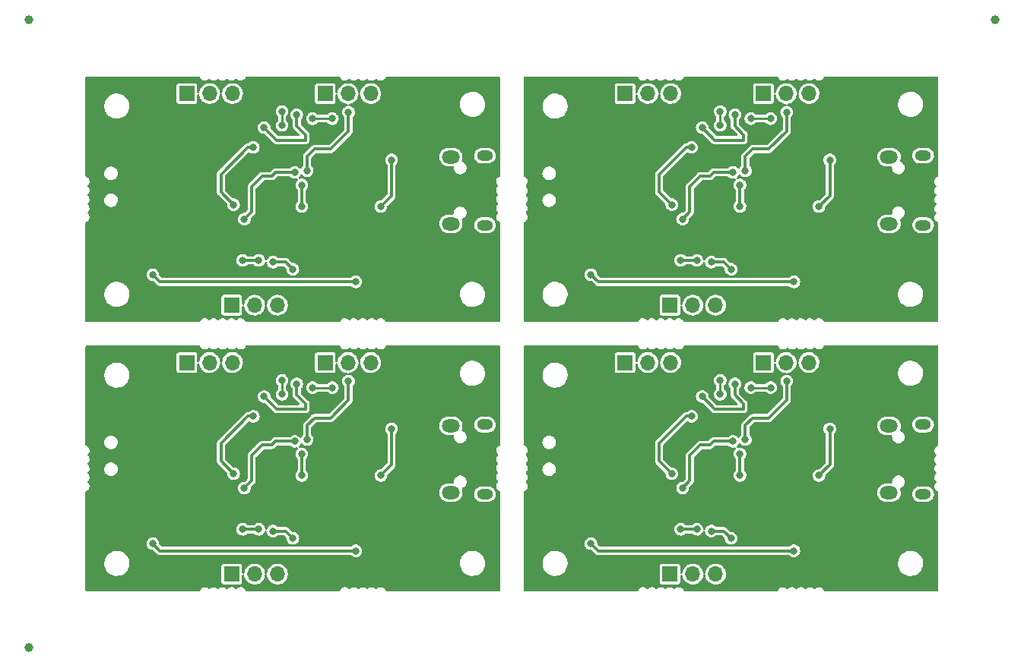
<source format=gbr>
%TF.GenerationSoftware,KiCad,Pcbnew,(6.0.7)*%
%TF.CreationDate,2022-11-18T16:05:41+07:00*%
%TF.ProjectId,test,74657374-2e6b-4696-9361-645f70636258,rev?*%
%TF.SameCoordinates,Original*%
%TF.FileFunction,Copper,L2,Bot*%
%TF.FilePolarity,Positive*%
%FSLAX46Y46*%
G04 Gerber Fmt 4.6, Leading zero omitted, Abs format (unit mm)*
G04 Created by KiCad (PCBNEW (6.0.7)) date 2022-11-18 16:05:41*
%MOMM*%
%LPD*%
G01*
G04 APERTURE LIST*
%TA.AperFunction,SMDPad,CuDef*%
%ADD10C,1.000000*%
%TD*%
%TA.AperFunction,ComponentPad*%
%ADD11R,1.700000X1.700000*%
%TD*%
%TA.AperFunction,ComponentPad*%
%ADD12O,1.700000X1.700000*%
%TD*%
%TA.AperFunction,ComponentPad*%
%ADD13O,1.800000X1.150000*%
%TD*%
%TA.AperFunction,ComponentPad*%
%ADD14O,2.000000X1.450000*%
%TD*%
%TA.AperFunction,ViaPad*%
%ADD15C,0.800000*%
%TD*%
%TA.AperFunction,Conductor*%
%ADD16C,0.300000*%
%TD*%
%TA.AperFunction,Conductor*%
%ADD17C,0.250000*%
%TD*%
G04 APERTURE END LIST*
D10*
%TO.P,REF\u002A\u002A,*%
%TO.N,*%
X17000000Y-87000000D03*
%TD*%
%TO.P,REF\u002A\u002A,*%
%TO.N,*%
X124600000Y-17000000D03*
%TD*%
%TO.P,REF\u002A\u002A,*%
%TO.N,*%
X17000000Y-17000000D03*
%TD*%
D11*
%TO.P,USART1,1,Pin_1*%
%TO.N,Board_3-+3.3V*%
X83400000Y-55200000D03*
D12*
%TO.P,USART1,2,Pin_2*%
%TO.N,Board_3-/MICROCONTROLLER/USART1_TX*%
X85940000Y-55200000D03*
%TO.P,USART1,3,Pin_3*%
%TO.N,Board_3-/MICROCONTROLLER/USART1_RX*%
X88480000Y-55200000D03*
%TO.P,USART1,4,Pin_4*%
%TO.N,Board_3-GND*%
X91020000Y-55200000D03*
%TD*%
D11*
%TO.P,J3,1,Pin_1*%
%TO.N,Board_2-+3.3V*%
X50000000Y-55200000D03*
D12*
%TO.P,J3,2,Pin_2*%
%TO.N,Board_2-/MICROCONTROLLER/SWDIO*%
X52540000Y-55200000D03*
%TO.P,J3,3,Pin_3*%
%TO.N,Board_2-/MICROCONTROLLER/SWDCK*%
X55080000Y-55200000D03*
%TO.P,J3,4,Pin_4*%
%TO.N,Board_2-GND*%
X57620000Y-55200000D03*
%TD*%
D11*
%TO.P,J3,1,Pin_1*%
%TO.N,Board_1-+3.3V*%
X98800000Y-25200000D03*
D12*
%TO.P,J3,2,Pin_2*%
%TO.N,Board_1-/MICROCONTROLLER/SWDIO*%
X101340000Y-25200000D03*
%TO.P,J3,3,Pin_3*%
%TO.N,Board_1-/MICROCONTROLLER/SWDCK*%
X103880000Y-25200000D03*
%TO.P,J3,4,Pin_4*%
%TO.N,Board_1-GND*%
X106420000Y-25200000D03*
%TD*%
D11*
%TO.P,I2C1,1,Pin_1*%
%TO.N,Board_0-+3.3V*%
X39600000Y-48800000D03*
D12*
%TO.P,I2C1,2,Pin_2*%
%TO.N,Board_0-/MICROCONTROLLER/I2C2_SCL*%
X42140000Y-48800000D03*
%TO.P,I2C1,3,Pin_3*%
%TO.N,Board_0-/MICROCONTROLLER/I2C2_SDA*%
X44680000Y-48800000D03*
%TO.P,I2C1,4,Pin_4*%
%TO.N,Board_0-GND*%
X47220000Y-48800000D03*
%TD*%
D11*
%TO.P,I2C1,1,Pin_1*%
%TO.N,Board_1-+3.3V*%
X88400000Y-48800000D03*
D12*
%TO.P,I2C1,2,Pin_2*%
%TO.N,Board_1-/MICROCONTROLLER/I2C2_SCL*%
X90940000Y-48800000D03*
%TO.P,I2C1,3,Pin_3*%
%TO.N,Board_1-/MICROCONTROLLER/I2C2_SDA*%
X93480000Y-48800000D03*
%TO.P,I2C1,4,Pin_4*%
%TO.N,Board_1-GND*%
X96020000Y-48800000D03*
%TD*%
D11*
%TO.P,J3,1,Pin_1*%
%TO.N,Board_3-+3.3V*%
X98800000Y-55200000D03*
D12*
%TO.P,J3,2,Pin_2*%
%TO.N,Board_3-/MICROCONTROLLER/SWDIO*%
X101340000Y-55200000D03*
%TO.P,J3,3,Pin_3*%
%TO.N,Board_3-/MICROCONTROLLER/SWDCK*%
X103880000Y-55200000D03*
%TO.P,J3,4,Pin_4*%
%TO.N,Board_3-GND*%
X106420000Y-55200000D03*
%TD*%
D11*
%TO.P,J3,1,Pin_1*%
%TO.N,Board_0-+3.3V*%
X50000000Y-25200000D03*
D12*
%TO.P,J3,2,Pin_2*%
%TO.N,Board_0-/MICROCONTROLLER/SWDIO*%
X52540000Y-25200000D03*
%TO.P,J3,3,Pin_3*%
%TO.N,Board_0-/MICROCONTROLLER/SWDCK*%
X55080000Y-25200000D03*
%TO.P,J3,4,Pin_4*%
%TO.N,Board_0-GND*%
X57620000Y-25200000D03*
%TD*%
D11*
%TO.P,I2C1,1,Pin_1*%
%TO.N,Board_3-+3.3V*%
X88400000Y-78800000D03*
D12*
%TO.P,I2C1,2,Pin_2*%
%TO.N,Board_3-/MICROCONTROLLER/I2C2_SCL*%
X90940000Y-78800000D03*
%TO.P,I2C1,3,Pin_3*%
%TO.N,Board_3-/MICROCONTROLLER/I2C2_SDA*%
X93480000Y-78800000D03*
%TO.P,I2C1,4,Pin_4*%
%TO.N,Board_3-GND*%
X96020000Y-78800000D03*
%TD*%
D11*
%TO.P,USART1,1,Pin_1*%
%TO.N,Board_1-+3.3V*%
X83400000Y-25200000D03*
D12*
%TO.P,USART1,2,Pin_2*%
%TO.N,Board_1-/MICROCONTROLLER/USART1_TX*%
X85940000Y-25200000D03*
%TO.P,USART1,3,Pin_3*%
%TO.N,Board_1-/MICROCONTROLLER/USART1_RX*%
X88480000Y-25200000D03*
%TO.P,USART1,4,Pin_4*%
%TO.N,Board_1-GND*%
X91020000Y-25200000D03*
%TD*%
D13*
%TO.P,J2,6,Shield*%
%TO.N,Board_3-unconnected-(J2-Pad6)*%
X116595000Y-69875000D03*
X116595000Y-62125000D03*
D14*
X112795000Y-69725000D03*
X112795000Y-62275000D03*
%TD*%
D13*
%TO.P,J2,6,Shield*%
%TO.N,Board_1-unconnected-(J2-Pad6)*%
X116595000Y-39875000D03*
D14*
X112795000Y-39725000D03*
D13*
X116595000Y-32125000D03*
D14*
X112795000Y-32275000D03*
%TD*%
D11*
%TO.P,I2C1,1,Pin_1*%
%TO.N,Board_2-+3.3V*%
X39600000Y-78800000D03*
D12*
%TO.P,I2C1,2,Pin_2*%
%TO.N,Board_2-/MICROCONTROLLER/I2C2_SCL*%
X42140000Y-78800000D03*
%TO.P,I2C1,3,Pin_3*%
%TO.N,Board_2-/MICROCONTROLLER/I2C2_SDA*%
X44680000Y-78800000D03*
%TO.P,I2C1,4,Pin_4*%
%TO.N,Board_2-GND*%
X47220000Y-78800000D03*
%TD*%
D11*
%TO.P,USART1,1,Pin_1*%
%TO.N,Board_2-+3.3V*%
X34600000Y-55200000D03*
D12*
%TO.P,USART1,2,Pin_2*%
%TO.N,Board_2-/MICROCONTROLLER/USART1_TX*%
X37140000Y-55200000D03*
%TO.P,USART1,3,Pin_3*%
%TO.N,Board_2-/MICROCONTROLLER/USART1_RX*%
X39680000Y-55200000D03*
%TO.P,USART1,4,Pin_4*%
%TO.N,Board_2-GND*%
X42220000Y-55200000D03*
%TD*%
D11*
%TO.P,USART1,1,Pin_1*%
%TO.N,Board_0-+3.3V*%
X34600000Y-25200000D03*
D12*
%TO.P,USART1,2,Pin_2*%
%TO.N,Board_0-/MICROCONTROLLER/USART1_TX*%
X37140000Y-25200000D03*
%TO.P,USART1,3,Pin_3*%
%TO.N,Board_0-/MICROCONTROLLER/USART1_RX*%
X39680000Y-25200000D03*
%TO.P,USART1,4,Pin_4*%
%TO.N,Board_0-GND*%
X42220000Y-25200000D03*
%TD*%
D13*
%TO.P,J2,6,Shield*%
%TO.N,Board_0-unconnected-(J2-Pad6)*%
X67795000Y-32125000D03*
D14*
X63995000Y-39725000D03*
D13*
X67795000Y-39875000D03*
D14*
X63995000Y-32275000D03*
%TD*%
%TO.P,J2,6,Shield*%
%TO.N,Board_2-unconnected-(J2-Pad6)*%
X63995000Y-69725000D03*
D13*
X67795000Y-62125000D03*
X67795000Y-69875000D03*
D14*
X63995000Y-62275000D03*
%TD*%
D15*
%TO.N,Board_3-VBUS*%
X102200000Y-76200000D03*
X79600000Y-75400000D03*
%TO.N,Board_3-GND*%
X93400000Y-62800000D03*
X98200000Y-63000000D03*
X97800000Y-73000000D03*
X109400000Y-55200000D03*
X93600000Y-66600000D03*
X86200000Y-63000000D03*
X82800000Y-66800000D03*
X94600000Y-55200000D03*
X115600000Y-60000000D03*
X77600000Y-59800000D03*
X75000000Y-71600000D03*
X75000000Y-74000000D03*
X114200000Y-74000000D03*
X110400000Y-62400000D03*
X110000000Y-79400000D03*
X102200000Y-72800000D03*
X104200000Y-79400000D03*
X78800000Y-71800000D03*
X98800000Y-79000000D03*
X79800000Y-78000000D03*
X111200000Y-54400000D03*
X86200000Y-72000000D03*
X89438007Y-59149500D03*
X111000000Y-56200000D03*
%TO.N,Board_3-/MICROCONTROLLER/USART1_RX*%
X94000000Y-58749500D03*
X94000000Y-57200000D03*
%TO.N,Board_3-/MICROCONTROLLER/SWDIO*%
X96800000Y-63800000D03*
X101400000Y-57275500D03*
%TO.N,Board_3-/MICROCONTROLLER/SWDCK*%
X97400000Y-58000000D03*
X99600000Y-58000000D03*
%TO.N,Board_3-/MICROCONTROLLER/NRST*%
X96200000Y-65400000D03*
X96200000Y-67800000D03*
%TO.N,Board_3-/MICROCONTROLLER/BOOT0*%
X89800000Y-69200000D03*
X95400000Y-64000000D03*
%TO.N,Board_3-+3.3V*%
X88600000Y-67600000D03*
X93000000Y-74000000D03*
X95200000Y-74800000D03*
X92000000Y-59000000D03*
X105000000Y-67800000D03*
X91400000Y-73800000D03*
X90800000Y-61200000D03*
X89600000Y-73800000D03*
X106200000Y-62600000D03*
X95633914Y-57573960D03*
%TO.N,Board_2-VBUS*%
X53400000Y-76200000D03*
X30800000Y-75400000D03*
%TO.N,Board_2-GND*%
X44600000Y-62800000D03*
X49400000Y-63000000D03*
X49000000Y-73000000D03*
X60600000Y-55200000D03*
X44800000Y-66600000D03*
X37400000Y-63000000D03*
X34000000Y-66800000D03*
X45800000Y-55200000D03*
X66800000Y-60000000D03*
X28800000Y-59800000D03*
X26200000Y-71600000D03*
X26200000Y-74000000D03*
X65400000Y-74000000D03*
X61600000Y-62400000D03*
X61200000Y-79400000D03*
X53400000Y-72800000D03*
X55400000Y-79400000D03*
X30000000Y-71800000D03*
X50000000Y-79000000D03*
X31000000Y-78000000D03*
X62400000Y-54400000D03*
X37400000Y-72000000D03*
X40638007Y-59149500D03*
X62200000Y-56200000D03*
%TO.N,Board_2-/MICROCONTROLLER/USART1_RX*%
X45200000Y-58749500D03*
X45200000Y-57200000D03*
%TO.N,Board_2-/MICROCONTROLLER/SWDIO*%
X48000000Y-63800000D03*
X52600000Y-57275500D03*
%TO.N,Board_2-/MICROCONTROLLER/SWDCK*%
X48600000Y-58000000D03*
X50800000Y-58000000D03*
%TO.N,Board_2-/MICROCONTROLLER/NRST*%
X47400000Y-65400000D03*
X47400000Y-67800000D03*
%TO.N,Board_2-/MICROCONTROLLER/BOOT0*%
X41000000Y-69200000D03*
X46600000Y-64000000D03*
%TO.N,Board_2-+3.3V*%
X39800000Y-67600000D03*
X44200000Y-74000000D03*
X46400000Y-74800000D03*
X43200000Y-59000000D03*
X56200000Y-67800000D03*
X42600000Y-73800000D03*
X42000000Y-61200000D03*
X40800000Y-73800000D03*
X57400000Y-62600000D03*
X46833914Y-57573960D03*
%TO.N,Board_1-VBUS*%
X102200000Y-46200000D03*
X79600000Y-45400000D03*
%TO.N,Board_1-GND*%
X93400000Y-32800000D03*
X98200000Y-33000000D03*
X97800000Y-43000000D03*
X109400000Y-25200000D03*
X93600000Y-36600000D03*
X86200000Y-33000000D03*
X82800000Y-36800000D03*
X94600000Y-25200000D03*
X115600000Y-30000000D03*
X77600000Y-29800000D03*
X75000000Y-41600000D03*
X75000000Y-44000000D03*
X114200000Y-44000000D03*
X110400000Y-32400000D03*
X110000000Y-49400000D03*
X102200000Y-42800000D03*
X104200000Y-49400000D03*
X78800000Y-41800000D03*
X98800000Y-49000000D03*
X79800000Y-48000000D03*
X111200000Y-24400000D03*
X86200000Y-42000000D03*
X89438007Y-29149500D03*
X111000000Y-26200000D03*
%TO.N,Board_1-/MICROCONTROLLER/USART1_RX*%
X94000000Y-28749500D03*
X94000000Y-27200000D03*
%TO.N,Board_1-/MICROCONTROLLER/SWDIO*%
X96800000Y-33800000D03*
X101400000Y-27275500D03*
%TO.N,Board_1-/MICROCONTROLLER/SWDCK*%
X97400000Y-28000000D03*
X99600000Y-28000000D03*
%TO.N,Board_1-/MICROCONTROLLER/NRST*%
X96200000Y-35400000D03*
X96200000Y-37800000D03*
%TO.N,Board_1-/MICROCONTROLLER/BOOT0*%
X89800000Y-39200000D03*
X95400000Y-34000000D03*
%TO.N,Board_1-+3.3V*%
X88600000Y-37600000D03*
X93000000Y-44000000D03*
X95200000Y-44800000D03*
X92000000Y-29000000D03*
X105000000Y-37800000D03*
X91400000Y-43800000D03*
X90800000Y-31200000D03*
X89600000Y-43800000D03*
X106200000Y-32600000D03*
X95633914Y-27573960D03*
%TO.N,Board_0-VBUS*%
X53400000Y-46200000D03*
X30800000Y-45400000D03*
%TO.N,Board_0-GND*%
X44600000Y-32800000D03*
X49400000Y-33000000D03*
X49000000Y-43000000D03*
X60600000Y-25200000D03*
X44800000Y-36600000D03*
X37400000Y-33000000D03*
X34000000Y-36800000D03*
X45800000Y-25200000D03*
X66800000Y-30000000D03*
X28800000Y-29800000D03*
X26200000Y-41600000D03*
X26200000Y-44000000D03*
X65400000Y-44000000D03*
X61600000Y-32400000D03*
X61200000Y-49400000D03*
X53400000Y-42800000D03*
X55400000Y-49400000D03*
X30000000Y-41800000D03*
X50000000Y-49000000D03*
X31000000Y-48000000D03*
X62400000Y-24400000D03*
X37400000Y-42000000D03*
X40638007Y-29149500D03*
X62200000Y-26200000D03*
%TO.N,Board_0-/MICROCONTROLLER/USART1_RX*%
X45200000Y-28749500D03*
X45200000Y-27200000D03*
%TO.N,Board_0-/MICROCONTROLLER/SWDIO*%
X48000000Y-33800000D03*
X52600000Y-27275500D03*
%TO.N,Board_0-/MICROCONTROLLER/SWDCK*%
X48600000Y-28000000D03*
X50800000Y-28000000D03*
%TO.N,Board_0-/MICROCONTROLLER/NRST*%
X47400000Y-35400000D03*
X47400000Y-37800000D03*
%TO.N,Board_0-/MICROCONTROLLER/BOOT0*%
X41000000Y-39200000D03*
X46600000Y-34000000D03*
%TO.N,Board_0-+3.3V*%
X39800000Y-37600000D03*
X44200000Y-44000000D03*
X46400000Y-44800000D03*
X43200000Y-29000000D03*
X56200000Y-37800000D03*
X42600000Y-43800000D03*
X42000000Y-31200000D03*
X40800000Y-43800000D03*
X57400000Y-32600000D03*
X46833914Y-27573960D03*
%TD*%
D16*
%TO.N,Board_3-VBUS*%
X102200000Y-76200000D02*
X80400000Y-76200000D01*
X80400000Y-76200000D02*
X79600000Y-75400000D01*
D17*
%TO.N,Board_3-/MICROCONTROLLER/USART1_RX*%
X94000000Y-57200000D02*
X94000000Y-58749500D01*
D16*
%TO.N,Board_3-/MICROCONTROLLER/SWDIO*%
X99400000Y-61400000D02*
X101400000Y-59400000D01*
X101400000Y-59400000D02*
X101400000Y-57275500D01*
X96800000Y-63800000D02*
X96800000Y-62200000D01*
X97600000Y-61400000D02*
X99400000Y-61400000D01*
X96800000Y-62200000D02*
X97600000Y-61400000D01*
D17*
%TO.N,Board_3-/MICROCONTROLLER/SWDCK*%
X99600000Y-58000000D02*
X97400000Y-58000000D01*
D16*
%TO.N,Board_3-/MICROCONTROLLER/NRST*%
X96200000Y-67800000D02*
X96200000Y-65400000D01*
%TO.N,Board_3-/MICROCONTROLLER/BOOT0*%
X95400000Y-64000000D02*
X93260661Y-64000000D01*
X90600000Y-65600000D02*
X90600000Y-68400000D01*
X92860661Y-64400000D02*
X91800000Y-64400000D01*
X90600000Y-68400000D02*
X89800000Y-69200000D01*
X91800000Y-64400000D02*
X90600000Y-65600000D01*
X93260661Y-64000000D02*
X92860661Y-64400000D01*
%TO.N,Board_3-+3.3V*%
X88600000Y-67600000D02*
X87200000Y-66200000D01*
X95633914Y-58833914D02*
X95633914Y-57573960D01*
X96600000Y-59800000D02*
X95633914Y-58833914D01*
X92000000Y-59000000D02*
X93400000Y-60400000D01*
X93400000Y-60400000D02*
X96600000Y-60400000D01*
X106200000Y-66600000D02*
X106200000Y-62600000D01*
X105000000Y-67800000D02*
X106200000Y-66600000D01*
X94400000Y-74000000D02*
X95200000Y-74800000D01*
X96600000Y-60400000D02*
X96600000Y-59800000D01*
X93000000Y-74000000D02*
X94400000Y-74000000D01*
X87200000Y-66200000D02*
X87200000Y-64200000D01*
X89600000Y-73800000D02*
X91400000Y-73800000D01*
X87200000Y-64200000D02*
X90200000Y-61200000D01*
X90200000Y-61200000D02*
X90800000Y-61200000D01*
%TO.N,Board_2-VBUS*%
X53400000Y-76200000D02*
X31600000Y-76200000D01*
X31600000Y-76200000D02*
X30800000Y-75400000D01*
D17*
%TO.N,Board_2-/MICROCONTROLLER/USART1_RX*%
X45200000Y-57200000D02*
X45200000Y-58749500D01*
D16*
%TO.N,Board_2-/MICROCONTROLLER/SWDIO*%
X50600000Y-61400000D02*
X52600000Y-59400000D01*
X52600000Y-59400000D02*
X52600000Y-57275500D01*
X48000000Y-63800000D02*
X48000000Y-62200000D01*
X48800000Y-61400000D02*
X50600000Y-61400000D01*
X48000000Y-62200000D02*
X48800000Y-61400000D01*
D17*
%TO.N,Board_2-/MICROCONTROLLER/SWDCK*%
X50800000Y-58000000D02*
X48600000Y-58000000D01*
D16*
%TO.N,Board_2-/MICROCONTROLLER/NRST*%
X47400000Y-67800000D02*
X47400000Y-65400000D01*
%TO.N,Board_2-/MICROCONTROLLER/BOOT0*%
X46600000Y-64000000D02*
X44460661Y-64000000D01*
X41800000Y-65600000D02*
X41800000Y-68400000D01*
X44060661Y-64400000D02*
X43000000Y-64400000D01*
X41800000Y-68400000D02*
X41000000Y-69200000D01*
X43000000Y-64400000D02*
X41800000Y-65600000D01*
X44460661Y-64000000D02*
X44060661Y-64400000D01*
%TO.N,Board_2-+3.3V*%
X39800000Y-67600000D02*
X38400000Y-66200000D01*
X46833914Y-58833914D02*
X46833914Y-57573960D01*
X47800000Y-59800000D02*
X46833914Y-58833914D01*
X43200000Y-59000000D02*
X44600000Y-60400000D01*
X44600000Y-60400000D02*
X47800000Y-60400000D01*
X57400000Y-66600000D02*
X57400000Y-62600000D01*
X56200000Y-67800000D02*
X57400000Y-66600000D01*
X45600000Y-74000000D02*
X46400000Y-74800000D01*
X47800000Y-60400000D02*
X47800000Y-59800000D01*
X44200000Y-74000000D02*
X45600000Y-74000000D01*
X38400000Y-66200000D02*
X38400000Y-64200000D01*
X40800000Y-73800000D02*
X42600000Y-73800000D01*
X38400000Y-64200000D02*
X41400000Y-61200000D01*
X41400000Y-61200000D02*
X42000000Y-61200000D01*
%TO.N,Board_1-VBUS*%
X102200000Y-46200000D02*
X80400000Y-46200000D01*
X80400000Y-46200000D02*
X79600000Y-45400000D01*
D17*
%TO.N,Board_1-/MICROCONTROLLER/USART1_RX*%
X94000000Y-27200000D02*
X94000000Y-28749500D01*
D16*
%TO.N,Board_1-/MICROCONTROLLER/SWDIO*%
X99400000Y-31400000D02*
X101400000Y-29400000D01*
X101400000Y-29400000D02*
X101400000Y-27275500D01*
X96800000Y-33800000D02*
X96800000Y-32200000D01*
X97600000Y-31400000D02*
X99400000Y-31400000D01*
X96800000Y-32200000D02*
X97600000Y-31400000D01*
D17*
%TO.N,Board_1-/MICROCONTROLLER/SWDCK*%
X99600000Y-28000000D02*
X97400000Y-28000000D01*
D16*
%TO.N,Board_1-/MICROCONTROLLER/NRST*%
X96200000Y-37800000D02*
X96200000Y-35400000D01*
%TO.N,Board_1-/MICROCONTROLLER/BOOT0*%
X95400000Y-34000000D02*
X93260661Y-34000000D01*
X90600000Y-35600000D02*
X90600000Y-38400000D01*
X92860661Y-34400000D02*
X91800000Y-34400000D01*
X90600000Y-38400000D02*
X89800000Y-39200000D01*
X91800000Y-34400000D02*
X90600000Y-35600000D01*
X93260661Y-34000000D02*
X92860661Y-34400000D01*
%TO.N,Board_1-+3.3V*%
X88600000Y-37600000D02*
X87200000Y-36200000D01*
X95633914Y-28833914D02*
X95633914Y-27573960D01*
X96600000Y-29800000D02*
X95633914Y-28833914D01*
X92000000Y-29000000D02*
X93400000Y-30400000D01*
X93400000Y-30400000D02*
X96600000Y-30400000D01*
X106200000Y-36600000D02*
X106200000Y-32600000D01*
X105000000Y-37800000D02*
X106200000Y-36600000D01*
X94400000Y-44000000D02*
X95200000Y-44800000D01*
X96600000Y-30400000D02*
X96600000Y-29800000D01*
X93000000Y-44000000D02*
X94400000Y-44000000D01*
X87200000Y-36200000D02*
X87200000Y-34200000D01*
X89600000Y-43800000D02*
X91400000Y-43800000D01*
X87200000Y-34200000D02*
X90200000Y-31200000D01*
X90200000Y-31200000D02*
X90800000Y-31200000D01*
%TO.N,Board_0-VBUS*%
X53400000Y-46200000D02*
X31600000Y-46200000D01*
X31600000Y-46200000D02*
X30800000Y-45400000D01*
D17*
%TO.N,Board_0-/MICROCONTROLLER/USART1_RX*%
X45200000Y-27200000D02*
X45200000Y-28749500D01*
D16*
%TO.N,Board_0-/MICROCONTROLLER/SWDIO*%
X50600000Y-31400000D02*
X52600000Y-29400000D01*
X52600000Y-29400000D02*
X52600000Y-27275500D01*
X48000000Y-33800000D02*
X48000000Y-32200000D01*
X48800000Y-31400000D02*
X50600000Y-31400000D01*
X48000000Y-32200000D02*
X48800000Y-31400000D01*
D17*
%TO.N,Board_0-/MICROCONTROLLER/SWDCK*%
X50800000Y-28000000D02*
X48600000Y-28000000D01*
D16*
%TO.N,Board_0-/MICROCONTROLLER/NRST*%
X47400000Y-37800000D02*
X47400000Y-35400000D01*
%TO.N,Board_0-/MICROCONTROLLER/BOOT0*%
X46600000Y-34000000D02*
X44460661Y-34000000D01*
X41800000Y-35600000D02*
X41800000Y-38400000D01*
X44060661Y-34400000D02*
X43000000Y-34400000D01*
X41800000Y-38400000D02*
X41000000Y-39200000D01*
X43000000Y-34400000D02*
X41800000Y-35600000D01*
X44460661Y-34000000D02*
X44060661Y-34400000D01*
%TO.N,Board_0-+3.3V*%
X39800000Y-37600000D02*
X38400000Y-36200000D01*
X46833914Y-28833914D02*
X46833914Y-27573960D01*
X47800000Y-29800000D02*
X46833914Y-28833914D01*
X43200000Y-29000000D02*
X44600000Y-30400000D01*
X44600000Y-30400000D02*
X47800000Y-30400000D01*
X57400000Y-36600000D02*
X57400000Y-32600000D01*
X56200000Y-37800000D02*
X57400000Y-36600000D01*
X45600000Y-44000000D02*
X46400000Y-44800000D01*
X47800000Y-30400000D02*
X47800000Y-29800000D01*
X44200000Y-44000000D02*
X45600000Y-44000000D01*
X38400000Y-36200000D02*
X38400000Y-34200000D01*
X40800000Y-43800000D02*
X42600000Y-43800000D01*
X38400000Y-34200000D02*
X41400000Y-31200000D01*
X41400000Y-31200000D02*
X42000000Y-31200000D01*
%TD*%
%TA.AperFunction,Conductor*%
%TO.N,Board_0-GND*%
G36*
X36026724Y-23320185D02*
G01*
X36072479Y-23372989D01*
X36074060Y-23376928D01*
X36075233Y-23382743D01*
X36143707Y-23517132D01*
X36201872Y-23580386D01*
X36240076Y-23621932D01*
X36245799Y-23628156D01*
X36373986Y-23707635D01*
X36382101Y-23709993D01*
X36382104Y-23709994D01*
X36457334Y-23731850D01*
X36518825Y-23749715D01*
X36526324Y-23750266D01*
X36527240Y-23750333D01*
X36527242Y-23750333D01*
X36529515Y-23750500D01*
X36637785Y-23750500D01*
X36712955Y-23740203D01*
X36741060Y-23736353D01*
X36741061Y-23736353D01*
X36749432Y-23735206D01*
X36887855Y-23675305D01*
X37005070Y-23580386D01*
X37009966Y-23573496D01*
X37012380Y-23570926D01*
X37072621Y-23535531D01*
X37142435Y-23538325D01*
X37194048Y-23571878D01*
X37240075Y-23621932D01*
X37240078Y-23621935D01*
X37245799Y-23628156D01*
X37373986Y-23707635D01*
X37382101Y-23709993D01*
X37382104Y-23709994D01*
X37457334Y-23731850D01*
X37518825Y-23749715D01*
X37526324Y-23750266D01*
X37527240Y-23750333D01*
X37527242Y-23750333D01*
X37529515Y-23750500D01*
X37637785Y-23750500D01*
X37712955Y-23740203D01*
X37741060Y-23736353D01*
X37741061Y-23736353D01*
X37749432Y-23735206D01*
X37887855Y-23675305D01*
X38005070Y-23580386D01*
X38009966Y-23573496D01*
X38012380Y-23570926D01*
X38072621Y-23535531D01*
X38142435Y-23538325D01*
X38194048Y-23571878D01*
X38240075Y-23621932D01*
X38240078Y-23621935D01*
X38245799Y-23628156D01*
X38373986Y-23707635D01*
X38382101Y-23709993D01*
X38382104Y-23709994D01*
X38457334Y-23731850D01*
X38518825Y-23749715D01*
X38526324Y-23750266D01*
X38527240Y-23750333D01*
X38527242Y-23750333D01*
X38529515Y-23750500D01*
X38637785Y-23750500D01*
X38712955Y-23740203D01*
X38741060Y-23736353D01*
X38741061Y-23736353D01*
X38749432Y-23735206D01*
X38887855Y-23675305D01*
X39005070Y-23580386D01*
X39009966Y-23573496D01*
X39012380Y-23570926D01*
X39072621Y-23535531D01*
X39142435Y-23538325D01*
X39194048Y-23571878D01*
X39240075Y-23621932D01*
X39240078Y-23621935D01*
X39245799Y-23628156D01*
X39373986Y-23707635D01*
X39382101Y-23709993D01*
X39382104Y-23709994D01*
X39457334Y-23731850D01*
X39518825Y-23749715D01*
X39526324Y-23750266D01*
X39527240Y-23750333D01*
X39527242Y-23750333D01*
X39529515Y-23750500D01*
X39637785Y-23750500D01*
X39712955Y-23740203D01*
X39741060Y-23736353D01*
X39741061Y-23736353D01*
X39749432Y-23735206D01*
X39887855Y-23675305D01*
X40005070Y-23580386D01*
X40009966Y-23573496D01*
X40012380Y-23570926D01*
X40072621Y-23535531D01*
X40142435Y-23538325D01*
X40194048Y-23571878D01*
X40240075Y-23621932D01*
X40240078Y-23621935D01*
X40245799Y-23628156D01*
X40373986Y-23707635D01*
X40382101Y-23709993D01*
X40382104Y-23709994D01*
X40457334Y-23731850D01*
X40518825Y-23749715D01*
X40526324Y-23750266D01*
X40527240Y-23750333D01*
X40527242Y-23750333D01*
X40529515Y-23750500D01*
X40637785Y-23750500D01*
X40712955Y-23740203D01*
X40741060Y-23736353D01*
X40741061Y-23736353D01*
X40749432Y-23735206D01*
X40887855Y-23675305D01*
X41005070Y-23580386D01*
X41092442Y-23457442D01*
X41119424Y-23382497D01*
X41160653Y-23326088D01*
X41225834Y-23300925D01*
X41236093Y-23300500D01*
X51559685Y-23300500D01*
X51626724Y-23320185D01*
X51672479Y-23372989D01*
X51674060Y-23376928D01*
X51675233Y-23382743D01*
X51743707Y-23517132D01*
X51801872Y-23580386D01*
X51840076Y-23621932D01*
X51845799Y-23628156D01*
X51973986Y-23707635D01*
X51982101Y-23709993D01*
X51982104Y-23709994D01*
X52057334Y-23731850D01*
X52118825Y-23749715D01*
X52126324Y-23750266D01*
X52127240Y-23750333D01*
X52127242Y-23750333D01*
X52129515Y-23750500D01*
X52237785Y-23750500D01*
X52312955Y-23740203D01*
X52341060Y-23736353D01*
X52341061Y-23736353D01*
X52349432Y-23735206D01*
X52487855Y-23675305D01*
X52605070Y-23580386D01*
X52609966Y-23573496D01*
X52612380Y-23570926D01*
X52672621Y-23535531D01*
X52742435Y-23538325D01*
X52794048Y-23571878D01*
X52840075Y-23621932D01*
X52840078Y-23621935D01*
X52845799Y-23628156D01*
X52973986Y-23707635D01*
X52982101Y-23709993D01*
X52982104Y-23709994D01*
X53057334Y-23731850D01*
X53118825Y-23749715D01*
X53126324Y-23750266D01*
X53127240Y-23750333D01*
X53127242Y-23750333D01*
X53129515Y-23750500D01*
X53237785Y-23750500D01*
X53312955Y-23740203D01*
X53341060Y-23736353D01*
X53341061Y-23736353D01*
X53349432Y-23735206D01*
X53487855Y-23675305D01*
X53605070Y-23580386D01*
X53609966Y-23573496D01*
X53612380Y-23570926D01*
X53672621Y-23535531D01*
X53742435Y-23538325D01*
X53794048Y-23571878D01*
X53840075Y-23621932D01*
X53840078Y-23621935D01*
X53845799Y-23628156D01*
X53973986Y-23707635D01*
X53982101Y-23709993D01*
X53982104Y-23709994D01*
X54057334Y-23731850D01*
X54118825Y-23749715D01*
X54126324Y-23750266D01*
X54127240Y-23750333D01*
X54127242Y-23750333D01*
X54129515Y-23750500D01*
X54237785Y-23750500D01*
X54312955Y-23740203D01*
X54341060Y-23736353D01*
X54341061Y-23736353D01*
X54349432Y-23735206D01*
X54487855Y-23675305D01*
X54605070Y-23580386D01*
X54609966Y-23573496D01*
X54612380Y-23570926D01*
X54672621Y-23535531D01*
X54742435Y-23538325D01*
X54794048Y-23571878D01*
X54840075Y-23621932D01*
X54840078Y-23621935D01*
X54845799Y-23628156D01*
X54973986Y-23707635D01*
X54982101Y-23709993D01*
X54982104Y-23709994D01*
X55057334Y-23731850D01*
X55118825Y-23749715D01*
X55126324Y-23750266D01*
X55127240Y-23750333D01*
X55127242Y-23750333D01*
X55129515Y-23750500D01*
X55237785Y-23750500D01*
X55312955Y-23740203D01*
X55341060Y-23736353D01*
X55341061Y-23736353D01*
X55349432Y-23735206D01*
X55487855Y-23675305D01*
X55605070Y-23580386D01*
X55609966Y-23573496D01*
X55612380Y-23570926D01*
X55672621Y-23535531D01*
X55742435Y-23538325D01*
X55794048Y-23571878D01*
X55840075Y-23621932D01*
X55840078Y-23621935D01*
X55845799Y-23628156D01*
X55973986Y-23707635D01*
X55982101Y-23709993D01*
X55982104Y-23709994D01*
X56057334Y-23731850D01*
X56118825Y-23749715D01*
X56126324Y-23750266D01*
X56127240Y-23750333D01*
X56127242Y-23750333D01*
X56129515Y-23750500D01*
X56237785Y-23750500D01*
X56312955Y-23740203D01*
X56341060Y-23736353D01*
X56341061Y-23736353D01*
X56349432Y-23735206D01*
X56487855Y-23675305D01*
X56605070Y-23580386D01*
X56692442Y-23457442D01*
X56719424Y-23382497D01*
X56760653Y-23326088D01*
X56825834Y-23300925D01*
X56836093Y-23300500D01*
X69375500Y-23300500D01*
X69442539Y-23320185D01*
X69488294Y-23372989D01*
X69499500Y-23424500D01*
X69499500Y-34362166D01*
X69479815Y-34429205D01*
X69424748Y-34475967D01*
X69312145Y-34524695D01*
X69305576Y-34530014D01*
X69305575Y-34530015D01*
X69277651Y-34552628D01*
X69194930Y-34619614D01*
X69107558Y-34742558D01*
X69083376Y-34809725D01*
X69063682Y-34864429D01*
X69056467Y-34884468D01*
X69055848Y-34892898D01*
X69046454Y-35020818D01*
X69045420Y-35034891D01*
X69047091Y-35043178D01*
X69047091Y-35043179D01*
X69055165Y-35083220D01*
X69075233Y-35182743D01*
X69143707Y-35317132D01*
X69233498Y-35414778D01*
X69235620Y-35417086D01*
X69266508Y-35479758D01*
X69258609Y-35549179D01*
X69222381Y-35597384D01*
X69201500Y-35614293D01*
X69201497Y-35614296D01*
X69194930Y-35619614D01*
X69107558Y-35742558D01*
X69104694Y-35750514D01*
X69063075Y-35866115D01*
X69056467Y-35884468D01*
X69055848Y-35892898D01*
X69046999Y-36013397D01*
X69045420Y-36034891D01*
X69075233Y-36182743D01*
X69109240Y-36249486D01*
X69120723Y-36272022D01*
X69143707Y-36317132D01*
X69232228Y-36413397D01*
X69235620Y-36417086D01*
X69266508Y-36479758D01*
X69258609Y-36549179D01*
X69222381Y-36597384D01*
X69201500Y-36614293D01*
X69201497Y-36614296D01*
X69194930Y-36619614D01*
X69107558Y-36742558D01*
X69056467Y-36884468D01*
X69045420Y-37034891D01*
X69075233Y-37182743D01*
X69143707Y-37317132D01*
X69149429Y-37323355D01*
X69149430Y-37323356D01*
X69158619Y-37333349D01*
X69195537Y-37373496D01*
X69235620Y-37417086D01*
X69266508Y-37479758D01*
X69258609Y-37549179D01*
X69222381Y-37597384D01*
X69201500Y-37614293D01*
X69201497Y-37614296D01*
X69194930Y-37619614D01*
X69107558Y-37742558D01*
X69083376Y-37809725D01*
X69069416Y-37848502D01*
X69056467Y-37884468D01*
X69055848Y-37892898D01*
X69046300Y-38022914D01*
X69045420Y-38034891D01*
X69075233Y-38182743D01*
X69079071Y-38190275D01*
X69135825Y-38301662D01*
X69143707Y-38317132D01*
X69149429Y-38323355D01*
X69149430Y-38323356D01*
X69157310Y-38331925D01*
X69210375Y-38389632D01*
X69235620Y-38417086D01*
X69266508Y-38479758D01*
X69258609Y-38549179D01*
X69222381Y-38597384D01*
X69201500Y-38614293D01*
X69201497Y-38614296D01*
X69194930Y-38619614D01*
X69107558Y-38742558D01*
X69104694Y-38750514D01*
X69060414Y-38873506D01*
X69056467Y-38884468D01*
X69055848Y-38892898D01*
X69046694Y-39017550D01*
X69045420Y-39034891D01*
X69047091Y-39043178D01*
X69047091Y-39043179D01*
X69055099Y-39082892D01*
X69075233Y-39182743D01*
X69091556Y-39214778D01*
X69137131Y-39304225D01*
X69143707Y-39317132D01*
X69245799Y-39428156D01*
X69373986Y-39507635D01*
X69382103Y-39509993D01*
X69382107Y-39509995D01*
X69410095Y-39518126D01*
X69468981Y-39555732D01*
X69498187Y-39619205D01*
X69499500Y-39637202D01*
X69499500Y-50575500D01*
X69479815Y-50642539D01*
X69427011Y-50688294D01*
X69375500Y-50699500D01*
X56840314Y-50699500D01*
X56773275Y-50679815D01*
X56727520Y-50627011D01*
X56725940Y-50623076D01*
X56724767Y-50617257D01*
X56690761Y-50550516D01*
X56660133Y-50490404D01*
X56660132Y-50490403D01*
X56656293Y-50482868D01*
X56593237Y-50414295D01*
X56559922Y-50378065D01*
X56559920Y-50378063D01*
X56554201Y-50371844D01*
X56426014Y-50292365D01*
X56417899Y-50290007D01*
X56417896Y-50290006D01*
X56327167Y-50263647D01*
X56281175Y-50250285D01*
X56273676Y-50249734D01*
X56272760Y-50249667D01*
X56272758Y-50249667D01*
X56270485Y-50249500D01*
X56162215Y-50249500D01*
X56087045Y-50259797D01*
X56058940Y-50263647D01*
X56058939Y-50263647D01*
X56050568Y-50264794D01*
X55912145Y-50324695D01*
X55794930Y-50419614D01*
X55790034Y-50426504D01*
X55787620Y-50429074D01*
X55727379Y-50464469D01*
X55657565Y-50461675D01*
X55605952Y-50428122D01*
X55559925Y-50378068D01*
X55559922Y-50378065D01*
X55554201Y-50371844D01*
X55426014Y-50292365D01*
X55417899Y-50290007D01*
X55417896Y-50290006D01*
X55327167Y-50263647D01*
X55281175Y-50250285D01*
X55273676Y-50249734D01*
X55272760Y-50249667D01*
X55272758Y-50249667D01*
X55270485Y-50249500D01*
X55162215Y-50249500D01*
X55087045Y-50259797D01*
X55058940Y-50263647D01*
X55058939Y-50263647D01*
X55050568Y-50264794D01*
X54912145Y-50324695D01*
X54794930Y-50419614D01*
X54790034Y-50426504D01*
X54787620Y-50429074D01*
X54727379Y-50464469D01*
X54657565Y-50461675D01*
X54605952Y-50428122D01*
X54559925Y-50378068D01*
X54559922Y-50378065D01*
X54554201Y-50371844D01*
X54426014Y-50292365D01*
X54417899Y-50290007D01*
X54417896Y-50290006D01*
X54327167Y-50263647D01*
X54281175Y-50250285D01*
X54273676Y-50249734D01*
X54272760Y-50249667D01*
X54272758Y-50249667D01*
X54270485Y-50249500D01*
X54162215Y-50249500D01*
X54087045Y-50259797D01*
X54058940Y-50263647D01*
X54058939Y-50263647D01*
X54050568Y-50264794D01*
X53912145Y-50324695D01*
X53794930Y-50419614D01*
X53790034Y-50426504D01*
X53787620Y-50429074D01*
X53727379Y-50464469D01*
X53657565Y-50461675D01*
X53605952Y-50428122D01*
X53559925Y-50378068D01*
X53559922Y-50378065D01*
X53554201Y-50371844D01*
X53426014Y-50292365D01*
X53417899Y-50290007D01*
X53417896Y-50290006D01*
X53327167Y-50263647D01*
X53281175Y-50250285D01*
X53273676Y-50249734D01*
X53272760Y-50249667D01*
X53272758Y-50249667D01*
X53270485Y-50249500D01*
X53162215Y-50249500D01*
X53087045Y-50259797D01*
X53058940Y-50263647D01*
X53058939Y-50263647D01*
X53050568Y-50264794D01*
X52912145Y-50324695D01*
X52794930Y-50419614D01*
X52790034Y-50426504D01*
X52787620Y-50429074D01*
X52727379Y-50464469D01*
X52657565Y-50461675D01*
X52605952Y-50428122D01*
X52559925Y-50378068D01*
X52559922Y-50378065D01*
X52554201Y-50371844D01*
X52426014Y-50292365D01*
X52417899Y-50290007D01*
X52417896Y-50290006D01*
X52327167Y-50263647D01*
X52281175Y-50250285D01*
X52273676Y-50249734D01*
X52272760Y-50249667D01*
X52272758Y-50249667D01*
X52270485Y-50249500D01*
X52162215Y-50249500D01*
X52087045Y-50259797D01*
X52058940Y-50263647D01*
X52058939Y-50263647D01*
X52050568Y-50264794D01*
X51912145Y-50324695D01*
X51794930Y-50419614D01*
X51707558Y-50542558D01*
X51704693Y-50550516D01*
X51680576Y-50617503D01*
X51639347Y-50673912D01*
X51574166Y-50699075D01*
X51563907Y-50699500D01*
X41240314Y-50699500D01*
X41173275Y-50679815D01*
X41127520Y-50627011D01*
X41125940Y-50623076D01*
X41124767Y-50617257D01*
X41090761Y-50550516D01*
X41060133Y-50490404D01*
X41060132Y-50490403D01*
X41056293Y-50482868D01*
X40993237Y-50414295D01*
X40959922Y-50378065D01*
X40959920Y-50378063D01*
X40954201Y-50371844D01*
X40826014Y-50292365D01*
X40817899Y-50290007D01*
X40817896Y-50290006D01*
X40727167Y-50263647D01*
X40681175Y-50250285D01*
X40673676Y-50249734D01*
X40672760Y-50249667D01*
X40672758Y-50249667D01*
X40670485Y-50249500D01*
X40562215Y-50249500D01*
X40487045Y-50259797D01*
X40458940Y-50263647D01*
X40458939Y-50263647D01*
X40450568Y-50264794D01*
X40312145Y-50324695D01*
X40194930Y-50419614D01*
X40190034Y-50426504D01*
X40187620Y-50429074D01*
X40127379Y-50464469D01*
X40057565Y-50461675D01*
X40005952Y-50428122D01*
X39959925Y-50378068D01*
X39959922Y-50378065D01*
X39954201Y-50371844D01*
X39826014Y-50292365D01*
X39817899Y-50290007D01*
X39817896Y-50290006D01*
X39727167Y-50263647D01*
X39681175Y-50250285D01*
X39673676Y-50249734D01*
X39672760Y-50249667D01*
X39672758Y-50249667D01*
X39670485Y-50249500D01*
X39562215Y-50249500D01*
X39487045Y-50259797D01*
X39458940Y-50263647D01*
X39458939Y-50263647D01*
X39450568Y-50264794D01*
X39312145Y-50324695D01*
X39194930Y-50419614D01*
X39190034Y-50426504D01*
X39187620Y-50429074D01*
X39127379Y-50464469D01*
X39057565Y-50461675D01*
X39005952Y-50428122D01*
X38959925Y-50378068D01*
X38959922Y-50378065D01*
X38954201Y-50371844D01*
X38826014Y-50292365D01*
X38817899Y-50290007D01*
X38817896Y-50290006D01*
X38727167Y-50263647D01*
X38681175Y-50250285D01*
X38673676Y-50249734D01*
X38672760Y-50249667D01*
X38672758Y-50249667D01*
X38670485Y-50249500D01*
X38562215Y-50249500D01*
X38487045Y-50259797D01*
X38458940Y-50263647D01*
X38458939Y-50263647D01*
X38450568Y-50264794D01*
X38312145Y-50324695D01*
X38194930Y-50419614D01*
X38190034Y-50426504D01*
X38187620Y-50429074D01*
X38127379Y-50464469D01*
X38057565Y-50461675D01*
X38005952Y-50428122D01*
X37959925Y-50378068D01*
X37959922Y-50378065D01*
X37954201Y-50371844D01*
X37826014Y-50292365D01*
X37817899Y-50290007D01*
X37817896Y-50290006D01*
X37727167Y-50263647D01*
X37681175Y-50250285D01*
X37673676Y-50249734D01*
X37672760Y-50249667D01*
X37672758Y-50249667D01*
X37670485Y-50249500D01*
X37562215Y-50249500D01*
X37487045Y-50259797D01*
X37458940Y-50263647D01*
X37458939Y-50263647D01*
X37450568Y-50264794D01*
X37312145Y-50324695D01*
X37194930Y-50419614D01*
X37190034Y-50426504D01*
X37187620Y-50429074D01*
X37127379Y-50464469D01*
X37057565Y-50461675D01*
X37005952Y-50428122D01*
X36959925Y-50378068D01*
X36959922Y-50378065D01*
X36954201Y-50371844D01*
X36826014Y-50292365D01*
X36817899Y-50290007D01*
X36817896Y-50290006D01*
X36727167Y-50263647D01*
X36681175Y-50250285D01*
X36673676Y-50249734D01*
X36672760Y-50249667D01*
X36672758Y-50249667D01*
X36670485Y-50249500D01*
X36562215Y-50249500D01*
X36487045Y-50259797D01*
X36458940Y-50263647D01*
X36458939Y-50263647D01*
X36450568Y-50264794D01*
X36312145Y-50324695D01*
X36194930Y-50419614D01*
X36107558Y-50542558D01*
X36104693Y-50550516D01*
X36080576Y-50617503D01*
X36039347Y-50673912D01*
X35974166Y-50699075D01*
X35963907Y-50699500D01*
X23424500Y-50699500D01*
X23357461Y-50679815D01*
X23311706Y-50627011D01*
X23300500Y-50575500D01*
X23300500Y-49694646D01*
X38449500Y-49694646D01*
X38452618Y-49720846D01*
X38498061Y-49823153D01*
X38577287Y-49902241D01*
X38587758Y-49906870D01*
X38587759Y-49906871D01*
X38671147Y-49943737D01*
X38671149Y-49943738D01*
X38679673Y-49947506D01*
X38705354Y-49950500D01*
X40494646Y-49950500D01*
X40498300Y-49950065D01*
X40498302Y-49950065D01*
X40503266Y-49949474D01*
X40520846Y-49947382D01*
X40623153Y-49901939D01*
X40702241Y-49822713D01*
X40747506Y-49720327D01*
X40750500Y-49694646D01*
X40750500Y-48980300D01*
X40770185Y-48913261D01*
X40822989Y-48867506D01*
X40892147Y-48857562D01*
X40955703Y-48886587D01*
X40993477Y-48945365D01*
X40998234Y-48972190D01*
X40998423Y-48975072D01*
X40998425Y-48975082D01*
X40998796Y-48980749D01*
X41050845Y-49185690D01*
X41053219Y-49190841D01*
X41053221Y-49190845D01*
X41091981Y-49274922D01*
X41139369Y-49377714D01*
X41261405Y-49550391D01*
X41412865Y-49697937D01*
X41417588Y-49701093D01*
X41417592Y-49701096D01*
X41488663Y-49748584D01*
X41588677Y-49815411D01*
X41782953Y-49898878D01*
X41818277Y-49906871D01*
X41983638Y-49944289D01*
X41983642Y-49944290D01*
X41989186Y-49945544D01*
X42115315Y-49950500D01*
X42194789Y-49953623D01*
X42194791Y-49953623D01*
X42200470Y-49953846D01*
X42206090Y-49953031D01*
X42206092Y-49953031D01*
X42404103Y-49924320D01*
X42404104Y-49924320D01*
X42409730Y-49923504D01*
X42428588Y-49917103D01*
X42604565Y-49857367D01*
X42604568Y-49857366D01*
X42609955Y-49855537D01*
X42614916Y-49852759D01*
X42614922Y-49852756D01*
X42721530Y-49793052D01*
X42794442Y-49752219D01*
X42832165Y-49720846D01*
X42952645Y-49620644D01*
X42957012Y-49617012D01*
X42960644Y-49612645D01*
X43088584Y-49458813D01*
X43088585Y-49458811D01*
X43092219Y-49454442D01*
X43138078Y-49372556D01*
X43192756Y-49274922D01*
X43192759Y-49274916D01*
X43195537Y-49269955D01*
X43226009Y-49180189D01*
X43261675Y-49075118D01*
X43263504Y-49069730D01*
X43273552Y-49000431D01*
X43287820Y-48902033D01*
X43316921Y-48838512D01*
X43370225Y-48804346D01*
X43450974Y-48804346D01*
X43504347Y-48838736D01*
X43533296Y-48902327D01*
X43534271Y-48911707D01*
X43538796Y-48980749D01*
X43590845Y-49185690D01*
X43593219Y-49190841D01*
X43593221Y-49190845D01*
X43631981Y-49274922D01*
X43679369Y-49377714D01*
X43801405Y-49550391D01*
X43952865Y-49697937D01*
X43957588Y-49701093D01*
X43957592Y-49701096D01*
X44028663Y-49748584D01*
X44128677Y-49815411D01*
X44322953Y-49898878D01*
X44358277Y-49906871D01*
X44523638Y-49944289D01*
X44523642Y-49944290D01*
X44529186Y-49945544D01*
X44655315Y-49950500D01*
X44734789Y-49953623D01*
X44734791Y-49953623D01*
X44740470Y-49953846D01*
X44746090Y-49953031D01*
X44746092Y-49953031D01*
X44944103Y-49924320D01*
X44944104Y-49924320D01*
X44949730Y-49923504D01*
X44968588Y-49917103D01*
X45144565Y-49857367D01*
X45144568Y-49857366D01*
X45149955Y-49855537D01*
X45154916Y-49852759D01*
X45154922Y-49852756D01*
X45261530Y-49793052D01*
X45334442Y-49752219D01*
X45372165Y-49720846D01*
X45492645Y-49620644D01*
X45497012Y-49617012D01*
X45500644Y-49612645D01*
X45628584Y-49458813D01*
X45628585Y-49458811D01*
X45632219Y-49454442D01*
X45678078Y-49372556D01*
X45732756Y-49274922D01*
X45732759Y-49274916D01*
X45735537Y-49269955D01*
X45766009Y-49180189D01*
X45801675Y-49075118D01*
X45803504Y-49069730D01*
X45833846Y-48860470D01*
X45835429Y-48800000D01*
X45816081Y-48589440D01*
X45758686Y-48385931D01*
X45665165Y-48196290D01*
X45538651Y-48026867D01*
X45534481Y-48023012D01*
X45534478Y-48023009D01*
X45470319Y-47963702D01*
X45383381Y-47883337D01*
X45377574Y-47879673D01*
X45209363Y-47773539D01*
X45209361Y-47773538D01*
X45204554Y-47770505D01*
X45008160Y-47692152D01*
X45002579Y-47691042D01*
X45002576Y-47691041D01*
X44877744Y-47666211D01*
X44800775Y-47650901D01*
X44795088Y-47650827D01*
X44795083Y-47650826D01*
X44595034Y-47648207D01*
X44595029Y-47648207D01*
X44589346Y-47648133D01*
X44583742Y-47649096D01*
X44583741Y-47649096D01*
X44386550Y-47682979D01*
X44386547Y-47682980D01*
X44380953Y-47683941D01*
X44182575Y-47757127D01*
X44177697Y-47760029D01*
X44177695Y-47760030D01*
X44005740Y-47862332D01*
X44005737Y-47862334D01*
X44000856Y-47865238D01*
X43841881Y-48004655D01*
X43838362Y-48009119D01*
X43838359Y-48009122D01*
X43820782Y-48031419D01*
X43710976Y-48170708D01*
X43612523Y-48357836D01*
X43610837Y-48363267D01*
X43610835Y-48363271D01*
X43559952Y-48527141D01*
X43549820Y-48559773D01*
X43532851Y-48703140D01*
X43505425Y-48767398D01*
X43450974Y-48804346D01*
X43370225Y-48804346D01*
X43370667Y-48804063D01*
X43318057Y-48772081D01*
X43287453Y-48709271D01*
X43286232Y-48699909D01*
X43276601Y-48595100D01*
X43276081Y-48589440D01*
X43218686Y-48385931D01*
X43125165Y-48196290D01*
X42998651Y-48026867D01*
X42994481Y-48023012D01*
X42994478Y-48023009D01*
X42930319Y-47963702D01*
X42843381Y-47883337D01*
X42837574Y-47879673D01*
X42669363Y-47773539D01*
X42669361Y-47773538D01*
X42664554Y-47770505D01*
X42468160Y-47692152D01*
X42462579Y-47691042D01*
X42462576Y-47691041D01*
X42337744Y-47666211D01*
X42260775Y-47650901D01*
X42255088Y-47650827D01*
X42255083Y-47650826D01*
X42055034Y-47648207D01*
X42055029Y-47648207D01*
X42049346Y-47648133D01*
X42043742Y-47649096D01*
X42043741Y-47649096D01*
X41846550Y-47682979D01*
X41846547Y-47682980D01*
X41840953Y-47683941D01*
X41642575Y-47757127D01*
X41637697Y-47760029D01*
X41637695Y-47760030D01*
X41465740Y-47862332D01*
X41465737Y-47862334D01*
X41460856Y-47865238D01*
X41301881Y-48004655D01*
X41298362Y-48009119D01*
X41298359Y-48009122D01*
X41280782Y-48031419D01*
X41170976Y-48170708D01*
X41072523Y-48357836D01*
X41070837Y-48363267D01*
X41070835Y-48363271D01*
X41019952Y-48527141D01*
X41009820Y-48559773D01*
X41009152Y-48565418D01*
X41009151Y-48565422D01*
X40997640Y-48662681D01*
X40970213Y-48726942D01*
X40912397Y-48766173D01*
X40842549Y-48767919D01*
X40782845Y-48731625D01*
X40752241Y-48668814D01*
X40750500Y-48648106D01*
X40750500Y-47905354D01*
X40747382Y-47879154D01*
X40701939Y-47776847D01*
X40622713Y-47697759D01*
X40612242Y-47693130D01*
X40612241Y-47693129D01*
X40528853Y-47656263D01*
X40528851Y-47656262D01*
X40520327Y-47652494D01*
X40494646Y-47649500D01*
X38705354Y-47649500D01*
X38701700Y-47649935D01*
X38701698Y-47649935D01*
X38696734Y-47650526D01*
X38679154Y-47652618D01*
X38576847Y-47698061D01*
X38497759Y-47777287D01*
X38493130Y-47787758D01*
X38493129Y-47787759D01*
X38458876Y-47865238D01*
X38452494Y-47879673D01*
X38449500Y-47905354D01*
X38449500Y-49694646D01*
X23300500Y-49694646D01*
X23300500Y-47533789D01*
X25395996Y-47533789D01*
X25404913Y-47771295D01*
X25405990Y-47776430D01*
X25405991Y-47776435D01*
X25452639Y-47998758D01*
X25453719Y-48003904D01*
X25455648Y-48008788D01*
X25455649Y-48008792D01*
X25464585Y-48031419D01*
X25541020Y-48224963D01*
X25543741Y-48229447D01*
X25543743Y-48229451D01*
X25635604Y-48380833D01*
X25664319Y-48428153D01*
X25667766Y-48432125D01*
X25809188Y-48595100D01*
X25820090Y-48607664D01*
X26003880Y-48758362D01*
X26008441Y-48760958D01*
X26008442Y-48760959D01*
X26205875Y-48873345D01*
X26205880Y-48873347D01*
X26210433Y-48875939D01*
X26433844Y-48957034D01*
X26667725Y-48999326D01*
X26692619Y-49000500D01*
X26859680Y-49000500D01*
X26862296Y-49000278D01*
X26862297Y-49000278D01*
X27031590Y-48985913D01*
X27036823Y-48985469D01*
X27266874Y-48925760D01*
X27483576Y-48828143D01*
X27680732Y-48695409D01*
X27852705Y-48531355D01*
X27994579Y-48340670D01*
X27996958Y-48335991D01*
X28099913Y-48133493D01*
X28099915Y-48133488D01*
X28102295Y-48128807D01*
X28172775Y-47901824D01*
X28174714Y-47887197D01*
X28203315Y-47671412D01*
X28203315Y-47671408D01*
X28204004Y-47666211D01*
X28199032Y-47533789D01*
X64995996Y-47533789D01*
X65004913Y-47771295D01*
X65005990Y-47776430D01*
X65005991Y-47776435D01*
X65052639Y-47998758D01*
X65053719Y-48003904D01*
X65055648Y-48008788D01*
X65055649Y-48008792D01*
X65064585Y-48031419D01*
X65141020Y-48224963D01*
X65143741Y-48229447D01*
X65143743Y-48229451D01*
X65235604Y-48380833D01*
X65264319Y-48428153D01*
X65267766Y-48432125D01*
X65409188Y-48595100D01*
X65420090Y-48607664D01*
X65603880Y-48758362D01*
X65608441Y-48760958D01*
X65608442Y-48760959D01*
X65805875Y-48873345D01*
X65805880Y-48873347D01*
X65810433Y-48875939D01*
X66033844Y-48957034D01*
X66267725Y-48999326D01*
X66292619Y-49000500D01*
X66459680Y-49000500D01*
X66462296Y-49000278D01*
X66462297Y-49000278D01*
X66631590Y-48985913D01*
X66636823Y-48985469D01*
X66866874Y-48925760D01*
X67083576Y-48828143D01*
X67280732Y-48695409D01*
X67452705Y-48531355D01*
X67594579Y-48340670D01*
X67596958Y-48335991D01*
X67699913Y-48133493D01*
X67699915Y-48133488D01*
X67702295Y-48128807D01*
X67772775Y-47901824D01*
X67774714Y-47887197D01*
X67803315Y-47671412D01*
X67803315Y-47671408D01*
X67804004Y-47666211D01*
X67795087Y-47428705D01*
X67767700Y-47298176D01*
X67747361Y-47201242D01*
X67747360Y-47201239D01*
X67746281Y-47196096D01*
X67658980Y-46975037D01*
X67611760Y-46897220D01*
X67538408Y-46776341D01*
X67535681Y-46771847D01*
X67409840Y-46626827D01*
X67383356Y-46596307D01*
X67383355Y-46596306D01*
X67379910Y-46592336D01*
X67196120Y-46441638D01*
X67191558Y-46439041D01*
X66994125Y-46326655D01*
X66994120Y-46326653D01*
X66989567Y-46324061D01*
X66766156Y-46242966D01*
X66532275Y-46200674D01*
X66507381Y-46199500D01*
X66340320Y-46199500D01*
X66337704Y-46199722D01*
X66337703Y-46199722D01*
X66228627Y-46208977D01*
X66163177Y-46214531D01*
X65933126Y-46274240D01*
X65716424Y-46371857D01*
X65519268Y-46504591D01*
X65347295Y-46668645D01*
X65205421Y-46859330D01*
X65203042Y-46864008D01*
X65203042Y-46864009D01*
X65148875Y-46970549D01*
X65097705Y-47071193D01*
X65027225Y-47298176D01*
X64995996Y-47533789D01*
X28199032Y-47533789D01*
X28195087Y-47428705D01*
X28167700Y-47298176D01*
X28147361Y-47201242D01*
X28147360Y-47201239D01*
X28146281Y-47196096D01*
X28058980Y-46975037D01*
X28011760Y-46897220D01*
X27938408Y-46776341D01*
X27935681Y-46771847D01*
X27809840Y-46626827D01*
X27783356Y-46596307D01*
X27783355Y-46596306D01*
X27779910Y-46592336D01*
X27596120Y-46441638D01*
X27591558Y-46439041D01*
X27394125Y-46326655D01*
X27394120Y-46326653D01*
X27389567Y-46324061D01*
X27166156Y-46242966D01*
X26932275Y-46200674D01*
X26907381Y-46199500D01*
X26740320Y-46199500D01*
X26737704Y-46199722D01*
X26737703Y-46199722D01*
X26628627Y-46208977D01*
X26563177Y-46214531D01*
X26333126Y-46274240D01*
X26116424Y-46371857D01*
X25919268Y-46504591D01*
X25747295Y-46668645D01*
X25605421Y-46859330D01*
X25603042Y-46864008D01*
X25603042Y-46864009D01*
X25548875Y-46970549D01*
X25497705Y-47071193D01*
X25427225Y-47298176D01*
X25395996Y-47533789D01*
X23300500Y-47533789D01*
X23300500Y-45392611D01*
X30094394Y-45392611D01*
X30095214Y-45400039D01*
X30095214Y-45400041D01*
X30096841Y-45414778D01*
X30112999Y-45561135D01*
X30115565Y-45568147D01*
X30115566Y-45568151D01*
X30135012Y-45621288D01*
X30171266Y-45720356D01*
X30175433Y-45726558D01*
X30175435Y-45726561D01*
X30236421Y-45817317D01*
X30265830Y-45861083D01*
X30271360Y-45866115D01*
X30385702Y-45970159D01*
X30385706Y-45970162D01*
X30391233Y-45975191D01*
X30540235Y-46056092D01*
X30635585Y-46081107D01*
X30697005Y-46097220D01*
X30697007Y-46097220D01*
X30704233Y-46099116D01*
X30814313Y-46100845D01*
X30881034Y-46121580D01*
X30900046Y-46137149D01*
X31257333Y-46494436D01*
X31267031Y-46505349D01*
X31288128Y-46532110D01*
X31295753Y-46537380D01*
X31295754Y-46537381D01*
X31336400Y-46565473D01*
X31339568Y-46567737D01*
X31379356Y-46597125D01*
X31379364Y-46597129D01*
X31386817Y-46602634D01*
X31393631Y-46605027D01*
X31399569Y-46609131D01*
X31439634Y-46621802D01*
X31455522Y-46626827D01*
X31459212Y-46628058D01*
X31514631Y-46647520D01*
X31521733Y-46647799D01*
X31521995Y-46647851D01*
X31528730Y-46649980D01*
X31535337Y-46650500D01*
X31588059Y-46650500D01*
X31592926Y-46650596D01*
X31649994Y-46652838D01*
X31657075Y-46650960D01*
X31665438Y-46650500D01*
X52806227Y-46650500D01*
X52873266Y-46670185D01*
X52889680Y-46682786D01*
X52985698Y-46770155D01*
X52985700Y-46770157D01*
X52991233Y-46775191D01*
X53140235Y-46856092D01*
X53235585Y-46881107D01*
X53297005Y-46897220D01*
X53297007Y-46897220D01*
X53304233Y-46899116D01*
X53387178Y-46900419D01*
X53466290Y-46901662D01*
X53466293Y-46901662D01*
X53473760Y-46901779D01*
X53596209Y-46873735D01*
X53631738Y-46865598D01*
X53631739Y-46865598D01*
X53639029Y-46863928D01*
X53714111Y-46826166D01*
X53783820Y-46791106D01*
X53783822Y-46791105D01*
X53790498Y-46787747D01*
X53796180Y-46782894D01*
X53796183Y-46782892D01*
X53913741Y-46682487D01*
X53919423Y-46677634D01*
X54018361Y-46539947D01*
X54081601Y-46382634D01*
X54090192Y-46322272D01*
X54104918Y-46218800D01*
X54104918Y-46218794D01*
X54105490Y-46214778D01*
X54105645Y-46200000D01*
X54096155Y-46121580D01*
X54086175Y-46039105D01*
X54086174Y-46039101D01*
X54085276Y-46031680D01*
X54025345Y-45873077D01*
X54017102Y-45861083D01*
X53933549Y-45739513D01*
X53933546Y-45739510D01*
X53929312Y-45733349D01*
X53802721Y-45620560D01*
X53788347Y-45612949D01*
X53659489Y-45544723D01*
X53652881Y-45541224D01*
X53488441Y-45499919D01*
X53402248Y-45499468D01*
X53326368Y-45499070D01*
X53326367Y-45499070D01*
X53318895Y-45499031D01*
X53307449Y-45501779D01*
X53161295Y-45536868D01*
X53161293Y-45536869D01*
X53154032Y-45538612D01*
X53147399Y-45542035D01*
X53147395Y-45542037D01*
X53096801Y-45568151D01*
X53003369Y-45616375D01*
X52997737Y-45621288D01*
X52885794Y-45718942D01*
X52822336Y-45748178D01*
X52804280Y-45749500D01*
X46474323Y-45749500D01*
X46468215Y-45747707D01*
X46455006Y-45749500D01*
X31837965Y-45749500D01*
X31770926Y-45729815D01*
X31750284Y-45713181D01*
X31541736Y-45504633D01*
X31508251Y-45443310D01*
X31506269Y-45414786D01*
X31505490Y-45414778D01*
X31505602Y-45404065D01*
X31505645Y-45400000D01*
X31502034Y-45370159D01*
X31486175Y-45239105D01*
X31486174Y-45239101D01*
X31485276Y-45231680D01*
X31450613Y-45139947D01*
X31427989Y-45080073D01*
X31427987Y-45080070D01*
X31425345Y-45073077D01*
X31343304Y-44953707D01*
X31333549Y-44939513D01*
X31333546Y-44939510D01*
X31329312Y-44933349D01*
X31202721Y-44820560D01*
X31188347Y-44812949D01*
X31059489Y-44744723D01*
X31052881Y-44741224D01*
X30888441Y-44699919D01*
X30802248Y-44699468D01*
X30726368Y-44699070D01*
X30726367Y-44699070D01*
X30718895Y-44699031D01*
X30707449Y-44701779D01*
X30561295Y-44736868D01*
X30561293Y-44736869D01*
X30554032Y-44738612D01*
X30547399Y-44742035D01*
X30547395Y-44742037D01*
X30517468Y-44757484D01*
X30403369Y-44816375D01*
X30275604Y-44927831D01*
X30178113Y-45066547D01*
X30116524Y-45224513D01*
X30115548Y-45231923D01*
X30115548Y-45231925D01*
X30111047Y-45266115D01*
X30094394Y-45392611D01*
X23300500Y-45392611D01*
X23300500Y-43792611D01*
X40094394Y-43792611D01*
X40112999Y-43961135D01*
X40115565Y-43968147D01*
X40115566Y-43968151D01*
X40137298Y-44027536D01*
X40171266Y-44120356D01*
X40175433Y-44126558D01*
X40175435Y-44126561D01*
X40236249Y-44217061D01*
X40265830Y-44261083D01*
X40271360Y-44266115D01*
X40385702Y-44370159D01*
X40385706Y-44370162D01*
X40391233Y-44375191D01*
X40540235Y-44456092D01*
X40635585Y-44481107D01*
X40697005Y-44497220D01*
X40697007Y-44497220D01*
X40704233Y-44499116D01*
X40787178Y-44500419D01*
X40866290Y-44501662D01*
X40866293Y-44501662D01*
X40873760Y-44501779D01*
X41011709Y-44470185D01*
X41031738Y-44465598D01*
X41031739Y-44465598D01*
X41039029Y-44463928D01*
X41114111Y-44426166D01*
X41183820Y-44391106D01*
X41183822Y-44391105D01*
X41190498Y-44387747D01*
X41196180Y-44382894D01*
X41196183Y-44382892D01*
X41316407Y-44280210D01*
X41380168Y-44251639D01*
X41396939Y-44250500D01*
X42006227Y-44250500D01*
X42073266Y-44270185D01*
X42089680Y-44282786D01*
X42185698Y-44370155D01*
X42185700Y-44370157D01*
X42191233Y-44375191D01*
X42340235Y-44456092D01*
X42435585Y-44481107D01*
X42497005Y-44497220D01*
X42497007Y-44497220D01*
X42504233Y-44499116D01*
X42587178Y-44500419D01*
X42666290Y-44501662D01*
X42666293Y-44501662D01*
X42673760Y-44501779D01*
X42811709Y-44470185D01*
X42831738Y-44465598D01*
X42831739Y-44465598D01*
X42839029Y-44463928D01*
X42914111Y-44426166D01*
X42983820Y-44391106D01*
X42983822Y-44391105D01*
X42990498Y-44387747D01*
X42996180Y-44382894D01*
X42996183Y-44382892D01*
X43113741Y-44282487D01*
X43119423Y-44277634D01*
X43218361Y-44139947D01*
X43221148Y-44133015D01*
X43221152Y-44133007D01*
X43263552Y-44027536D01*
X43306821Y-43972676D01*
X43372881Y-43949919D01*
X43440757Y-43966489D01*
X43488900Y-44017125D01*
X43501854Y-44060179D01*
X43512999Y-44161135D01*
X43515565Y-44168147D01*
X43515566Y-44168151D01*
X43557408Y-44282487D01*
X43571266Y-44320356D01*
X43575433Y-44326558D01*
X43575435Y-44326561D01*
X43618808Y-44391106D01*
X43665830Y-44461083D01*
X43671360Y-44466115D01*
X43785702Y-44570159D01*
X43785706Y-44570162D01*
X43791233Y-44575191D01*
X43940235Y-44656092D01*
X44035585Y-44681107D01*
X44097005Y-44697220D01*
X44097007Y-44697220D01*
X44104233Y-44699116D01*
X44187178Y-44700419D01*
X44266290Y-44701662D01*
X44266293Y-44701662D01*
X44273760Y-44701779D01*
X44396209Y-44673735D01*
X44431738Y-44665598D01*
X44431739Y-44665598D01*
X44439029Y-44663928D01*
X44517059Y-44624683D01*
X44583820Y-44591106D01*
X44583822Y-44591105D01*
X44590498Y-44587747D01*
X44596180Y-44582894D01*
X44596183Y-44582892D01*
X44716407Y-44480210D01*
X44780168Y-44451639D01*
X44796939Y-44450500D01*
X45362035Y-44450500D01*
X45429074Y-44470185D01*
X45449716Y-44486819D01*
X45659058Y-44696161D01*
X45692543Y-44757484D01*
X45695370Y-44785139D01*
X45695369Y-44785203D01*
X45694394Y-44792611D01*
X45695214Y-44800039D01*
X45695214Y-44800040D01*
X45708190Y-44917571D01*
X45712999Y-44961135D01*
X45715565Y-44968147D01*
X45715566Y-44968151D01*
X45751708Y-45066912D01*
X45771266Y-45120356D01*
X45775433Y-45126558D01*
X45775435Y-45126561D01*
X45788510Y-45146018D01*
X45865830Y-45261083D01*
X45871360Y-45266115D01*
X45985702Y-45370159D01*
X45985706Y-45370162D01*
X45991233Y-45375191D01*
X46140235Y-45456092D01*
X46235585Y-45481107D01*
X46297005Y-45497220D01*
X46297007Y-45497220D01*
X46304233Y-45499116D01*
X46456954Y-45501515D01*
X46459975Y-45502454D01*
X46461359Y-45502180D01*
X46466289Y-45501662D01*
X46473760Y-45501779D01*
X46596209Y-45473735D01*
X46631738Y-45465598D01*
X46631739Y-45465598D01*
X46639029Y-45463928D01*
X46736753Y-45414778D01*
X46783820Y-45391106D01*
X46783822Y-45391105D01*
X46790498Y-45387747D01*
X46796180Y-45382894D01*
X46796183Y-45382892D01*
X46913741Y-45282487D01*
X46919423Y-45277634D01*
X47018361Y-45139947D01*
X47081601Y-44982634D01*
X47088615Y-44933349D01*
X47104918Y-44818800D01*
X47104918Y-44818794D01*
X47105490Y-44814778D01*
X47105645Y-44800000D01*
X47098631Y-44742037D01*
X47086175Y-44639105D01*
X47086174Y-44639101D01*
X47085276Y-44631680D01*
X47036191Y-44501779D01*
X47027989Y-44480073D01*
X47027987Y-44480070D01*
X47025345Y-44473077D01*
X47014976Y-44457990D01*
X46933549Y-44339513D01*
X46933546Y-44339510D01*
X46929312Y-44333349D01*
X46866779Y-44277634D01*
X46808303Y-44225533D01*
X46808301Y-44225532D01*
X46802721Y-44220560D01*
X46652881Y-44141224D01*
X46488441Y-44099919D01*
X46387207Y-44099389D01*
X46320271Y-44079354D01*
X46300175Y-44063072D01*
X45942667Y-43705564D01*
X45932969Y-43694651D01*
X45917611Y-43675170D01*
X45911872Y-43667890D01*
X45863554Y-43634495D01*
X45860454Y-43632281D01*
X45813184Y-43597366D01*
X45806368Y-43594973D01*
X45800431Y-43590869D01*
X45744481Y-43573174D01*
X45740791Y-43571943D01*
X45694116Y-43555552D01*
X45694112Y-43555551D01*
X45685369Y-43552481D01*
X45678265Y-43552202D01*
X45678014Y-43552153D01*
X45671270Y-43550020D01*
X45664663Y-43549500D01*
X45611932Y-43549500D01*
X45607063Y-43549404D01*
X45559273Y-43547526D01*
X45559272Y-43547526D01*
X45550006Y-43547162D01*
X45542922Y-43549040D01*
X45534562Y-43549500D01*
X44794667Y-43549500D01*
X44727628Y-43529815D01*
X44712178Y-43518083D01*
X44608303Y-43425533D01*
X44608301Y-43425532D01*
X44602721Y-43420560D01*
X44588347Y-43412949D01*
X44527801Y-43380892D01*
X44452881Y-43341224D01*
X44288441Y-43299919D01*
X44202248Y-43299468D01*
X44126368Y-43299070D01*
X44126367Y-43299070D01*
X44118895Y-43299031D01*
X44097235Y-43304231D01*
X43961295Y-43336868D01*
X43961293Y-43336869D01*
X43954032Y-43338612D01*
X43947399Y-43342035D01*
X43947395Y-43342037D01*
X43880465Y-43376583D01*
X43803369Y-43416375D01*
X43797737Y-43421288D01*
X43752861Y-43460436D01*
X43675604Y-43527831D01*
X43578113Y-43666547D01*
X43575400Y-43673506D01*
X43537183Y-43771526D01*
X43494490Y-43826835D01*
X43428673Y-43850283D01*
X43360626Y-43834425D01*
X43311956Y-43784296D01*
X43298551Y-43741379D01*
X43286175Y-43639105D01*
X43286174Y-43639101D01*
X43285276Y-43631680D01*
X43256510Y-43555552D01*
X43227989Y-43480073D01*
X43227987Y-43480070D01*
X43225345Y-43473077D01*
X43184020Y-43412949D01*
X43133549Y-43339513D01*
X43133546Y-43339510D01*
X43129312Y-43333349D01*
X43002721Y-43220560D01*
X42988347Y-43212949D01*
X42859489Y-43144723D01*
X42852881Y-43141224D01*
X42688441Y-43099919D01*
X42602248Y-43099468D01*
X42526368Y-43099070D01*
X42526367Y-43099070D01*
X42518895Y-43099031D01*
X42497235Y-43104231D01*
X42361295Y-43136868D01*
X42361293Y-43136869D01*
X42354032Y-43138612D01*
X42347399Y-43142035D01*
X42347395Y-43142037D01*
X42280465Y-43176583D01*
X42203369Y-43216375D01*
X42086779Y-43318083D01*
X42085794Y-43318942D01*
X42022336Y-43348178D01*
X42004280Y-43349500D01*
X41394667Y-43349500D01*
X41327628Y-43329815D01*
X41312178Y-43318083D01*
X41208303Y-43225533D01*
X41208301Y-43225532D01*
X41202721Y-43220560D01*
X41188347Y-43212949D01*
X41059489Y-43144723D01*
X41052881Y-43141224D01*
X40888441Y-43099919D01*
X40802248Y-43099468D01*
X40726368Y-43099070D01*
X40726367Y-43099070D01*
X40718895Y-43099031D01*
X40697235Y-43104231D01*
X40561295Y-43136868D01*
X40561293Y-43136869D01*
X40554032Y-43138612D01*
X40547399Y-43142035D01*
X40547395Y-43142037D01*
X40480465Y-43176583D01*
X40403369Y-43216375D01*
X40397737Y-43221288D01*
X40285794Y-43318942D01*
X40275604Y-43327831D01*
X40178113Y-43466547D01*
X40116524Y-43624513D01*
X40094394Y-43792611D01*
X23300500Y-43792611D01*
X23300500Y-39637834D01*
X23320185Y-39570795D01*
X23375252Y-39524033D01*
X23487855Y-39475305D01*
X23511489Y-39456167D01*
X23593736Y-39389564D01*
X23605070Y-39380386D01*
X23692442Y-39257442D01*
X23715783Y-39192611D01*
X40294394Y-39192611D01*
X40295214Y-39200039D01*
X40295214Y-39200041D01*
X40298872Y-39233171D01*
X40312999Y-39361135D01*
X40315565Y-39368147D01*
X40315566Y-39368151D01*
X40356008Y-39478661D01*
X40371266Y-39520356D01*
X40375433Y-39526558D01*
X40375435Y-39526561D01*
X40405159Y-39570795D01*
X40465830Y-39661083D01*
X40471360Y-39666115D01*
X40585702Y-39770159D01*
X40585706Y-39770162D01*
X40591233Y-39775191D01*
X40740235Y-39856092D01*
X40835585Y-39881107D01*
X40897005Y-39897220D01*
X40897007Y-39897220D01*
X40904233Y-39899116D01*
X40987178Y-39900419D01*
X41066290Y-39901662D01*
X41066293Y-39901662D01*
X41073760Y-39901779D01*
X41196209Y-39873735D01*
X41231738Y-39865598D01*
X41231739Y-39865598D01*
X41239029Y-39863928D01*
X41327937Y-39819212D01*
X41383820Y-39791106D01*
X41383822Y-39791105D01*
X41390498Y-39787747D01*
X41396180Y-39782894D01*
X41396183Y-39782892D01*
X41472388Y-39717806D01*
X62689563Y-39717806D01*
X62690112Y-39723839D01*
X62690112Y-39723843D01*
X62699395Y-39825840D01*
X62707790Y-39918089D01*
X62709501Y-39923902D01*
X62709501Y-39923903D01*
X62711944Y-39932203D01*
X62764572Y-40111018D01*
X62857746Y-40289243D01*
X62951919Y-40406370D01*
X62979137Y-40440222D01*
X62983763Y-40445976D01*
X63137823Y-40575248D01*
X63314058Y-40672134D01*
X63319840Y-40673968D01*
X63319842Y-40673969D01*
X63499976Y-40731111D01*
X63499978Y-40731111D01*
X63505755Y-40732944D01*
X63560287Y-40739061D01*
X63658815Y-40750113D01*
X63658821Y-40750113D01*
X63662268Y-40750500D01*
X64320606Y-40750500D01*
X64323621Y-40750204D01*
X64323629Y-40750204D01*
X64464115Y-40736429D01*
X64464117Y-40736429D01*
X64470151Y-40735837D01*
X64662679Y-40677710D01*
X64840249Y-40583294D01*
X64996099Y-40456186D01*
X65124292Y-40301227D01*
X65131203Y-40288446D01*
X65217059Y-40129658D01*
X65217060Y-40129656D01*
X65219945Y-40124320D01*
X65279415Y-39932203D01*
X65290594Y-39825840D01*
X66590711Y-39825840D01*
X66600667Y-40015801D01*
X66651181Y-40199193D01*
X66739898Y-40367460D01*
X66744229Y-40372585D01*
X66744231Y-40372588D01*
X66858345Y-40507624D01*
X66862678Y-40512751D01*
X66868012Y-40516829D01*
X67008456Y-40624207D01*
X67008459Y-40624209D01*
X67013793Y-40628287D01*
X67019882Y-40631126D01*
X67019883Y-40631127D01*
X67180109Y-40705841D01*
X67186193Y-40708678D01*
X67192738Y-40710141D01*
X67192741Y-40710142D01*
X67284890Y-40730740D01*
X67371834Y-40750174D01*
X67377665Y-40750500D01*
X68167517Y-40750500D01*
X68309109Y-40735118D01*
X68489396Y-40674445D01*
X68652447Y-40576474D01*
X68779649Y-40456186D01*
X68785781Y-40450387D01*
X68790658Y-40445775D01*
X68840396Y-40372588D01*
X68893804Y-40294000D01*
X68893806Y-40293997D01*
X68897578Y-40288446D01*
X68900070Y-40282216D01*
X68900072Y-40282212D01*
X68965727Y-40118062D01*
X68968221Y-40111827D01*
X68969318Y-40105202D01*
X68998192Y-39930788D01*
X68998192Y-39930786D01*
X68999289Y-39924160D01*
X68989333Y-39734199D01*
X68938819Y-39550807D01*
X68870873Y-39421935D01*
X68853234Y-39388480D01*
X68853233Y-39388479D01*
X68850102Y-39382540D01*
X68842460Y-39373496D01*
X68731655Y-39242376D01*
X68731653Y-39242374D01*
X68727322Y-39237249D01*
X68667902Y-39191819D01*
X68581544Y-39125793D01*
X68581541Y-39125791D01*
X68576207Y-39121713D01*
X68544874Y-39107102D01*
X68409891Y-39044159D01*
X68403807Y-39041322D01*
X68397262Y-39039859D01*
X68397259Y-39039858D01*
X68285522Y-39014882D01*
X68218166Y-38999826D01*
X68212335Y-38999500D01*
X67422483Y-38999500D01*
X67280891Y-39014882D01*
X67274524Y-39017025D01*
X67274523Y-39017025D01*
X67221435Y-39034891D01*
X67100604Y-39075555D01*
X66937553Y-39173526D01*
X66799342Y-39304225D01*
X66795569Y-39309777D01*
X66795568Y-39309778D01*
X66719017Y-39422421D01*
X66692422Y-39461554D01*
X66689930Y-39467784D01*
X66689928Y-39467788D01*
X66656723Y-39550807D01*
X66621779Y-39638173D01*
X66620683Y-39644796D01*
X66620682Y-39644798D01*
X66606954Y-39727726D01*
X66590711Y-39825840D01*
X65290594Y-39825840D01*
X65300437Y-39732194D01*
X65295914Y-39682487D01*
X65284378Y-39555732D01*
X65282210Y-39531911D01*
X65270996Y-39493807D01*
X65227141Y-39344802D01*
X65227141Y-39344801D01*
X65225428Y-39338982D01*
X65222617Y-39333606D01*
X65220346Y-39327984D01*
X65221705Y-39327435D01*
X65209512Y-39266039D01*
X65235113Y-39201029D01*
X65284618Y-39165100D01*
X65284029Y-39163928D01*
X65428820Y-39091106D01*
X65428822Y-39091105D01*
X65435498Y-39087747D01*
X65441180Y-39082894D01*
X65441183Y-39082892D01*
X65558741Y-38982487D01*
X65564423Y-38977634D01*
X65663361Y-38839947D01*
X65726601Y-38682634D01*
X65729310Y-38663600D01*
X65749918Y-38518800D01*
X65749918Y-38518794D01*
X65750490Y-38514778D01*
X65750645Y-38500000D01*
X65749169Y-38487803D01*
X65731175Y-38339105D01*
X65731174Y-38339101D01*
X65730276Y-38331680D01*
X65700365Y-38252522D01*
X65672989Y-38180073D01*
X65672987Y-38180070D01*
X65670345Y-38173077D01*
X65647575Y-38139947D01*
X65578549Y-38039513D01*
X65578546Y-38039510D01*
X65574312Y-38033349D01*
X65501136Y-37968151D01*
X65453303Y-37925533D01*
X65453301Y-37925532D01*
X65447721Y-37920560D01*
X65434078Y-37913336D01*
X65315177Y-37850382D01*
X65297881Y-37841224D01*
X65133441Y-37799919D01*
X65047248Y-37799468D01*
X64971368Y-37799070D01*
X64971367Y-37799070D01*
X64963895Y-37799031D01*
X64942927Y-37804065D01*
X64806295Y-37836868D01*
X64806293Y-37836869D01*
X64799032Y-37838612D01*
X64792399Y-37842035D01*
X64792395Y-37842037D01*
X64775999Y-37850500D01*
X64648369Y-37916375D01*
X64642737Y-37921288D01*
X64572415Y-37982634D01*
X64520604Y-38027831D01*
X64423113Y-38166547D01*
X64361524Y-38324513D01*
X64360548Y-38331923D01*
X64360548Y-38331925D01*
X64353468Y-38385707D01*
X64339394Y-38492611D01*
X64340214Y-38500039D01*
X64340214Y-38500041D01*
X64341393Y-38510715D01*
X64345068Y-38544001D01*
X64347043Y-38561893D01*
X64334834Y-38630687D01*
X64287370Y-38681960D01*
X64223792Y-38699500D01*
X63669394Y-38699500D01*
X63666379Y-38699796D01*
X63666371Y-38699796D01*
X63525885Y-38713571D01*
X63525883Y-38713571D01*
X63519849Y-38714163D01*
X63327321Y-38772290D01*
X63321970Y-38775135D01*
X63321968Y-38775136D01*
X63227163Y-38825545D01*
X63149751Y-38866706D01*
X62993901Y-38993814D01*
X62865708Y-39148773D01*
X62862822Y-39154110D01*
X62862821Y-39154112D01*
X62778752Y-39309596D01*
X62770055Y-39325680D01*
X62710585Y-39517797D01*
X62689563Y-39717806D01*
X41472388Y-39717806D01*
X41513741Y-39682487D01*
X41519423Y-39677634D01*
X41618361Y-39539947D01*
X41681601Y-39382634D01*
X41685461Y-39355511D01*
X41704918Y-39218800D01*
X41704918Y-39218794D01*
X41705490Y-39214778D01*
X41705645Y-39200000D01*
X41705157Y-39195965D01*
X41704934Y-39191914D01*
X41706666Y-39191819D01*
X41716960Y-39129895D01*
X41740916Y-39096187D01*
X42094436Y-38742667D01*
X42105349Y-38732969D01*
X42124830Y-38717611D01*
X42132110Y-38711872D01*
X42140457Y-38699796D01*
X42165473Y-38663600D01*
X42167737Y-38660432D01*
X42197125Y-38620644D01*
X42197129Y-38620636D01*
X42202634Y-38613183D01*
X42205027Y-38606369D01*
X42209131Y-38600431D01*
X42226827Y-38544478D01*
X42228059Y-38540784D01*
X42247520Y-38485369D01*
X42247799Y-38478267D01*
X42247851Y-38478005D01*
X42249980Y-38471270D01*
X42250500Y-38464663D01*
X42250500Y-38411941D01*
X42250596Y-38407073D01*
X42251708Y-38378760D01*
X42252838Y-38350006D01*
X42250960Y-38342925D01*
X42250500Y-38334562D01*
X42250500Y-35837965D01*
X42270185Y-35770926D01*
X42286819Y-35750284D01*
X43150284Y-34886819D01*
X43211607Y-34853334D01*
X43237965Y-34850500D01*
X44026558Y-34850500D01*
X44041132Y-34851359D01*
X44065766Y-34854275D01*
X44065769Y-34854275D01*
X44074971Y-34855364D01*
X44111635Y-34848668D01*
X44132683Y-34844824D01*
X44136525Y-34844184D01*
X44169678Y-34839199D01*
X44194623Y-34835449D01*
X44201136Y-34832321D01*
X44208234Y-34831025D01*
X44236437Y-34816375D01*
X44260324Y-34803967D01*
X44263807Y-34802227D01*
X44316740Y-34776809D01*
X44321960Y-34771984D01*
X44322181Y-34771835D01*
X44328449Y-34768579D01*
X44333489Y-34764275D01*
X44370758Y-34727006D01*
X44374268Y-34723631D01*
X44409410Y-34691147D01*
X44409412Y-34691144D01*
X44416217Y-34684854D01*
X44419898Y-34678516D01*
X44425489Y-34672275D01*
X44610945Y-34486819D01*
X44672268Y-34453334D01*
X44698626Y-34450500D01*
X46006227Y-34450500D01*
X46073266Y-34470185D01*
X46089680Y-34482786D01*
X46185698Y-34570155D01*
X46185700Y-34570157D01*
X46191233Y-34575191D01*
X46340235Y-34656092D01*
X46430136Y-34679677D01*
X46497005Y-34697220D01*
X46497007Y-34697220D01*
X46504233Y-34699116D01*
X46587178Y-34700419D01*
X46666290Y-34701662D01*
X46666293Y-34701662D01*
X46673760Y-34701779D01*
X46817642Y-34668826D01*
X46887382Y-34673048D01*
X46943770Y-34714305D01*
X46968902Y-34779498D01*
X46954798Y-34847929D01*
X46926837Y-34883138D01*
X46875604Y-34927831D01*
X46778113Y-35066547D01*
X46716524Y-35224513D01*
X46715548Y-35231923D01*
X46715548Y-35231925D01*
X46708905Y-35282389D01*
X46694394Y-35392611D01*
X46695214Y-35400039D01*
X46695214Y-35400041D01*
X46706434Y-35501671D01*
X46712999Y-35561135D01*
X46715565Y-35568147D01*
X46715566Y-35568151D01*
X46757547Y-35682868D01*
X46771266Y-35720356D01*
X46775433Y-35726558D01*
X46775435Y-35726561D01*
X46791531Y-35750514D01*
X46865830Y-35861083D01*
X46889353Y-35882487D01*
X46908954Y-35900323D01*
X46945290Y-35960001D01*
X46949500Y-35992037D01*
X46949500Y-37206989D01*
X46929815Y-37274028D01*
X46907015Y-37300430D01*
X46890564Y-37314781D01*
X46881241Y-37322914D01*
X46875604Y-37327831D01*
X46778113Y-37466547D01*
X46716524Y-37624513D01*
X46694394Y-37792611D01*
X46695214Y-37800039D01*
X46695214Y-37800041D01*
X46708133Y-37917061D01*
X46712999Y-37961135D01*
X46715565Y-37968147D01*
X46715566Y-37968151D01*
X46755632Y-38077634D01*
X46771266Y-38120356D01*
X46775433Y-38126558D01*
X46775435Y-38126561D01*
X46818249Y-38190275D01*
X46865830Y-38261083D01*
X46871360Y-38266115D01*
X46985702Y-38370159D01*
X46985706Y-38370162D01*
X46991233Y-38375191D01*
X47140235Y-38456092D01*
X47213471Y-38475305D01*
X47297005Y-38497220D01*
X47297007Y-38497220D01*
X47304233Y-38499116D01*
X47387178Y-38500419D01*
X47466290Y-38501662D01*
X47466293Y-38501662D01*
X47473760Y-38501779D01*
X47606972Y-38471270D01*
X47631738Y-38465598D01*
X47631739Y-38465598D01*
X47639029Y-38463928D01*
X47752073Y-38407073D01*
X47783820Y-38391106D01*
X47783822Y-38391105D01*
X47790498Y-38387747D01*
X47796180Y-38382894D01*
X47796183Y-38382892D01*
X47913741Y-38282487D01*
X47919423Y-38277634D01*
X48018361Y-38139947D01*
X48081601Y-37982634D01*
X48082654Y-37975237D01*
X48104918Y-37818800D01*
X48104918Y-37818794D01*
X48105490Y-37814778D01*
X48105645Y-37800000D01*
X48104751Y-37792611D01*
X55494394Y-37792611D01*
X55495214Y-37800039D01*
X55495214Y-37800041D01*
X55508133Y-37917061D01*
X55512999Y-37961135D01*
X55515565Y-37968147D01*
X55515566Y-37968151D01*
X55555632Y-38077634D01*
X55571266Y-38120356D01*
X55575433Y-38126558D01*
X55575435Y-38126561D01*
X55618249Y-38190275D01*
X55665830Y-38261083D01*
X55671360Y-38266115D01*
X55785702Y-38370159D01*
X55785706Y-38370162D01*
X55791233Y-38375191D01*
X55940235Y-38456092D01*
X56013471Y-38475305D01*
X56097005Y-38497220D01*
X56097007Y-38497220D01*
X56104233Y-38499116D01*
X56187178Y-38500419D01*
X56266290Y-38501662D01*
X56266293Y-38501662D01*
X56273760Y-38501779D01*
X56406972Y-38471270D01*
X56431738Y-38465598D01*
X56431739Y-38465598D01*
X56439029Y-38463928D01*
X56552073Y-38407073D01*
X56583820Y-38391106D01*
X56583822Y-38391105D01*
X56590498Y-38387747D01*
X56596180Y-38382894D01*
X56596183Y-38382892D01*
X56713741Y-38282487D01*
X56719423Y-38277634D01*
X56818361Y-38139947D01*
X56881601Y-37982634D01*
X56882654Y-37975237D01*
X56904918Y-37818800D01*
X56904918Y-37818794D01*
X56905490Y-37814778D01*
X56905645Y-37800000D01*
X56905157Y-37795965D01*
X56904934Y-37791914D01*
X56906666Y-37791819D01*
X56916960Y-37729895D01*
X56940916Y-37696187D01*
X57694436Y-36942667D01*
X57705349Y-36932969D01*
X57724830Y-36917611D01*
X57732110Y-36911872D01*
X57765505Y-36863554D01*
X57767719Y-36860454D01*
X57802634Y-36813184D01*
X57805027Y-36806368D01*
X57809131Y-36800431D01*
X57826826Y-36744481D01*
X57828057Y-36740791D01*
X57844448Y-36694116D01*
X57844449Y-36694112D01*
X57847519Y-36685369D01*
X57847798Y-36678265D01*
X57847847Y-36678014D01*
X57849980Y-36671270D01*
X57850500Y-36664663D01*
X57850500Y-36611932D01*
X57850596Y-36607063D01*
X57852474Y-36559268D01*
X57852838Y-36550006D01*
X57850960Y-36542924D01*
X57850500Y-36534565D01*
X57850500Y-33193665D01*
X57870185Y-33126626D01*
X57893968Y-33099375D01*
X57913741Y-33082487D01*
X57919423Y-33077634D01*
X58018361Y-32939947D01*
X58081601Y-32782634D01*
X58083662Y-32768151D01*
X58104918Y-32618800D01*
X58104918Y-32618794D01*
X58105490Y-32614778D01*
X58105645Y-32600000D01*
X58088952Y-32462054D01*
X58086175Y-32439105D01*
X58086174Y-32439101D01*
X58085276Y-32431680D01*
X58058881Y-32361827D01*
X58027989Y-32280073D01*
X58027987Y-32280070D01*
X58025345Y-32273077D01*
X58021722Y-32267806D01*
X62689563Y-32267806D01*
X62690112Y-32273839D01*
X62690112Y-32273843D01*
X62700374Y-32386603D01*
X62707790Y-32468089D01*
X62709501Y-32473902D01*
X62709501Y-32473903D01*
X62753261Y-32622588D01*
X62764572Y-32661018D01*
X62857746Y-32839243D01*
X62983763Y-32995976D01*
X63137823Y-33125248D01*
X63314058Y-33222134D01*
X63319840Y-33223968D01*
X63319842Y-33223969D01*
X63499976Y-33281111D01*
X63499978Y-33281111D01*
X63505755Y-33282944D01*
X63560287Y-33289061D01*
X63658815Y-33300113D01*
X63658821Y-33300113D01*
X63662268Y-33300500D01*
X64223291Y-33300500D01*
X64290330Y-33320185D01*
X64336085Y-33372989D01*
X64346230Y-33440685D01*
X64339394Y-33492611D01*
X64340214Y-33500039D01*
X64340214Y-33500041D01*
X64347923Y-33569866D01*
X64357999Y-33661135D01*
X64360565Y-33668147D01*
X64360566Y-33668151D01*
X64384025Y-33732255D01*
X64416266Y-33820356D01*
X64420433Y-33826558D01*
X64420435Y-33826561D01*
X64465595Y-33893766D01*
X64510830Y-33961083D01*
X64516360Y-33966115D01*
X64630702Y-34070159D01*
X64630706Y-34070162D01*
X64636233Y-34075191D01*
X64785235Y-34156092D01*
X64880585Y-34181107D01*
X64942005Y-34197220D01*
X64942007Y-34197220D01*
X64949233Y-34199116D01*
X65032178Y-34200419D01*
X65111290Y-34201662D01*
X65111293Y-34201662D01*
X65118760Y-34201779D01*
X65241209Y-34173735D01*
X65276738Y-34165598D01*
X65276739Y-34165598D01*
X65284029Y-34163928D01*
X65382045Y-34114631D01*
X65428820Y-34091106D01*
X65428822Y-34091105D01*
X65435498Y-34087747D01*
X65441180Y-34082894D01*
X65441183Y-34082892D01*
X65558741Y-33982487D01*
X65564423Y-33977634D01*
X65663361Y-33839947D01*
X65726601Y-33682634D01*
X65727654Y-33675237D01*
X65749918Y-33518800D01*
X65749918Y-33518794D01*
X65750490Y-33514778D01*
X65750645Y-33500000D01*
X65747180Y-33471368D01*
X65731175Y-33339105D01*
X65731174Y-33339101D01*
X65730276Y-33331680D01*
X65704373Y-33263130D01*
X65672989Y-33180073D01*
X65672987Y-33180070D01*
X65670345Y-33173077D01*
X65637473Y-33125248D01*
X65578549Y-33039513D01*
X65578546Y-33039510D01*
X65574312Y-33033349D01*
X65490504Y-32958678D01*
X65453303Y-32925533D01*
X65453301Y-32925532D01*
X65447721Y-32920560D01*
X65434078Y-32913336D01*
X65304484Y-32844720D01*
X65304483Y-32844720D01*
X65297881Y-32841224D01*
X65290636Y-32839404D01*
X65288919Y-32838745D01*
X65233387Y-32796343D01*
X65209595Y-32730648D01*
X65218788Y-32676459D01*
X65219945Y-32674320D01*
X65279415Y-32482203D01*
X65300437Y-32282194D01*
X65299647Y-32273506D01*
X65286389Y-32127831D01*
X65282210Y-32081911D01*
X65280423Y-32075840D01*
X66590711Y-32075840D01*
X66600667Y-32265801D01*
X66651181Y-32449193D01*
X66654313Y-32455133D01*
X66732836Y-32604065D01*
X66739898Y-32617460D01*
X66744229Y-32622585D01*
X66744231Y-32622588D01*
X66835549Y-32730648D01*
X66862678Y-32762751D01*
X66868012Y-32766829D01*
X67008456Y-32874207D01*
X67008459Y-32874209D01*
X67013793Y-32878287D01*
X67019882Y-32881126D01*
X67019883Y-32881127D01*
X67131156Y-32933014D01*
X67186193Y-32958678D01*
X67192738Y-32960141D01*
X67192741Y-32960142D01*
X67284890Y-32980740D01*
X67371834Y-33000174D01*
X67377665Y-33000500D01*
X68167517Y-33000500D01*
X68309109Y-32985118D01*
X68489396Y-32924445D01*
X68652447Y-32826474D01*
X68790658Y-32695775D01*
X68805239Y-32674320D01*
X68893804Y-32544000D01*
X68893806Y-32543997D01*
X68897578Y-32538446D01*
X68900070Y-32532216D01*
X68900072Y-32532212D01*
X68958311Y-32386603D01*
X68968221Y-32361827D01*
X68981404Y-32282194D01*
X68998192Y-32180788D01*
X68998192Y-32180786D01*
X68999289Y-32174160D01*
X68989333Y-31984199D01*
X68938819Y-31800807D01*
X68850102Y-31632540D01*
X68780457Y-31550125D01*
X68731655Y-31492376D01*
X68731653Y-31492374D01*
X68727322Y-31487249D01*
X68641756Y-31421829D01*
X68581544Y-31375793D01*
X68581541Y-31375791D01*
X68576207Y-31371713D01*
X68484643Y-31329016D01*
X68409891Y-31294159D01*
X68403807Y-31291322D01*
X68397262Y-31289859D01*
X68397259Y-31289858D01*
X68285522Y-31264882D01*
X68218166Y-31249826D01*
X68212335Y-31249500D01*
X67422483Y-31249500D01*
X67280891Y-31264882D01*
X67100604Y-31325555D01*
X66937553Y-31423526D01*
X66932676Y-31428138D01*
X66805406Y-31548491D01*
X66799342Y-31554225D01*
X66795569Y-31559777D01*
X66795568Y-31559778D01*
X66697480Y-31704112D01*
X66692422Y-31711554D01*
X66689930Y-31717784D01*
X66689928Y-31717788D01*
X66661947Y-31787747D01*
X66621779Y-31888173D01*
X66620683Y-31894796D01*
X66620682Y-31894798D01*
X66592043Y-32067797D01*
X66590711Y-32075840D01*
X65280423Y-32075840D01*
X65278473Y-32069212D01*
X65227141Y-31894802D01*
X65227141Y-31894801D01*
X65225428Y-31888982D01*
X65132254Y-31710757D01*
X65038081Y-31593630D01*
X65010037Y-31558750D01*
X65010036Y-31558749D01*
X65006237Y-31554024D01*
X64852177Y-31424752D01*
X64675942Y-31327866D01*
X64670160Y-31326032D01*
X64670158Y-31326031D01*
X64490024Y-31268889D01*
X64490022Y-31268889D01*
X64484245Y-31267056D01*
X64429713Y-31260939D01*
X64331185Y-31249887D01*
X64331179Y-31249887D01*
X64327732Y-31249500D01*
X63669394Y-31249500D01*
X63666379Y-31249796D01*
X63666371Y-31249796D01*
X63525885Y-31263571D01*
X63525883Y-31263571D01*
X63519849Y-31264163D01*
X63327321Y-31322290D01*
X63321970Y-31325135D01*
X63321968Y-31325136D01*
X63226697Y-31375793D01*
X63149751Y-31416706D01*
X62993901Y-31543814D01*
X62865708Y-31698773D01*
X62862822Y-31704110D01*
X62862821Y-31704112D01*
X62781629Y-31854275D01*
X62770055Y-31875680D01*
X62710585Y-32067797D01*
X62689563Y-32267806D01*
X58021722Y-32267806D01*
X58010745Y-32251834D01*
X57933549Y-32139513D01*
X57933546Y-32139510D01*
X57929312Y-32133349D01*
X57864766Y-32075840D01*
X57808303Y-32025533D01*
X57808301Y-32025532D01*
X57802721Y-32020560D01*
X57788347Y-32012949D01*
X57659489Y-31944723D01*
X57652881Y-31941224D01*
X57488441Y-31899919D01*
X57402248Y-31899468D01*
X57326368Y-31899070D01*
X57326367Y-31899070D01*
X57318895Y-31899031D01*
X57307449Y-31901779D01*
X57161295Y-31936868D01*
X57161293Y-31936869D01*
X57154032Y-31938612D01*
X57147399Y-31942035D01*
X57147395Y-31942037D01*
X57080465Y-31976583D01*
X57003369Y-32016375D01*
X56997737Y-32021288D01*
X56882466Y-32121845D01*
X56875604Y-32127831D01*
X56778113Y-32266547D01*
X56716524Y-32424513D01*
X56694394Y-32592611D01*
X56695214Y-32600039D01*
X56695214Y-32600041D01*
X56702776Y-32668536D01*
X56712999Y-32761135D01*
X56715565Y-32768147D01*
X56715566Y-32768151D01*
X56743311Y-32843966D01*
X56771266Y-32920356D01*
X56775433Y-32926558D01*
X56775435Y-32926561D01*
X56797017Y-32958678D01*
X56865830Y-33061083D01*
X56889353Y-33082487D01*
X56908954Y-33100323D01*
X56945290Y-33160001D01*
X56949500Y-33192037D01*
X56949500Y-36362035D01*
X56929815Y-36429074D01*
X56913181Y-36449716D01*
X56299699Y-37063198D01*
X56238376Y-37096683D01*
X56211369Y-37099515D01*
X56126368Y-37099070D01*
X56126367Y-37099070D01*
X56118895Y-37099031D01*
X56111631Y-37100775D01*
X55961295Y-37136868D01*
X55961293Y-37136869D01*
X55954032Y-37138612D01*
X55947399Y-37142035D01*
X55947395Y-37142037D01*
X55884587Y-37174455D01*
X55803369Y-37216375D01*
X55797737Y-37221288D01*
X55684610Y-37319975D01*
X55675604Y-37327831D01*
X55578113Y-37466547D01*
X55516524Y-37624513D01*
X55494394Y-37792611D01*
X48104751Y-37792611D01*
X48086175Y-37639105D01*
X48086174Y-37639101D01*
X48085276Y-37631680D01*
X48054102Y-37549179D01*
X48027989Y-37480073D01*
X48027987Y-37480070D01*
X48025345Y-37473077D01*
X48001997Y-37439105D01*
X47933549Y-37339513D01*
X47933546Y-37339510D01*
X47929312Y-37333349D01*
X47892011Y-37300115D01*
X47855052Y-37240821D01*
X47850500Y-37207532D01*
X47850500Y-35993665D01*
X47870185Y-35926626D01*
X47893968Y-35899375D01*
X47913741Y-35882487D01*
X47919423Y-35877634D01*
X48018361Y-35739947D01*
X48081601Y-35582634D01*
X48086141Y-35550734D01*
X48104918Y-35418800D01*
X48104918Y-35418794D01*
X48105490Y-35414778D01*
X48105645Y-35400000D01*
X48104677Y-35392001D01*
X48086175Y-35239105D01*
X48086174Y-35239101D01*
X48085276Y-35231680D01*
X48063653Y-35174455D01*
X48027989Y-35080073D01*
X48027987Y-35080070D01*
X48025345Y-35073077D01*
X48004613Y-35042912D01*
X47933549Y-34939513D01*
X47933546Y-34939510D01*
X47929312Y-34933349D01*
X47877088Y-34886819D01*
X47808303Y-34825533D01*
X47808301Y-34825532D01*
X47802721Y-34820560D01*
X47782649Y-34809932D01*
X47720841Y-34777207D01*
X47652881Y-34741224D01*
X47488441Y-34699919D01*
X47402248Y-34699468D01*
X47326368Y-34699070D01*
X47326367Y-34699070D01*
X47318895Y-34699031D01*
X47307449Y-34701779D01*
X47183075Y-34731639D01*
X47113292Y-34728148D01*
X47056475Y-34687485D01*
X47030661Y-34622559D01*
X47044047Y-34553983D01*
X47073595Y-34516775D01*
X47113741Y-34482487D01*
X47119423Y-34477634D01*
X47218361Y-34339947D01*
X47221149Y-34333011D01*
X47221152Y-34333006D01*
X47243477Y-34277473D01*
X47286746Y-34222613D01*
X47352806Y-34199856D01*
X47420682Y-34216426D01*
X47456234Y-34249687D01*
X47456776Y-34249219D01*
X47461147Y-34254282D01*
X47461453Y-34254569D01*
X47465830Y-34261083D01*
X47471360Y-34266115D01*
X47585702Y-34370159D01*
X47585706Y-34370162D01*
X47591233Y-34375191D01*
X47740235Y-34456092D01*
X47835585Y-34481107D01*
X47897005Y-34497220D01*
X47897007Y-34497220D01*
X47904233Y-34499116D01*
X47987178Y-34500419D01*
X48066290Y-34501662D01*
X48066293Y-34501662D01*
X48073760Y-34501779D01*
X48222363Y-34467745D01*
X48231738Y-34465598D01*
X48231739Y-34465598D01*
X48239029Y-34463928D01*
X48363555Y-34401298D01*
X48383820Y-34391106D01*
X48383822Y-34391105D01*
X48390498Y-34387747D01*
X48396180Y-34382894D01*
X48396183Y-34382892D01*
X48513741Y-34282487D01*
X48519423Y-34277634D01*
X48618361Y-34139947D01*
X48681601Y-33982634D01*
X48682654Y-33975237D01*
X48704918Y-33818800D01*
X48704918Y-33818794D01*
X48705490Y-33814778D01*
X48705645Y-33800000D01*
X48696645Y-33725627D01*
X48686175Y-33639105D01*
X48686174Y-33639101D01*
X48685276Y-33631680D01*
X48671807Y-33596036D01*
X48627989Y-33480073D01*
X48627987Y-33480070D01*
X48625345Y-33473077D01*
X48616657Y-33460436D01*
X48533549Y-33339513D01*
X48533546Y-33339510D01*
X48529312Y-33333349D01*
X48492011Y-33300115D01*
X48455052Y-33240821D01*
X48450500Y-33207532D01*
X48450500Y-32437965D01*
X48470185Y-32370926D01*
X48486819Y-32350284D01*
X48950284Y-31886819D01*
X49011607Y-31853334D01*
X49037965Y-31850500D01*
X50565897Y-31850500D01*
X50580471Y-31851359D01*
X50605105Y-31854275D01*
X50605108Y-31854275D01*
X50614310Y-31855364D01*
X50650974Y-31848668D01*
X50672022Y-31844824D01*
X50675864Y-31844184D01*
X50709017Y-31839199D01*
X50733962Y-31835449D01*
X50740475Y-31832321D01*
X50747573Y-31831025D01*
X50793285Y-31807280D01*
X50799663Y-31803967D01*
X50803146Y-31802227D01*
X50818473Y-31794867D01*
X50856079Y-31776809D01*
X50861299Y-31771984D01*
X50861520Y-31771835D01*
X50867788Y-31768579D01*
X50872828Y-31764275D01*
X50910097Y-31727006D01*
X50913607Y-31723631D01*
X50948749Y-31691147D01*
X50948751Y-31691144D01*
X50955556Y-31684854D01*
X50959237Y-31678516D01*
X50964828Y-31672275D01*
X52894436Y-29742667D01*
X52905349Y-29732969D01*
X52916553Y-29724136D01*
X52932110Y-29711872D01*
X52965505Y-29663554D01*
X52967719Y-29660454D01*
X53002634Y-29613184D01*
X53005027Y-29606368D01*
X53009131Y-29600431D01*
X53026826Y-29544481D01*
X53028057Y-29540791D01*
X53044448Y-29494116D01*
X53044449Y-29494112D01*
X53047519Y-29485369D01*
X53047798Y-29478265D01*
X53047847Y-29478014D01*
X53049980Y-29471270D01*
X53050500Y-29464663D01*
X53050500Y-29411932D01*
X53050596Y-29407063D01*
X53052474Y-29359273D01*
X53052474Y-29359272D01*
X53052838Y-29350006D01*
X53050960Y-29342922D01*
X53050500Y-29334562D01*
X53050500Y-27869165D01*
X53070185Y-27802126D01*
X53093968Y-27774875D01*
X53113741Y-27757987D01*
X53119423Y-27753134D01*
X53218361Y-27615447D01*
X53281601Y-27458134D01*
X53286241Y-27425533D01*
X53304918Y-27294300D01*
X53304918Y-27294294D01*
X53305490Y-27290278D01*
X53305645Y-27275500D01*
X53301455Y-27240872D01*
X53286175Y-27114605D01*
X53286174Y-27114601D01*
X53285276Y-27107180D01*
X53251408Y-27017550D01*
X53227989Y-26955573D01*
X53227987Y-26955570D01*
X53225345Y-26948577D01*
X53214978Y-26933493D01*
X53133549Y-26815013D01*
X53133546Y-26815010D01*
X53129312Y-26808849D01*
X53081277Y-26766051D01*
X53008303Y-26701033D01*
X53008301Y-26701032D01*
X53002721Y-26696060D01*
X52988347Y-26688449D01*
X52869518Y-26625533D01*
X52852881Y-26616724D01*
X52845629Y-26614902D01*
X52845628Y-26614902D01*
X52752103Y-26591410D01*
X52705737Y-26579764D01*
X52645514Y-26544341D01*
X52614001Y-26481981D01*
X52621205Y-26412484D01*
X52664839Y-26357914D01*
X52718152Y-26336783D01*
X52804103Y-26324320D01*
X52804104Y-26324320D01*
X52809730Y-26323504D01*
X52828588Y-26317103D01*
X53004565Y-26257367D01*
X53004568Y-26257366D01*
X53009955Y-26255537D01*
X53014916Y-26252759D01*
X53014922Y-26252756D01*
X53124822Y-26191208D01*
X53194442Y-26152219D01*
X53232165Y-26120846D01*
X53352645Y-26020644D01*
X53357012Y-26017012D01*
X53395655Y-25970549D01*
X53488584Y-25858813D01*
X53488585Y-25858811D01*
X53492219Y-25854442D01*
X53538475Y-25771847D01*
X53592756Y-25674922D01*
X53592759Y-25674916D01*
X53595537Y-25669955D01*
X53597556Y-25664009D01*
X53661675Y-25475118D01*
X53663504Y-25469730D01*
X53676471Y-25380300D01*
X53687820Y-25302033D01*
X53716921Y-25238512D01*
X53770225Y-25204346D01*
X53850974Y-25204346D01*
X53904347Y-25238736D01*
X53933296Y-25302327D01*
X53934271Y-25311707D01*
X53938796Y-25380749D01*
X53990845Y-25585690D01*
X53993219Y-25590841D01*
X53993221Y-25590845D01*
X54031030Y-25672859D01*
X54079369Y-25777714D01*
X54201405Y-25950391D01*
X54352865Y-26097937D01*
X54357588Y-26101093D01*
X54357592Y-26101096D01*
X54428663Y-26148584D01*
X54528677Y-26215411D01*
X54722953Y-26298878D01*
X54758277Y-26306871D01*
X54923638Y-26344289D01*
X54923642Y-26344290D01*
X54929186Y-26345544D01*
X55055315Y-26350500D01*
X55134789Y-26353623D01*
X55134791Y-26353623D01*
X55140470Y-26353846D01*
X55146090Y-26353031D01*
X55146092Y-26353031D01*
X55278798Y-26333789D01*
X64995996Y-26333789D01*
X65000771Y-26460969D01*
X65003815Y-26542037D01*
X65004913Y-26571295D01*
X65005990Y-26576430D01*
X65005991Y-26576435D01*
X65046877Y-26771295D01*
X65053719Y-26803904D01*
X65141020Y-27024963D01*
X65143741Y-27029447D01*
X65143743Y-27029451D01*
X65211233Y-27140670D01*
X65264319Y-27228153D01*
X65318228Y-27290278D01*
X65385803Y-27368151D01*
X65420090Y-27407664D01*
X65603880Y-27558362D01*
X65608441Y-27560958D01*
X65608442Y-27560959D01*
X65805875Y-27673345D01*
X65805880Y-27673347D01*
X65810433Y-27675939D01*
X66033844Y-27757034D01*
X66267725Y-27799326D01*
X66292619Y-27800500D01*
X66459680Y-27800500D01*
X66462296Y-27800278D01*
X66462297Y-27800278D01*
X66631590Y-27785913D01*
X66636823Y-27785469D01*
X66866874Y-27725760D01*
X67083576Y-27628143D01*
X67280732Y-27495409D01*
X67452705Y-27331355D01*
X67594579Y-27140670D01*
X67598228Y-27133493D01*
X67699913Y-26933493D01*
X67699915Y-26933488D01*
X67702295Y-26928807D01*
X67707091Y-26913363D01*
X67771215Y-26706848D01*
X67772775Y-26701824D01*
X67784010Y-26617061D01*
X67803315Y-26471412D01*
X67803315Y-26471408D01*
X67804004Y-26466211D01*
X67795087Y-26228705D01*
X67793923Y-26223153D01*
X67747361Y-26001242D01*
X67747360Y-26001239D01*
X67746281Y-25996096D01*
X67737965Y-25975037D01*
X67688379Y-25849479D01*
X67658980Y-25775037D01*
X67591607Y-25664009D01*
X67538408Y-25576341D01*
X67535681Y-25571847D01*
X67379910Y-25392336D01*
X67196120Y-25241638D01*
X67191022Y-25238736D01*
X66994125Y-25126655D01*
X66994120Y-25126653D01*
X66989567Y-25124061D01*
X66766156Y-25042966D01*
X66532275Y-25000674D01*
X66507381Y-24999500D01*
X66340320Y-24999500D01*
X66337704Y-24999722D01*
X66337703Y-24999722D01*
X66326484Y-25000674D01*
X66163177Y-25014531D01*
X65933126Y-25074240D01*
X65716424Y-25171857D01*
X65519268Y-25304591D01*
X65347295Y-25468645D01*
X65205421Y-25659330D01*
X65203042Y-25664008D01*
X65203042Y-25664009D01*
X65101358Y-25864009D01*
X65097705Y-25871193D01*
X65096146Y-25876213D01*
X65096145Y-25876216D01*
X65063944Y-25979920D01*
X65027225Y-26098176D01*
X65026534Y-26103386D01*
X65026534Y-26103388D01*
X64997602Y-26321675D01*
X64995996Y-26333789D01*
X55278798Y-26333789D01*
X55344103Y-26324320D01*
X55344104Y-26324320D01*
X55349730Y-26323504D01*
X55368588Y-26317103D01*
X55544565Y-26257367D01*
X55544568Y-26257366D01*
X55549955Y-26255537D01*
X55554916Y-26252759D01*
X55554922Y-26252756D01*
X55664822Y-26191208D01*
X55734442Y-26152219D01*
X55772165Y-26120846D01*
X55892645Y-26020644D01*
X55897012Y-26017012D01*
X55935655Y-25970549D01*
X56028584Y-25858813D01*
X56028585Y-25858811D01*
X56032219Y-25854442D01*
X56078475Y-25771847D01*
X56132756Y-25674922D01*
X56132759Y-25674916D01*
X56135537Y-25669955D01*
X56137556Y-25664009D01*
X56201675Y-25475118D01*
X56203504Y-25469730D01*
X56233846Y-25260470D01*
X56235429Y-25200000D01*
X56216081Y-24989440D01*
X56158686Y-24785931D01*
X56065165Y-24596290D01*
X55938651Y-24426867D01*
X55934481Y-24423012D01*
X55934478Y-24423009D01*
X55870319Y-24363702D01*
X55783381Y-24283337D01*
X55777574Y-24279673D01*
X55609363Y-24173539D01*
X55609361Y-24173538D01*
X55604554Y-24170505D01*
X55408160Y-24092152D01*
X55402579Y-24091042D01*
X55402576Y-24091041D01*
X55304467Y-24071526D01*
X55200775Y-24050901D01*
X55195088Y-24050827D01*
X55195083Y-24050826D01*
X54995034Y-24048207D01*
X54995029Y-24048207D01*
X54989346Y-24048133D01*
X54983742Y-24049096D01*
X54983741Y-24049096D01*
X54786550Y-24082979D01*
X54786547Y-24082980D01*
X54780953Y-24083941D01*
X54582575Y-24157127D01*
X54577697Y-24160029D01*
X54577695Y-24160030D01*
X54405740Y-24262332D01*
X54405737Y-24262334D01*
X54400856Y-24265238D01*
X54241881Y-24404655D01*
X54238362Y-24409119D01*
X54238359Y-24409122D01*
X54220782Y-24431419D01*
X54110976Y-24570708D01*
X54012523Y-24757836D01*
X53949820Y-24959773D01*
X53932851Y-25103140D01*
X53905425Y-25167398D01*
X53850974Y-25204346D01*
X53770225Y-25204346D01*
X53770667Y-25204063D01*
X53718057Y-25172081D01*
X53687453Y-25109271D01*
X53686232Y-25099909D01*
X53676601Y-24995100D01*
X53676081Y-24989440D01*
X53618686Y-24785931D01*
X53525165Y-24596290D01*
X53398651Y-24426867D01*
X53394481Y-24423012D01*
X53394478Y-24423009D01*
X53330319Y-24363702D01*
X53243381Y-24283337D01*
X53237574Y-24279673D01*
X53069363Y-24173539D01*
X53069361Y-24173538D01*
X53064554Y-24170505D01*
X52868160Y-24092152D01*
X52862579Y-24091042D01*
X52862576Y-24091041D01*
X52764467Y-24071526D01*
X52660775Y-24050901D01*
X52655088Y-24050827D01*
X52655083Y-24050826D01*
X52455034Y-24048207D01*
X52455029Y-24048207D01*
X52449346Y-24048133D01*
X52443742Y-24049096D01*
X52443741Y-24049096D01*
X52246550Y-24082979D01*
X52246547Y-24082980D01*
X52240953Y-24083941D01*
X52042575Y-24157127D01*
X52037697Y-24160029D01*
X52037695Y-24160030D01*
X51865740Y-24262332D01*
X51865737Y-24262334D01*
X51860856Y-24265238D01*
X51701881Y-24404655D01*
X51698362Y-24409119D01*
X51698359Y-24409122D01*
X51680782Y-24431419D01*
X51570976Y-24570708D01*
X51472523Y-24757836D01*
X51409820Y-24959773D01*
X51409152Y-24965418D01*
X51409151Y-24965422D01*
X51397640Y-25062681D01*
X51370213Y-25126942D01*
X51312397Y-25166173D01*
X51242549Y-25167919D01*
X51182845Y-25131625D01*
X51152241Y-25068814D01*
X51150500Y-25048106D01*
X51150500Y-24305354D01*
X51147382Y-24279154D01*
X51101939Y-24176847D01*
X51022713Y-24097759D01*
X51012242Y-24093130D01*
X51012241Y-24093129D01*
X50928853Y-24056263D01*
X50928851Y-24056262D01*
X50920327Y-24052494D01*
X50894646Y-24049500D01*
X49105354Y-24049500D01*
X49101700Y-24049935D01*
X49101698Y-24049935D01*
X49096734Y-24050526D01*
X49079154Y-24052618D01*
X48976847Y-24098061D01*
X48897759Y-24177287D01*
X48893130Y-24187758D01*
X48893129Y-24187759D01*
X48858876Y-24265238D01*
X48852494Y-24279673D01*
X48849500Y-24305354D01*
X48849500Y-26094646D01*
X48852618Y-26120846D01*
X48898061Y-26223153D01*
X48977287Y-26302241D01*
X48987758Y-26306870D01*
X48987759Y-26306871D01*
X49071147Y-26343737D01*
X49071149Y-26343738D01*
X49079673Y-26347506D01*
X49105354Y-26350500D01*
X50894646Y-26350500D01*
X50898300Y-26350065D01*
X50898302Y-26350065D01*
X50903266Y-26349474D01*
X50920846Y-26347382D01*
X51023153Y-26301939D01*
X51102241Y-26222713D01*
X51106871Y-26212241D01*
X51143737Y-26128853D01*
X51143738Y-26128851D01*
X51147506Y-26120327D01*
X51150500Y-26094646D01*
X51150500Y-25380300D01*
X51170185Y-25313261D01*
X51222989Y-25267506D01*
X51292147Y-25257562D01*
X51355703Y-25286587D01*
X51393477Y-25345365D01*
X51398234Y-25372190D01*
X51398423Y-25375072D01*
X51398425Y-25375082D01*
X51398796Y-25380749D01*
X51450845Y-25585690D01*
X51453219Y-25590841D01*
X51453221Y-25590845D01*
X51491030Y-25672859D01*
X51539369Y-25777714D01*
X51661405Y-25950391D01*
X51812865Y-26097937D01*
X51817588Y-26101093D01*
X51817592Y-26101096D01*
X51888663Y-26148584D01*
X51988677Y-26215411D01*
X52182953Y-26298878D01*
X52218277Y-26306871D01*
X52383638Y-26344289D01*
X52383642Y-26344290D01*
X52389186Y-26345544D01*
X52423578Y-26346895D01*
X52424510Y-26346932D01*
X52490725Y-26369233D01*
X52534372Y-26423793D01*
X52541592Y-26493288D01*
X52510095Y-26555655D01*
X52448590Y-26591410D01*
X52361295Y-26612368D01*
X52361293Y-26612369D01*
X52354032Y-26614112D01*
X52347399Y-26617535D01*
X52347395Y-26617537D01*
X52280465Y-26652083D01*
X52203369Y-26691875D01*
X52197737Y-26696788D01*
X52106436Y-26776435D01*
X52075604Y-26803331D01*
X51978113Y-26942047D01*
X51916524Y-27100013D01*
X51915548Y-27107423D01*
X51915548Y-27107425D01*
X51910617Y-27144879D01*
X51894394Y-27268111D01*
X51895214Y-27275539D01*
X51895214Y-27275541D01*
X51902404Y-27340670D01*
X51912999Y-27436635D01*
X51915565Y-27443647D01*
X51915566Y-27443651D01*
X51948437Y-27533474D01*
X51971266Y-27595856D01*
X51975433Y-27602058D01*
X51975435Y-27602061D01*
X52015096Y-27661083D01*
X52065830Y-27736583D01*
X52092619Y-27760959D01*
X52108954Y-27775823D01*
X52145290Y-27835501D01*
X52149500Y-27867537D01*
X52149500Y-29162035D01*
X52129815Y-29229074D01*
X52113181Y-29249716D01*
X50449716Y-30913181D01*
X50388393Y-30946666D01*
X50362035Y-30949500D01*
X48834103Y-30949500D01*
X48819529Y-30948641D01*
X48794893Y-30945725D01*
X48794892Y-30945725D01*
X48785690Y-30944636D01*
X48776574Y-30946301D01*
X48776567Y-30946301D01*
X48727938Y-30955182D01*
X48724102Y-30955821D01*
X48711004Y-30957791D01*
X48675202Y-30963173D01*
X48675201Y-30963173D01*
X48666038Y-30964551D01*
X48659528Y-30967677D01*
X48652427Y-30968974D01*
X48644201Y-30973247D01*
X48600322Y-30996039D01*
X48596840Y-30997779D01*
X48552277Y-31019178D01*
X48552275Y-31019179D01*
X48543921Y-31023191D01*
X48538701Y-31028017D01*
X48538488Y-31028160D01*
X48532212Y-31031420D01*
X48527172Y-31035725D01*
X48489903Y-31072994D01*
X48486393Y-31076369D01*
X48451251Y-31108853D01*
X48451249Y-31108856D01*
X48444444Y-31115146D01*
X48440763Y-31121484D01*
X48435172Y-31127725D01*
X47705564Y-31857333D01*
X47694651Y-31867031D01*
X47667890Y-31888128D01*
X47662620Y-31895753D01*
X47634510Y-31936426D01*
X47632281Y-31939546D01*
X47597366Y-31986816D01*
X47594973Y-31993632D01*
X47590869Y-31999569D01*
X47584000Y-32021288D01*
X47573175Y-32055516D01*
X47571943Y-32059209D01*
X47555552Y-32105884D01*
X47555551Y-32105888D01*
X47552481Y-32114631D01*
X47552202Y-32121735D01*
X47552153Y-32121986D01*
X47550020Y-32128730D01*
X47549500Y-32135337D01*
X47549500Y-32188068D01*
X47549404Y-32192937D01*
X47547162Y-32249994D01*
X47549040Y-32257078D01*
X47549500Y-32265438D01*
X47549500Y-33206989D01*
X47529815Y-33274028D01*
X47507015Y-33300430D01*
X47475604Y-33327831D01*
X47378113Y-33466547D01*
X47370841Y-33485199D01*
X47356512Y-33521950D01*
X47313819Y-33577259D01*
X47248002Y-33600707D01*
X47179955Y-33584849D01*
X47138790Y-33547140D01*
X47133547Y-33539511D01*
X47129312Y-33533349D01*
X47069517Y-33480073D01*
X47008303Y-33425533D01*
X47008301Y-33425532D01*
X47002721Y-33420560D01*
X46988347Y-33412949D01*
X46869159Y-33349843D01*
X46852881Y-33341224D01*
X46688441Y-33299919D01*
X46602248Y-33299468D01*
X46526368Y-33299070D01*
X46526367Y-33299070D01*
X46518895Y-33299031D01*
X46497235Y-33304231D01*
X46361295Y-33336868D01*
X46361293Y-33336869D01*
X46354032Y-33338612D01*
X46347399Y-33342035D01*
X46347395Y-33342037D01*
X46298810Y-33367114D01*
X46203369Y-33416375D01*
X46085957Y-33518800D01*
X46085794Y-33518942D01*
X46022336Y-33548178D01*
X46004280Y-33549500D01*
X44494763Y-33549500D01*
X44480189Y-33548641D01*
X44455555Y-33545725D01*
X44455552Y-33545725D01*
X44446350Y-33544636D01*
X44388626Y-33555179D01*
X44384785Y-33555818D01*
X44326699Y-33564551D01*
X44320186Y-33567679D01*
X44313088Y-33568975D01*
X44304862Y-33573248D01*
X44260992Y-33596036D01*
X44257518Y-33597771D01*
X44204582Y-33623191D01*
X44199360Y-33628018D01*
X44199147Y-33628161D01*
X44192872Y-33631421D01*
X44187833Y-33635725D01*
X44150564Y-33672994D01*
X44147054Y-33676369D01*
X44111912Y-33708853D01*
X44111910Y-33708856D01*
X44105105Y-33715146D01*
X44101424Y-33721484D01*
X44095833Y-33727725D01*
X43910377Y-33913181D01*
X43849054Y-33946666D01*
X43822696Y-33949500D01*
X43034102Y-33949500D01*
X43019528Y-33948641D01*
X42994894Y-33945725D01*
X42994891Y-33945725D01*
X42985689Y-33944636D01*
X42927965Y-33955179D01*
X42924124Y-33955818D01*
X42866038Y-33964551D01*
X42859525Y-33967679D01*
X42852427Y-33968975D01*
X42844201Y-33973248D01*
X42800331Y-33996036D01*
X42796857Y-33997771D01*
X42743921Y-34023191D01*
X42738699Y-34028018D01*
X42738486Y-34028161D01*
X42732211Y-34031421D01*
X42727172Y-34035725D01*
X42689903Y-34072994D01*
X42686393Y-34076369D01*
X42651251Y-34108853D01*
X42651249Y-34108856D01*
X42644444Y-34115146D01*
X42640763Y-34121484D01*
X42635172Y-34127725D01*
X41505564Y-35257333D01*
X41494651Y-35267031D01*
X41467890Y-35288128D01*
X41447845Y-35317132D01*
X41434510Y-35336426D01*
X41432281Y-35339546D01*
X41397366Y-35386816D01*
X41394973Y-35393632D01*
X41390869Y-35399569D01*
X41388074Y-35408408D01*
X41373175Y-35455516D01*
X41371943Y-35459209D01*
X41355552Y-35505884D01*
X41355551Y-35505888D01*
X41352481Y-35514631D01*
X41352202Y-35521735D01*
X41352153Y-35521986D01*
X41350020Y-35528730D01*
X41349500Y-35535337D01*
X41349500Y-35588068D01*
X41349404Y-35592937D01*
X41347162Y-35649994D01*
X41349040Y-35657078D01*
X41349500Y-35665438D01*
X41349500Y-38162035D01*
X41329815Y-38229074D01*
X41313181Y-38249716D01*
X41099699Y-38463198D01*
X41038376Y-38496683D01*
X41011369Y-38499515D01*
X40926368Y-38499070D01*
X40926367Y-38499070D01*
X40918895Y-38499031D01*
X40911631Y-38500775D01*
X40761295Y-38536868D01*
X40761293Y-38536869D01*
X40754032Y-38538612D01*
X40747399Y-38542035D01*
X40747395Y-38542037D01*
X40689646Y-38571844D01*
X40603369Y-38616375D01*
X40597737Y-38621288D01*
X40489264Y-38715915D01*
X40475604Y-38727831D01*
X40378113Y-38866547D01*
X40316524Y-39024513D01*
X40315548Y-39031923D01*
X40315548Y-39031925D01*
X40308838Y-39082892D01*
X40294394Y-39192611D01*
X23715783Y-39192611D01*
X23729643Y-39154112D01*
X23740670Y-39123485D01*
X23740670Y-39123483D01*
X23743533Y-39115532D01*
X23752054Y-38999500D01*
X23753961Y-38973539D01*
X23753961Y-38973538D01*
X23754580Y-38965109D01*
X23724767Y-38817257D01*
X23673131Y-38715915D01*
X23660133Y-38690404D01*
X23660132Y-38690403D01*
X23656293Y-38682868D01*
X23637086Y-38661980D01*
X23608310Y-38630687D01*
X23564380Y-38582913D01*
X23533492Y-38520242D01*
X23541391Y-38450821D01*
X23577619Y-38402616D01*
X23598500Y-38385707D01*
X23598503Y-38385704D01*
X23605070Y-38380386D01*
X23692442Y-38257442D01*
X23726791Y-38162035D01*
X23740670Y-38123485D01*
X23740670Y-38123483D01*
X23743533Y-38115532D01*
X23749455Y-38034891D01*
X23753961Y-37973539D01*
X23753961Y-37973538D01*
X23754580Y-37965109D01*
X23750731Y-37946018D01*
X23729600Y-37841224D01*
X23724767Y-37817257D01*
X23677233Y-37723965D01*
X23660133Y-37690404D01*
X23660132Y-37690403D01*
X23656293Y-37682868D01*
X23648550Y-37674447D01*
X23609223Y-37631680D01*
X23564380Y-37582913D01*
X23533492Y-37520242D01*
X23541391Y-37450821D01*
X23577619Y-37402616D01*
X23598500Y-37385707D01*
X23598503Y-37385704D01*
X23605070Y-37380386D01*
X23692442Y-37257442D01*
X23734414Y-37140862D01*
X25390497Y-37140862D01*
X25420134Y-37313340D01*
X25422957Y-37319973D01*
X25422957Y-37319975D01*
X25448662Y-37380386D01*
X25488654Y-37474373D01*
X25492921Y-37480171D01*
X25492922Y-37480173D01*
X25581106Y-37600000D01*
X25592383Y-37615324D01*
X25597874Y-37619989D01*
X25597875Y-37619990D01*
X25720261Y-37723965D01*
X25720264Y-37723967D01*
X25725755Y-37728632D01*
X25732172Y-37731909D01*
X25732174Y-37731910D01*
X25739530Y-37735666D01*
X25881616Y-37808219D01*
X25888612Y-37809931D01*
X25888615Y-37809932D01*
X25924857Y-37818800D01*
X26051606Y-37849815D01*
X26057114Y-37850157D01*
X26057116Y-37850157D01*
X26060744Y-37850382D01*
X26060748Y-37850382D01*
X26062648Y-37850500D01*
X26188822Y-37850500D01*
X26318828Y-37835343D01*
X26325595Y-37832887D01*
X26325598Y-37832886D01*
X26476557Y-37778090D01*
X26476558Y-37778089D01*
X26483331Y-37775631D01*
X26629685Y-37679677D01*
X26634637Y-37674449D01*
X26634640Y-37674447D01*
X26745087Y-37557857D01*
X26745089Y-37557855D01*
X26750040Y-37552628D01*
X26753656Y-37546403D01*
X26753658Y-37546400D01*
X26834322Y-37407525D01*
X26837939Y-37401298D01*
X26888667Y-37233807D01*
X26895511Y-37123485D01*
X26899057Y-37066332D01*
X26899057Y-37066329D01*
X26899503Y-37059138D01*
X26869866Y-36886660D01*
X26801346Y-36725627D01*
X26797078Y-36719827D01*
X26701888Y-36590479D01*
X26701886Y-36590477D01*
X26697617Y-36584676D01*
X26682513Y-36571844D01*
X26569739Y-36476035D01*
X26569736Y-36476033D01*
X26564245Y-36471368D01*
X26557828Y-36468091D01*
X26557826Y-36468090D01*
X26467388Y-36421910D01*
X26408384Y-36391781D01*
X26401388Y-36390069D01*
X26401385Y-36390068D01*
X26330237Y-36372659D01*
X26238394Y-36350185D01*
X26232886Y-36349843D01*
X26232884Y-36349843D01*
X26229256Y-36349618D01*
X26229252Y-36349618D01*
X26227352Y-36349500D01*
X26101178Y-36349500D01*
X25971172Y-36364657D01*
X25964405Y-36367113D01*
X25964402Y-36367114D01*
X25836896Y-36413397D01*
X25806669Y-36424369D01*
X25734984Y-36471368D01*
X25670559Y-36513607D01*
X25660315Y-36520323D01*
X25655363Y-36525551D01*
X25655360Y-36525553D01*
X25571296Y-36614293D01*
X25539960Y-36647372D01*
X25536344Y-36653597D01*
X25536342Y-36653600D01*
X25516470Y-36687813D01*
X25452061Y-36798702D01*
X25401333Y-36966193D01*
X25400887Y-36973385D01*
X25391272Y-37128374D01*
X25390497Y-37140862D01*
X23734414Y-37140862D01*
X23737004Y-37133668D01*
X23740670Y-37123485D01*
X23740670Y-37123483D01*
X23743533Y-37115532D01*
X23750074Y-37026461D01*
X23753961Y-36973539D01*
X23753961Y-36973538D01*
X23754580Y-36965109D01*
X23750470Y-36944723D01*
X23726438Y-36825545D01*
X23724767Y-36817257D01*
X23656293Y-36682868D01*
X23564380Y-36582913D01*
X23533492Y-36520242D01*
X23541391Y-36450821D01*
X23577619Y-36402616D01*
X23598500Y-36385707D01*
X23598503Y-36385704D01*
X23605070Y-36380386D01*
X23692442Y-36257442D01*
X23707971Y-36214310D01*
X37944636Y-36214310D01*
X37946302Y-36223431D01*
X37955176Y-36272022D01*
X37955816Y-36275864D01*
X37964551Y-36333962D01*
X37967679Y-36340475D01*
X37968975Y-36347573D01*
X37973248Y-36355799D01*
X37996033Y-36399663D01*
X37997769Y-36403137D01*
X38023191Y-36456079D01*
X38028016Y-36461299D01*
X38028165Y-36461520D01*
X38031421Y-36467788D01*
X38035725Y-36472828D01*
X38072994Y-36510097D01*
X38076369Y-36513607D01*
X38108853Y-36548749D01*
X38108856Y-36548751D01*
X38115146Y-36555556D01*
X38121484Y-36559237D01*
X38127725Y-36564828D01*
X39059058Y-37496161D01*
X39092543Y-37557484D01*
X39095370Y-37585139D01*
X39095369Y-37585203D01*
X39094394Y-37592611D01*
X39095214Y-37600039D01*
X39095214Y-37600040D01*
X39097147Y-37617550D01*
X39112999Y-37761135D01*
X39115565Y-37768147D01*
X39115566Y-37768151D01*
X39145659Y-37850382D01*
X39171266Y-37920356D01*
X39175433Y-37926558D01*
X39175435Y-37926561D01*
X39236421Y-38017317D01*
X39265830Y-38061083D01*
X39271360Y-38066115D01*
X39385702Y-38170159D01*
X39385706Y-38170162D01*
X39391233Y-38175191D01*
X39540235Y-38256092D01*
X39635585Y-38281107D01*
X39697005Y-38297220D01*
X39697007Y-38297220D01*
X39704233Y-38299116D01*
X39787178Y-38300419D01*
X39866290Y-38301662D01*
X39866293Y-38301662D01*
X39873760Y-38301779D01*
X40005688Y-38271564D01*
X40031738Y-38265598D01*
X40031739Y-38265598D01*
X40039029Y-38263928D01*
X40139499Y-38213397D01*
X40183820Y-38191106D01*
X40183822Y-38191105D01*
X40190498Y-38187747D01*
X40196180Y-38182894D01*
X40196183Y-38182892D01*
X40313741Y-38082487D01*
X40319423Y-38077634D01*
X40418361Y-37939947D01*
X40481601Y-37782634D01*
X40482654Y-37775237D01*
X40504918Y-37618800D01*
X40504918Y-37618794D01*
X40505490Y-37614778D01*
X40505645Y-37600000D01*
X40500500Y-37557484D01*
X40486175Y-37439105D01*
X40486174Y-37439101D01*
X40485276Y-37431680D01*
X40444177Y-37322914D01*
X40427989Y-37280073D01*
X40427987Y-37280070D01*
X40425345Y-37273077D01*
X40403096Y-37240704D01*
X40333549Y-37139513D01*
X40333546Y-37139510D01*
X40329312Y-37133349D01*
X40246020Y-37059138D01*
X40208303Y-37025533D01*
X40208301Y-37025532D01*
X40202721Y-37020560D01*
X40052881Y-36941224D01*
X39888441Y-36899919D01*
X39787207Y-36899389D01*
X39720271Y-36879354D01*
X39700175Y-36863072D01*
X38886819Y-36049716D01*
X38853334Y-35988393D01*
X38850500Y-35962035D01*
X38850500Y-34437965D01*
X38870185Y-34370926D01*
X38886819Y-34350284D01*
X41442184Y-31794919D01*
X41503507Y-31761434D01*
X41573199Y-31766418D01*
X41590902Y-31775801D01*
X41591233Y-31775191D01*
X41740235Y-31856092D01*
X41794553Y-31870342D01*
X41897005Y-31897220D01*
X41897007Y-31897220D01*
X41904233Y-31899116D01*
X41987178Y-31900419D01*
X42066290Y-31901662D01*
X42066293Y-31901662D01*
X42073760Y-31901779D01*
X42211024Y-31870342D01*
X42231738Y-31865598D01*
X42231739Y-31865598D01*
X42239029Y-31863928D01*
X42351661Y-31807280D01*
X42383820Y-31791106D01*
X42383822Y-31791105D01*
X42390498Y-31787747D01*
X42396180Y-31782894D01*
X42396183Y-31782892D01*
X42513741Y-31682487D01*
X42519423Y-31677634D01*
X42618361Y-31539947D01*
X42681601Y-31382634D01*
X42682654Y-31375237D01*
X42704918Y-31218800D01*
X42704918Y-31218794D01*
X42705490Y-31214778D01*
X42705645Y-31200000D01*
X42696899Y-31127725D01*
X42686175Y-31039105D01*
X42686174Y-31039101D01*
X42685276Y-31031680D01*
X42663196Y-30973247D01*
X42627989Y-30880073D01*
X42627987Y-30880070D01*
X42625345Y-30873077D01*
X42607974Y-30847802D01*
X42533549Y-30739513D01*
X42533546Y-30739510D01*
X42529312Y-30733349D01*
X42474883Y-30684854D01*
X42408303Y-30625533D01*
X42408301Y-30625532D01*
X42402721Y-30620560D01*
X42388347Y-30612949D01*
X42302910Y-30567713D01*
X42252881Y-30541224D01*
X42088441Y-30499919D01*
X42002248Y-30499468D01*
X41926368Y-30499070D01*
X41926367Y-30499070D01*
X41918895Y-30499031D01*
X41897235Y-30504231D01*
X41761295Y-30536868D01*
X41761293Y-30536869D01*
X41754032Y-30538612D01*
X41747399Y-30542035D01*
X41747395Y-30542037D01*
X41697650Y-30567713D01*
X41603369Y-30616375D01*
X41489355Y-30715835D01*
X41425899Y-30745070D01*
X41404157Y-30745379D01*
X41404159Y-30745434D01*
X41394893Y-30745725D01*
X41385690Y-30744636D01*
X41376574Y-30746301D01*
X41376567Y-30746301D01*
X41327938Y-30755182D01*
X41324102Y-30755821D01*
X41311004Y-30757791D01*
X41275202Y-30763173D01*
X41275201Y-30763173D01*
X41266038Y-30764551D01*
X41259528Y-30767677D01*
X41252427Y-30768974D01*
X41244201Y-30773247D01*
X41200322Y-30796039D01*
X41196840Y-30797779D01*
X41152277Y-30819178D01*
X41152275Y-30819179D01*
X41143921Y-30823191D01*
X41138701Y-30828017D01*
X41138488Y-30828160D01*
X41132212Y-30831420D01*
X41127172Y-30835725D01*
X41089903Y-30872994D01*
X41086393Y-30876369D01*
X41051251Y-30908853D01*
X41051249Y-30908856D01*
X41044444Y-30915146D01*
X41040763Y-30921484D01*
X41035172Y-30927725D01*
X38105564Y-33857333D01*
X38094651Y-33867031D01*
X38067890Y-33888128D01*
X38062620Y-33895753D01*
X38034510Y-33936426D01*
X38032281Y-33939546D01*
X37997366Y-33986816D01*
X37994973Y-33993632D01*
X37990869Y-33999569D01*
X37979474Y-34035599D01*
X37973175Y-34055516D01*
X37971943Y-34059209D01*
X37955552Y-34105884D01*
X37955551Y-34105888D01*
X37952481Y-34114631D01*
X37952202Y-34121735D01*
X37952153Y-34121986D01*
X37950020Y-34128730D01*
X37949500Y-34135337D01*
X37949500Y-34188068D01*
X37949404Y-34192937D01*
X37947162Y-34249994D01*
X37949040Y-34257078D01*
X37949500Y-34265438D01*
X37949500Y-36165897D01*
X37948641Y-36180471D01*
X37947481Y-36190275D01*
X37944636Y-36214310D01*
X23707971Y-36214310D01*
X23743533Y-36115532D01*
X23754580Y-35965109D01*
X23741517Y-35900323D01*
X23736716Y-35876515D01*
X23724767Y-35817257D01*
X23681843Y-35733014D01*
X23660133Y-35690404D01*
X23660132Y-35690403D01*
X23656293Y-35682868D01*
X23635977Y-35660774D01*
X23605514Y-35627646D01*
X23564380Y-35582913D01*
X23533492Y-35520242D01*
X23541391Y-35450821D01*
X23577619Y-35402616D01*
X23598500Y-35385707D01*
X23598503Y-35385704D01*
X23605070Y-35380386D01*
X23692442Y-35257442D01*
X23743533Y-35115532D01*
X23754580Y-34965109D01*
X23751002Y-34947362D01*
X23738319Y-34884468D01*
X23724767Y-34817257D01*
X23664961Y-34699880D01*
X23660133Y-34690404D01*
X23660132Y-34690403D01*
X23656293Y-34682868D01*
X23554201Y-34571844D01*
X23426014Y-34492365D01*
X23417897Y-34490007D01*
X23417893Y-34490005D01*
X23389905Y-34481874D01*
X23331019Y-34444268D01*
X23301813Y-34380795D01*
X23300500Y-34362798D01*
X23300500Y-34140862D01*
X25390497Y-34140862D01*
X25420134Y-34313340D01*
X25422957Y-34319973D01*
X25422957Y-34319975D01*
X25444311Y-34370159D01*
X25488654Y-34474373D01*
X25492921Y-34480171D01*
X25492922Y-34480173D01*
X25565475Y-34578760D01*
X25592383Y-34615324D01*
X25597874Y-34619989D01*
X25597875Y-34619990D01*
X25720261Y-34723965D01*
X25720264Y-34723967D01*
X25725755Y-34728632D01*
X25732172Y-34731909D01*
X25732174Y-34731910D01*
X25752426Y-34742251D01*
X25881616Y-34808219D01*
X25888612Y-34809931D01*
X25888615Y-34809932D01*
X25952373Y-34825533D01*
X26051606Y-34849815D01*
X26057114Y-34850157D01*
X26057116Y-34850157D01*
X26060744Y-34850382D01*
X26060748Y-34850382D01*
X26062648Y-34850500D01*
X26188822Y-34850500D01*
X26296467Y-34837950D01*
X26311675Y-34836177D01*
X26318828Y-34835343D01*
X26325595Y-34832887D01*
X26325598Y-34832886D01*
X26476557Y-34778090D01*
X26476558Y-34778089D01*
X26483331Y-34775631D01*
X26583238Y-34710129D01*
X26623656Y-34683630D01*
X26623657Y-34683629D01*
X26629685Y-34679677D01*
X26634637Y-34674449D01*
X26634640Y-34674447D01*
X26745087Y-34557857D01*
X26745089Y-34557855D01*
X26750040Y-34552628D01*
X26753656Y-34546403D01*
X26753658Y-34546400D01*
X26834322Y-34407525D01*
X26837939Y-34401298D01*
X26888667Y-34233807D01*
X26893211Y-34160568D01*
X26899057Y-34066332D01*
X26899057Y-34066329D01*
X26899503Y-34059138D01*
X26869866Y-33886660D01*
X26859589Y-33862506D01*
X26804166Y-33732255D01*
X26801346Y-33725627D01*
X26789002Y-33708853D01*
X26701888Y-33590479D01*
X26701886Y-33590477D01*
X26697617Y-33584676D01*
X26688887Y-33577259D01*
X26569739Y-33476035D01*
X26569736Y-33476033D01*
X26564245Y-33471368D01*
X26557828Y-33468091D01*
X26557826Y-33468090D01*
X26467388Y-33421910D01*
X26408384Y-33391781D01*
X26401388Y-33390069D01*
X26401385Y-33390068D01*
X26330237Y-33372659D01*
X26238394Y-33350185D01*
X26232886Y-33349843D01*
X26232884Y-33349843D01*
X26229256Y-33349618D01*
X26229252Y-33349618D01*
X26227352Y-33349500D01*
X26101178Y-33349500D01*
X25971172Y-33364657D01*
X25964405Y-33367113D01*
X25964402Y-33367114D01*
X25815157Y-33421288D01*
X25806669Y-33424369D01*
X25734984Y-33471368D01*
X25668773Y-33514778D01*
X25660315Y-33520323D01*
X25655363Y-33525551D01*
X25655360Y-33525553D01*
X25550993Y-33635725D01*
X25539960Y-33647372D01*
X25536344Y-33653597D01*
X25536342Y-33653600D01*
X25490656Y-33732255D01*
X25452061Y-33798702D01*
X25401333Y-33966193D01*
X25399236Y-34000000D01*
X25391250Y-34128730D01*
X25390497Y-34140862D01*
X23300500Y-34140862D01*
X23300500Y-28992611D01*
X42494394Y-28992611D01*
X42495214Y-29000039D01*
X42495214Y-29000041D01*
X42505755Y-29095518D01*
X42512999Y-29161135D01*
X42515565Y-29168147D01*
X42515566Y-29168151D01*
X42532124Y-29213397D01*
X42571266Y-29320356D01*
X42575433Y-29326558D01*
X42575435Y-29326561D01*
X42597417Y-29359273D01*
X42665830Y-29461083D01*
X42671360Y-29466115D01*
X42785702Y-29570159D01*
X42785706Y-29570162D01*
X42791233Y-29575191D01*
X42940235Y-29656092D01*
X43013086Y-29675204D01*
X43097005Y-29697220D01*
X43097007Y-29697220D01*
X43104233Y-29699116D01*
X43214313Y-29700845D01*
X43281034Y-29721580D01*
X43300046Y-29737149D01*
X44257333Y-30694436D01*
X44267031Y-30705349D01*
X44288128Y-30732110D01*
X44295753Y-30737380D01*
X44295754Y-30737381D01*
X44303660Y-30742845D01*
X44335804Y-30765061D01*
X44336400Y-30765473D01*
X44339568Y-30767737D01*
X44379356Y-30797125D01*
X44379364Y-30797129D01*
X44386817Y-30802634D01*
X44393631Y-30805027D01*
X44399569Y-30809131D01*
X44408408Y-30811926D01*
X44408407Y-30811926D01*
X44455548Y-30826835D01*
X44459243Y-30828068D01*
X44464981Y-30830083D01*
X44514631Y-30847519D01*
X44521733Y-30847798D01*
X44521989Y-30847847D01*
X44528730Y-30849980D01*
X44535337Y-30850500D01*
X44588068Y-30850500D01*
X44592937Y-30850596D01*
X44640727Y-30852474D01*
X44640728Y-30852474D01*
X44649994Y-30852838D01*
X44657078Y-30850960D01*
X44665438Y-30850500D01*
X47734176Y-30850500D01*
X47745946Y-30851847D01*
X47745984Y-30851364D01*
X47755221Y-30852091D01*
X47764255Y-30854185D01*
X47811920Y-30850810D01*
X47820678Y-30850500D01*
X47833850Y-30850500D01*
X47841768Y-30849310D01*
X47844667Y-30848874D01*
X47854337Y-30847807D01*
X47884824Y-30845648D01*
X47899384Y-30844617D01*
X47908034Y-30841270D01*
X47916499Y-30839378D01*
X47924792Y-30836827D01*
X47933962Y-30835449D01*
X47942316Y-30831437D01*
X47942324Y-30831435D01*
X47974679Y-30815898D01*
X47983614Y-30812031D01*
X47983886Y-30811926D01*
X48000098Y-30805654D01*
X48017081Y-30799084D01*
X48017084Y-30799083D01*
X48025726Y-30795739D01*
X48033004Y-30790002D01*
X48040538Y-30785704D01*
X48047722Y-30780822D01*
X48056079Y-30776809D01*
X48079476Y-30755182D01*
X48089247Y-30746150D01*
X48096646Y-30739830D01*
X48132110Y-30711872D01*
X48137383Y-30704243D01*
X48143327Y-30697912D01*
X48148745Y-30691150D01*
X48155556Y-30684854D01*
X48178246Y-30645789D01*
X48183460Y-30637574D01*
X48203862Y-30608055D01*
X48203863Y-30608054D01*
X48209131Y-30600431D01*
X48211926Y-30591595D01*
X48215750Y-30583789D01*
X48218942Y-30575727D01*
X48223596Y-30567713D01*
X48228925Y-30544723D01*
X48233796Y-30523712D01*
X48236365Y-30514321D01*
X48247849Y-30478011D01*
X48247851Y-30478003D01*
X48249980Y-30471270D01*
X48250500Y-30464663D01*
X48250500Y-30462220D01*
X48250540Y-30461198D01*
X48251504Y-30454027D01*
X48251364Y-30454016D01*
X48252091Y-30444779D01*
X48254185Y-30435745D01*
X48250810Y-30388080D01*
X48250500Y-30379322D01*
X48250500Y-29834103D01*
X48251359Y-29819529D01*
X48254275Y-29794895D01*
X48254275Y-29794892D01*
X48255364Y-29785690D01*
X48244824Y-29727978D01*
X48244184Y-29724136D01*
X48236827Y-29675204D01*
X48235449Y-29666038D01*
X48232321Y-29659525D01*
X48231025Y-29652427D01*
X48203967Y-29600337D01*
X48202227Y-29596854D01*
X48199700Y-29591592D01*
X48176809Y-29543921D01*
X48171984Y-29538701D01*
X48171835Y-29538480D01*
X48168579Y-29532212D01*
X48164275Y-29527172D01*
X48127006Y-29489903D01*
X48123631Y-29486393D01*
X48091147Y-29451251D01*
X48091144Y-29451249D01*
X48084854Y-29444444D01*
X48078516Y-29440763D01*
X48072275Y-29435172D01*
X47320733Y-28683630D01*
X47287248Y-28622307D01*
X47284414Y-28595949D01*
X47284414Y-28167625D01*
X47304099Y-28100586D01*
X47327882Y-28073335D01*
X47347655Y-28056447D01*
X47353337Y-28051594D01*
X47395721Y-27992611D01*
X47894394Y-27992611D01*
X47895214Y-28000039D01*
X47895214Y-28000041D01*
X47906314Y-28100586D01*
X47912999Y-28161135D01*
X47915565Y-28168147D01*
X47915566Y-28168151D01*
X47959796Y-28289013D01*
X47971266Y-28320356D01*
X47975433Y-28326558D01*
X47975435Y-28326561D01*
X48035567Y-28416047D01*
X48065830Y-28461083D01*
X48071360Y-28466115D01*
X48185702Y-28570159D01*
X48185706Y-28570162D01*
X48191233Y-28575191D01*
X48340235Y-28656092D01*
X48431645Y-28680073D01*
X48497005Y-28697220D01*
X48497007Y-28697220D01*
X48504233Y-28699116D01*
X48587178Y-28700419D01*
X48666290Y-28701662D01*
X48666293Y-28701662D01*
X48673760Y-28701779D01*
X48799082Y-28673077D01*
X48831738Y-28665598D01*
X48831739Y-28665598D01*
X48839029Y-28663928D01*
X48921783Y-28622307D01*
X48983820Y-28591106D01*
X48983822Y-28591105D01*
X48990498Y-28587747D01*
X48996180Y-28582894D01*
X48996183Y-28582892D01*
X49113741Y-28482487D01*
X49119423Y-28477634D01*
X49123785Y-28471564D01*
X49128844Y-28466062D01*
X49131210Y-28468237D01*
X49174843Y-28434202D01*
X49220475Y-28425500D01*
X50179530Y-28425500D01*
X50246569Y-28445185D01*
X50265412Y-28461543D01*
X50265830Y-28461083D01*
X50385702Y-28570159D01*
X50385706Y-28570162D01*
X50391233Y-28575191D01*
X50540235Y-28656092D01*
X50631645Y-28680073D01*
X50697005Y-28697220D01*
X50697007Y-28697220D01*
X50704233Y-28699116D01*
X50787178Y-28700419D01*
X50866290Y-28701662D01*
X50866293Y-28701662D01*
X50873760Y-28701779D01*
X50999082Y-28673077D01*
X51031738Y-28665598D01*
X51031739Y-28665598D01*
X51039029Y-28663928D01*
X51121783Y-28622307D01*
X51183820Y-28591106D01*
X51183822Y-28591105D01*
X51190498Y-28587747D01*
X51196180Y-28582894D01*
X51196183Y-28582892D01*
X51313741Y-28482487D01*
X51319423Y-28477634D01*
X51418361Y-28339947D01*
X51481601Y-28182634D01*
X51483662Y-28168151D01*
X51504918Y-28018800D01*
X51504918Y-28018794D01*
X51505490Y-28014778D01*
X51505645Y-28000000D01*
X51496400Y-27923603D01*
X51486175Y-27839105D01*
X51486174Y-27839101D01*
X51485276Y-27831680D01*
X51476254Y-27807805D01*
X51427989Y-27680073D01*
X51427987Y-27680070D01*
X51425345Y-27673077D01*
X51416657Y-27660436D01*
X51333549Y-27539513D01*
X51333546Y-27539510D01*
X51329312Y-27533349D01*
X51220763Y-27436635D01*
X51208303Y-27425533D01*
X51208301Y-27425532D01*
X51202721Y-27420560D01*
X51188566Y-27413065D01*
X51127801Y-27380892D01*
X51052881Y-27341224D01*
X50888441Y-27299919D01*
X50802248Y-27299468D01*
X50726368Y-27299070D01*
X50726367Y-27299070D01*
X50718895Y-27299031D01*
X50697235Y-27304231D01*
X50561295Y-27336868D01*
X50561293Y-27336869D01*
X50554032Y-27338612D01*
X50547399Y-27342035D01*
X50547395Y-27342037D01*
X50496801Y-27368151D01*
X50403369Y-27416375D01*
X50397737Y-27421288D01*
X50347555Y-27465064D01*
X50275604Y-27527831D01*
X50271567Y-27533575D01*
X50212244Y-27570121D01*
X50179583Y-27574500D01*
X49220383Y-27574500D01*
X49153344Y-27554815D01*
X49130692Y-27535357D01*
X49129312Y-27533349D01*
X49020763Y-27436635D01*
X49008303Y-27425533D01*
X49008301Y-27425532D01*
X49002721Y-27420560D01*
X48988566Y-27413065D01*
X48927801Y-27380892D01*
X48852881Y-27341224D01*
X48688441Y-27299919D01*
X48602248Y-27299468D01*
X48526368Y-27299070D01*
X48526367Y-27299070D01*
X48518895Y-27299031D01*
X48497235Y-27304231D01*
X48361295Y-27336868D01*
X48361293Y-27336869D01*
X48354032Y-27338612D01*
X48347399Y-27342035D01*
X48347395Y-27342037D01*
X48296801Y-27368151D01*
X48203369Y-27416375D01*
X48197737Y-27421288D01*
X48084173Y-27520356D01*
X48075604Y-27527831D01*
X47978113Y-27666547D01*
X47916524Y-27824513D01*
X47915548Y-27831923D01*
X47915548Y-27831925D01*
X47910095Y-27873345D01*
X47894394Y-27992611D01*
X47395721Y-27992611D01*
X47452275Y-27913907D01*
X47515515Y-27756594D01*
X47516741Y-27747978D01*
X47538832Y-27592760D01*
X47538832Y-27592754D01*
X47539404Y-27588738D01*
X47539559Y-27573960D01*
X47537768Y-27559159D01*
X47520089Y-27413065D01*
X47520088Y-27413061D01*
X47519190Y-27405640D01*
X47496230Y-27344879D01*
X47461903Y-27254033D01*
X47461901Y-27254030D01*
X47459259Y-27247037D01*
X47449010Y-27232125D01*
X47367463Y-27113473D01*
X47367460Y-27113470D01*
X47363226Y-27107309D01*
X47278617Y-27031925D01*
X47242217Y-26999493D01*
X47242215Y-26999492D01*
X47236635Y-26994520D01*
X47222261Y-26986909D01*
X47150674Y-26949006D01*
X47086795Y-26915184D01*
X46922355Y-26873879D01*
X46836162Y-26873428D01*
X46760282Y-26873030D01*
X46760281Y-26873030D01*
X46752809Y-26872991D01*
X46731149Y-26878191D01*
X46595209Y-26910828D01*
X46595207Y-26910829D01*
X46587946Y-26912572D01*
X46581313Y-26915995D01*
X46581309Y-26915997D01*
X46556491Y-26928807D01*
X46437283Y-26990335D01*
X46431651Y-26995248D01*
X46381377Y-27039105D01*
X46309518Y-27101791D01*
X46212027Y-27240507D01*
X46150438Y-27398473D01*
X46149462Y-27405883D01*
X46149462Y-27405885D01*
X46146392Y-27429207D01*
X46128308Y-27566571D01*
X46129128Y-27573999D01*
X46129128Y-27574001D01*
X46138057Y-27654877D01*
X46146913Y-27735095D01*
X46149479Y-27742107D01*
X46149480Y-27742111D01*
X46195380Y-27867537D01*
X46205180Y-27894316D01*
X46209347Y-27900518D01*
X46209349Y-27900521D01*
X46222424Y-27919978D01*
X46299744Y-28035043D01*
X46323267Y-28056447D01*
X46342868Y-28074283D01*
X46379204Y-28133961D01*
X46383414Y-28165997D01*
X46383414Y-28799811D01*
X46382555Y-28814385D01*
X46378550Y-28848224D01*
X46380216Y-28857345D01*
X46389090Y-28905936D01*
X46389730Y-28909778D01*
X46398465Y-28967876D01*
X46401593Y-28974389D01*
X46402889Y-28981487D01*
X46407162Y-28989713D01*
X46429947Y-29033577D01*
X46431683Y-29037051D01*
X46457105Y-29089993D01*
X46461930Y-29095213D01*
X46462079Y-29095434D01*
X46465335Y-29101702D01*
X46469639Y-29106742D01*
X46506908Y-29144011D01*
X46510283Y-29147521D01*
X46542767Y-29182663D01*
X46542770Y-29182665D01*
X46549060Y-29189470D01*
X46555398Y-29193151D01*
X46561639Y-29198742D01*
X47100716Y-29737819D01*
X47134201Y-29799142D01*
X47129217Y-29868834D01*
X47087345Y-29924767D01*
X47021881Y-29949184D01*
X47013035Y-29949500D01*
X44837965Y-29949500D01*
X44770926Y-29929815D01*
X44750284Y-29913181D01*
X43941736Y-29104633D01*
X43908251Y-29043310D01*
X43906269Y-29014786D01*
X43905490Y-29014778D01*
X43905602Y-29004065D01*
X43905645Y-29000000D01*
X43902546Y-28974389D01*
X43886175Y-28839105D01*
X43886174Y-28839101D01*
X43885276Y-28831680D01*
X43851431Y-28742111D01*
X44494394Y-28742111D01*
X44495214Y-28749539D01*
X44495214Y-28749541D01*
X44496841Y-28764278D01*
X44512999Y-28910635D01*
X44515565Y-28917647D01*
X44515566Y-28917651D01*
X44542998Y-28992611D01*
X44571266Y-29069856D01*
X44575433Y-29076058D01*
X44575435Y-29076061D01*
X44596052Y-29106742D01*
X44665830Y-29210583D01*
X44671360Y-29215615D01*
X44785702Y-29319659D01*
X44785706Y-29319662D01*
X44791233Y-29324691D01*
X44940235Y-29405592D01*
X45035585Y-29430607D01*
X45097005Y-29446720D01*
X45097007Y-29446720D01*
X45104233Y-29448616D01*
X45187178Y-29449919D01*
X45266290Y-29451162D01*
X45266293Y-29451162D01*
X45273760Y-29451279D01*
X45396209Y-29423235D01*
X45431738Y-29415098D01*
X45431739Y-29415098D01*
X45439029Y-29413428D01*
X45568788Y-29348166D01*
X45583820Y-29340606D01*
X45583822Y-29340605D01*
X45590498Y-29337247D01*
X45596180Y-29332394D01*
X45596183Y-29332392D01*
X45713741Y-29231987D01*
X45719423Y-29227134D01*
X45818361Y-29089447D01*
X45881601Y-28932134D01*
X45884783Y-28909778D01*
X45904918Y-28768300D01*
X45904918Y-28768294D01*
X45905490Y-28764278D01*
X45905645Y-28749500D01*
X45899548Y-28699116D01*
X45886175Y-28588605D01*
X45886174Y-28588601D01*
X45885276Y-28581180D01*
X45847983Y-28482487D01*
X45827989Y-28429573D01*
X45827987Y-28429570D01*
X45825345Y-28422577D01*
X45821108Y-28416412D01*
X45733549Y-28289013D01*
X45733546Y-28289010D01*
X45729312Y-28282849D01*
X45700582Y-28257252D01*
X45667011Y-28227340D01*
X45630052Y-28168045D01*
X45625500Y-28134757D01*
X45625500Y-27815017D01*
X45645185Y-27747978D01*
X45668968Y-27720727D01*
X45713741Y-27682487D01*
X45719423Y-27677634D01*
X45818361Y-27539947D01*
X45881601Y-27382634D01*
X45885718Y-27353707D01*
X45904918Y-27218800D01*
X45904918Y-27218794D01*
X45905490Y-27214778D01*
X45905645Y-27200000D01*
X45893826Y-27102334D01*
X45886175Y-27039105D01*
X45886174Y-27039101D01*
X45885276Y-27031680D01*
X45869653Y-26990335D01*
X45827989Y-26880073D01*
X45827987Y-26880070D01*
X45825345Y-26873077D01*
X45816657Y-26860436D01*
X45733549Y-26739513D01*
X45733546Y-26739510D01*
X45729312Y-26733349D01*
X45659796Y-26671412D01*
X45608303Y-26625533D01*
X45608301Y-26625532D01*
X45602721Y-26620560D01*
X45595477Y-26616724D01*
X45459489Y-26544723D01*
X45452881Y-26541224D01*
X45288441Y-26499919D01*
X45202248Y-26499468D01*
X45126368Y-26499070D01*
X45126367Y-26499070D01*
X45118895Y-26499031D01*
X45097235Y-26504231D01*
X44961295Y-26536868D01*
X44961293Y-26536869D01*
X44954032Y-26538612D01*
X44947399Y-26542035D01*
X44947395Y-26542037D01*
X44900870Y-26566051D01*
X44803369Y-26616375D01*
X44797737Y-26621288D01*
X44705417Y-26701824D01*
X44675604Y-26727831D01*
X44578113Y-26866547D01*
X44516524Y-27024513D01*
X44494394Y-27192611D01*
X44495214Y-27200039D01*
X44495214Y-27200041D01*
X44500450Y-27247466D01*
X44512999Y-27361135D01*
X44515565Y-27368147D01*
X44515566Y-27368151D01*
X44536565Y-27425533D01*
X44571266Y-27520356D01*
X44575433Y-27526558D01*
X44575435Y-27526561D01*
X44626169Y-27602061D01*
X44665830Y-27661083D01*
X44671358Y-27666113D01*
X44671364Y-27666120D01*
X44733953Y-27723071D01*
X44770290Y-27782748D01*
X44774500Y-27814785D01*
X44774500Y-28134680D01*
X44754815Y-28201719D01*
X44732015Y-28228121D01*
X44675604Y-28277331D01*
X44578113Y-28416047D01*
X44516524Y-28574013D01*
X44494394Y-28742111D01*
X43851431Y-28742111D01*
X43836191Y-28701779D01*
X43827989Y-28680073D01*
X43827987Y-28680070D01*
X43825345Y-28673077D01*
X43814976Y-28657990D01*
X43733549Y-28539513D01*
X43733546Y-28539510D01*
X43729312Y-28533349D01*
X43666779Y-28477634D01*
X43608303Y-28425533D01*
X43608301Y-28425532D01*
X43602721Y-28420560D01*
X43594198Y-28416047D01*
X43459489Y-28344723D01*
X43452881Y-28341224D01*
X43288441Y-28299919D01*
X43202248Y-28299468D01*
X43126368Y-28299070D01*
X43126367Y-28299070D01*
X43118895Y-28299031D01*
X43097235Y-28304231D01*
X42961295Y-28336868D01*
X42961293Y-28336869D01*
X42954032Y-28338612D01*
X42947399Y-28342035D01*
X42947395Y-28342037D01*
X42880465Y-28376583D01*
X42803369Y-28416375D01*
X42797737Y-28421288D01*
X42746351Y-28466115D01*
X42675604Y-28527831D01*
X42578113Y-28666547D01*
X42516524Y-28824513D01*
X42494394Y-28992611D01*
X23300500Y-28992611D01*
X23300500Y-26533789D01*
X25395996Y-26533789D01*
X25400771Y-26660969D01*
X25403302Y-26728374D01*
X25404913Y-26771295D01*
X25405990Y-26776430D01*
X25405991Y-26776435D01*
X25442110Y-26948577D01*
X25453719Y-27003904D01*
X25455648Y-27008788D01*
X25455649Y-27008792D01*
X25491742Y-27100183D01*
X25541020Y-27224963D01*
X25543741Y-27229447D01*
X25543743Y-27229451D01*
X25608926Y-27336868D01*
X25664319Y-27428153D01*
X25756123Y-27533948D01*
X25809844Y-27595856D01*
X25820090Y-27607664D01*
X25922686Y-27691787D01*
X25983456Y-27741615D01*
X26003880Y-27758362D01*
X26008441Y-27760958D01*
X26008442Y-27760959D01*
X26205875Y-27873345D01*
X26205880Y-27873347D01*
X26210433Y-27875939D01*
X26433844Y-27957034D01*
X26667725Y-27999326D01*
X26692619Y-28000500D01*
X26859680Y-28000500D01*
X26862296Y-28000278D01*
X26862297Y-28000278D01*
X27031590Y-27985913D01*
X27036823Y-27985469D01*
X27266874Y-27925760D01*
X27483576Y-27828143D01*
X27680732Y-27695409D01*
X27852705Y-27531355D01*
X27994579Y-27340670D01*
X27996958Y-27335991D01*
X28099913Y-27133493D01*
X28099915Y-27133488D01*
X28102295Y-27128807D01*
X28107057Y-27113473D01*
X28171215Y-26906848D01*
X28172775Y-26901824D01*
X28176238Y-26875700D01*
X28203315Y-26671412D01*
X28203315Y-26671408D01*
X28204004Y-26666211D01*
X28195087Y-26428705D01*
X28179381Y-26353846D01*
X28147361Y-26201242D01*
X28147360Y-26201239D01*
X28146281Y-26196096D01*
X28127518Y-26148584D01*
X28106217Y-26094646D01*
X33449500Y-26094646D01*
X33452618Y-26120846D01*
X33498061Y-26223153D01*
X33577287Y-26302241D01*
X33587758Y-26306870D01*
X33587759Y-26306871D01*
X33671147Y-26343737D01*
X33671149Y-26343738D01*
X33679673Y-26347506D01*
X33705354Y-26350500D01*
X35494646Y-26350500D01*
X35498300Y-26350065D01*
X35498302Y-26350065D01*
X35503266Y-26349474D01*
X35520846Y-26347382D01*
X35623153Y-26301939D01*
X35702241Y-26222713D01*
X35706871Y-26212241D01*
X35743737Y-26128853D01*
X35743738Y-26128851D01*
X35747506Y-26120327D01*
X35750500Y-26094646D01*
X35750500Y-25380300D01*
X35770185Y-25313261D01*
X35822989Y-25267506D01*
X35892147Y-25257562D01*
X35955703Y-25286587D01*
X35993477Y-25345365D01*
X35998234Y-25372190D01*
X35998423Y-25375072D01*
X35998425Y-25375082D01*
X35998796Y-25380749D01*
X36050845Y-25585690D01*
X36053219Y-25590841D01*
X36053221Y-25590845D01*
X36091030Y-25672859D01*
X36139369Y-25777714D01*
X36261405Y-25950391D01*
X36412865Y-26097937D01*
X36417588Y-26101093D01*
X36417592Y-26101096D01*
X36488663Y-26148584D01*
X36588677Y-26215411D01*
X36782953Y-26298878D01*
X36818277Y-26306871D01*
X36983638Y-26344289D01*
X36983642Y-26344290D01*
X36989186Y-26345544D01*
X37115315Y-26350500D01*
X37194789Y-26353623D01*
X37194791Y-26353623D01*
X37200470Y-26353846D01*
X37206090Y-26353031D01*
X37206092Y-26353031D01*
X37404103Y-26324320D01*
X37404104Y-26324320D01*
X37409730Y-26323504D01*
X37428588Y-26317103D01*
X37604565Y-26257367D01*
X37604568Y-26257366D01*
X37609955Y-26255537D01*
X37614916Y-26252759D01*
X37614922Y-26252756D01*
X37724822Y-26191208D01*
X37794442Y-26152219D01*
X37832165Y-26120846D01*
X37952645Y-26020644D01*
X37957012Y-26017012D01*
X37995655Y-25970549D01*
X38088584Y-25858813D01*
X38088585Y-25858811D01*
X38092219Y-25854442D01*
X38138475Y-25771847D01*
X38192756Y-25674922D01*
X38192759Y-25674916D01*
X38195537Y-25669955D01*
X38197556Y-25664009D01*
X38261675Y-25475118D01*
X38263504Y-25469730D01*
X38276471Y-25380300D01*
X38287820Y-25302033D01*
X38316921Y-25238512D01*
X38370225Y-25204346D01*
X38450974Y-25204346D01*
X38504347Y-25238736D01*
X38533296Y-25302327D01*
X38534271Y-25311707D01*
X38538796Y-25380749D01*
X38590845Y-25585690D01*
X38593219Y-25590841D01*
X38593221Y-25590845D01*
X38631030Y-25672859D01*
X38679369Y-25777714D01*
X38801405Y-25950391D01*
X38952865Y-26097937D01*
X38957588Y-26101093D01*
X38957592Y-26101096D01*
X39028663Y-26148584D01*
X39128677Y-26215411D01*
X39322953Y-26298878D01*
X39358277Y-26306871D01*
X39523638Y-26344289D01*
X39523642Y-26344290D01*
X39529186Y-26345544D01*
X39655315Y-26350500D01*
X39734789Y-26353623D01*
X39734791Y-26353623D01*
X39740470Y-26353846D01*
X39746090Y-26353031D01*
X39746092Y-26353031D01*
X39944103Y-26324320D01*
X39944104Y-26324320D01*
X39949730Y-26323504D01*
X39968588Y-26317103D01*
X40144565Y-26257367D01*
X40144568Y-26257366D01*
X40149955Y-26255537D01*
X40154916Y-26252759D01*
X40154922Y-26252756D01*
X40264822Y-26191208D01*
X40334442Y-26152219D01*
X40372165Y-26120846D01*
X40492645Y-26020644D01*
X40497012Y-26017012D01*
X40535655Y-25970549D01*
X40628584Y-25858813D01*
X40628585Y-25858811D01*
X40632219Y-25854442D01*
X40678475Y-25771847D01*
X40732756Y-25674922D01*
X40732759Y-25674916D01*
X40735537Y-25669955D01*
X40737556Y-25664009D01*
X40801675Y-25475118D01*
X40803504Y-25469730D01*
X40833846Y-25260470D01*
X40835429Y-25200000D01*
X40816081Y-24989440D01*
X40758686Y-24785931D01*
X40665165Y-24596290D01*
X40538651Y-24426867D01*
X40534481Y-24423012D01*
X40534478Y-24423009D01*
X40470319Y-24363702D01*
X40383381Y-24283337D01*
X40377574Y-24279673D01*
X40209363Y-24173539D01*
X40209361Y-24173538D01*
X40204554Y-24170505D01*
X40008160Y-24092152D01*
X40002579Y-24091042D01*
X40002576Y-24091041D01*
X39904467Y-24071526D01*
X39800775Y-24050901D01*
X39795088Y-24050827D01*
X39795083Y-24050826D01*
X39595034Y-24048207D01*
X39595029Y-24048207D01*
X39589346Y-24048133D01*
X39583742Y-24049096D01*
X39583741Y-24049096D01*
X39386550Y-24082979D01*
X39386547Y-24082980D01*
X39380953Y-24083941D01*
X39182575Y-24157127D01*
X39177697Y-24160029D01*
X39177695Y-24160030D01*
X39005740Y-24262332D01*
X39005737Y-24262334D01*
X39000856Y-24265238D01*
X38841881Y-24404655D01*
X38838362Y-24409119D01*
X38838359Y-24409122D01*
X38820782Y-24431419D01*
X38710976Y-24570708D01*
X38612523Y-24757836D01*
X38549820Y-24959773D01*
X38532851Y-25103140D01*
X38505425Y-25167398D01*
X38450974Y-25204346D01*
X38370225Y-25204346D01*
X38370667Y-25204063D01*
X38318057Y-25172081D01*
X38287453Y-25109271D01*
X38286232Y-25099909D01*
X38276601Y-24995100D01*
X38276081Y-24989440D01*
X38218686Y-24785931D01*
X38125165Y-24596290D01*
X37998651Y-24426867D01*
X37994481Y-24423012D01*
X37994478Y-24423009D01*
X37930319Y-24363702D01*
X37843381Y-24283337D01*
X37837574Y-24279673D01*
X37669363Y-24173539D01*
X37669361Y-24173538D01*
X37664554Y-24170505D01*
X37468160Y-24092152D01*
X37462579Y-24091042D01*
X37462576Y-24091041D01*
X37364467Y-24071526D01*
X37260775Y-24050901D01*
X37255088Y-24050827D01*
X37255083Y-24050826D01*
X37055034Y-24048207D01*
X37055029Y-24048207D01*
X37049346Y-24048133D01*
X37043742Y-24049096D01*
X37043741Y-24049096D01*
X36846550Y-24082979D01*
X36846547Y-24082980D01*
X36840953Y-24083941D01*
X36642575Y-24157127D01*
X36637697Y-24160029D01*
X36637695Y-24160030D01*
X36465740Y-24262332D01*
X36465737Y-24262334D01*
X36460856Y-24265238D01*
X36301881Y-24404655D01*
X36298362Y-24409119D01*
X36298359Y-24409122D01*
X36280782Y-24431419D01*
X36170976Y-24570708D01*
X36072523Y-24757836D01*
X36009820Y-24959773D01*
X36009152Y-24965418D01*
X36009151Y-24965422D01*
X35997640Y-25062681D01*
X35970213Y-25126942D01*
X35912397Y-25166173D01*
X35842549Y-25167919D01*
X35782845Y-25131625D01*
X35752241Y-25068814D01*
X35750500Y-25048106D01*
X35750500Y-24305354D01*
X35747382Y-24279154D01*
X35701939Y-24176847D01*
X35622713Y-24097759D01*
X35612242Y-24093130D01*
X35612241Y-24093129D01*
X35528853Y-24056263D01*
X35528851Y-24056262D01*
X35520327Y-24052494D01*
X35494646Y-24049500D01*
X33705354Y-24049500D01*
X33701700Y-24049935D01*
X33701698Y-24049935D01*
X33696734Y-24050526D01*
X33679154Y-24052618D01*
X33576847Y-24098061D01*
X33497759Y-24177287D01*
X33493130Y-24187758D01*
X33493129Y-24187759D01*
X33458876Y-24265238D01*
X33452494Y-24279673D01*
X33449500Y-24305354D01*
X33449500Y-26094646D01*
X28106217Y-26094646D01*
X28069329Y-26001242D01*
X28058980Y-25975037D01*
X28044025Y-25950391D01*
X27938408Y-25776341D01*
X27935681Y-25771847D01*
X27779910Y-25592336D01*
X27596120Y-25441638D01*
X27509509Y-25392336D01*
X27394125Y-25326655D01*
X27394120Y-25326653D01*
X27389567Y-25324061D01*
X27166156Y-25242966D01*
X26932275Y-25200674D01*
X26907381Y-25199500D01*
X26740320Y-25199500D01*
X26737704Y-25199722D01*
X26737703Y-25199722D01*
X26726484Y-25200674D01*
X26563177Y-25214531D01*
X26333126Y-25274240D01*
X26116424Y-25371857D01*
X25919268Y-25504591D01*
X25747295Y-25668645D01*
X25605421Y-25859330D01*
X25603042Y-25864008D01*
X25603042Y-25864009D01*
X25525252Y-26017012D01*
X25497705Y-26071193D01*
X25496146Y-26076213D01*
X25496145Y-26076216D01*
X25430560Y-26287437D01*
X25427225Y-26298176D01*
X25426534Y-26303386D01*
X25426534Y-26303388D01*
X25400372Y-26500775D01*
X25395996Y-26533789D01*
X23300500Y-26533789D01*
X23300500Y-23424500D01*
X23320185Y-23357461D01*
X23372989Y-23311706D01*
X23424500Y-23300500D01*
X35959685Y-23300500D01*
X36026724Y-23320185D01*
G37*
%TD.AperFunction*%
%TD*%
%TA.AperFunction,Conductor*%
%TO.N,Board_2-GND*%
G36*
X36026724Y-53320185D02*
G01*
X36072479Y-53372989D01*
X36074060Y-53376928D01*
X36075233Y-53382743D01*
X36143707Y-53517132D01*
X36201872Y-53580386D01*
X36240076Y-53621932D01*
X36245799Y-53628156D01*
X36373986Y-53707635D01*
X36382101Y-53709993D01*
X36382104Y-53709994D01*
X36457334Y-53731850D01*
X36518825Y-53749715D01*
X36526324Y-53750266D01*
X36527240Y-53750333D01*
X36527242Y-53750333D01*
X36529515Y-53750500D01*
X36637785Y-53750500D01*
X36712955Y-53740203D01*
X36741060Y-53736353D01*
X36741061Y-53736353D01*
X36749432Y-53735206D01*
X36887855Y-53675305D01*
X37005070Y-53580386D01*
X37009966Y-53573496D01*
X37012380Y-53570926D01*
X37072621Y-53535531D01*
X37142435Y-53538325D01*
X37194048Y-53571878D01*
X37240075Y-53621932D01*
X37240078Y-53621935D01*
X37245799Y-53628156D01*
X37373986Y-53707635D01*
X37382101Y-53709993D01*
X37382104Y-53709994D01*
X37457334Y-53731850D01*
X37518825Y-53749715D01*
X37526324Y-53750266D01*
X37527240Y-53750333D01*
X37527242Y-53750333D01*
X37529515Y-53750500D01*
X37637785Y-53750500D01*
X37712955Y-53740203D01*
X37741060Y-53736353D01*
X37741061Y-53736353D01*
X37749432Y-53735206D01*
X37887855Y-53675305D01*
X38005070Y-53580386D01*
X38009966Y-53573496D01*
X38012380Y-53570926D01*
X38072621Y-53535531D01*
X38142435Y-53538325D01*
X38194048Y-53571878D01*
X38240075Y-53621932D01*
X38240078Y-53621935D01*
X38245799Y-53628156D01*
X38373986Y-53707635D01*
X38382101Y-53709993D01*
X38382104Y-53709994D01*
X38457334Y-53731850D01*
X38518825Y-53749715D01*
X38526324Y-53750266D01*
X38527240Y-53750333D01*
X38527242Y-53750333D01*
X38529515Y-53750500D01*
X38637785Y-53750500D01*
X38712955Y-53740203D01*
X38741060Y-53736353D01*
X38741061Y-53736353D01*
X38749432Y-53735206D01*
X38887855Y-53675305D01*
X39005070Y-53580386D01*
X39009966Y-53573496D01*
X39012380Y-53570926D01*
X39072621Y-53535531D01*
X39142435Y-53538325D01*
X39194048Y-53571878D01*
X39240075Y-53621932D01*
X39240078Y-53621935D01*
X39245799Y-53628156D01*
X39373986Y-53707635D01*
X39382101Y-53709993D01*
X39382104Y-53709994D01*
X39457334Y-53731850D01*
X39518825Y-53749715D01*
X39526324Y-53750266D01*
X39527240Y-53750333D01*
X39527242Y-53750333D01*
X39529515Y-53750500D01*
X39637785Y-53750500D01*
X39712955Y-53740203D01*
X39741060Y-53736353D01*
X39741061Y-53736353D01*
X39749432Y-53735206D01*
X39887855Y-53675305D01*
X40005070Y-53580386D01*
X40009966Y-53573496D01*
X40012380Y-53570926D01*
X40072621Y-53535531D01*
X40142435Y-53538325D01*
X40194048Y-53571878D01*
X40240075Y-53621932D01*
X40240078Y-53621935D01*
X40245799Y-53628156D01*
X40373986Y-53707635D01*
X40382101Y-53709993D01*
X40382104Y-53709994D01*
X40457334Y-53731850D01*
X40518825Y-53749715D01*
X40526324Y-53750266D01*
X40527240Y-53750333D01*
X40527242Y-53750333D01*
X40529515Y-53750500D01*
X40637785Y-53750500D01*
X40712955Y-53740203D01*
X40741060Y-53736353D01*
X40741061Y-53736353D01*
X40749432Y-53735206D01*
X40887855Y-53675305D01*
X41005070Y-53580386D01*
X41092442Y-53457442D01*
X41119424Y-53382497D01*
X41160653Y-53326088D01*
X41225834Y-53300925D01*
X41236093Y-53300500D01*
X51559685Y-53300500D01*
X51626724Y-53320185D01*
X51672479Y-53372989D01*
X51674060Y-53376928D01*
X51675233Y-53382743D01*
X51743707Y-53517132D01*
X51801872Y-53580386D01*
X51840076Y-53621932D01*
X51845799Y-53628156D01*
X51973986Y-53707635D01*
X51982101Y-53709993D01*
X51982104Y-53709994D01*
X52057334Y-53731850D01*
X52118825Y-53749715D01*
X52126324Y-53750266D01*
X52127240Y-53750333D01*
X52127242Y-53750333D01*
X52129515Y-53750500D01*
X52237785Y-53750500D01*
X52312955Y-53740203D01*
X52341060Y-53736353D01*
X52341061Y-53736353D01*
X52349432Y-53735206D01*
X52487855Y-53675305D01*
X52605070Y-53580386D01*
X52609966Y-53573496D01*
X52612380Y-53570926D01*
X52672621Y-53535531D01*
X52742435Y-53538325D01*
X52794048Y-53571878D01*
X52840075Y-53621932D01*
X52840078Y-53621935D01*
X52845799Y-53628156D01*
X52973986Y-53707635D01*
X52982101Y-53709993D01*
X52982104Y-53709994D01*
X53057334Y-53731850D01*
X53118825Y-53749715D01*
X53126324Y-53750266D01*
X53127240Y-53750333D01*
X53127242Y-53750333D01*
X53129515Y-53750500D01*
X53237785Y-53750500D01*
X53312955Y-53740203D01*
X53341060Y-53736353D01*
X53341061Y-53736353D01*
X53349432Y-53735206D01*
X53487855Y-53675305D01*
X53605070Y-53580386D01*
X53609966Y-53573496D01*
X53612380Y-53570926D01*
X53672621Y-53535531D01*
X53742435Y-53538325D01*
X53794048Y-53571878D01*
X53840075Y-53621932D01*
X53840078Y-53621935D01*
X53845799Y-53628156D01*
X53973986Y-53707635D01*
X53982101Y-53709993D01*
X53982104Y-53709994D01*
X54057334Y-53731850D01*
X54118825Y-53749715D01*
X54126324Y-53750266D01*
X54127240Y-53750333D01*
X54127242Y-53750333D01*
X54129515Y-53750500D01*
X54237785Y-53750500D01*
X54312955Y-53740203D01*
X54341060Y-53736353D01*
X54341061Y-53736353D01*
X54349432Y-53735206D01*
X54487855Y-53675305D01*
X54605070Y-53580386D01*
X54609966Y-53573496D01*
X54612380Y-53570926D01*
X54672621Y-53535531D01*
X54742435Y-53538325D01*
X54794048Y-53571878D01*
X54840075Y-53621932D01*
X54840078Y-53621935D01*
X54845799Y-53628156D01*
X54973986Y-53707635D01*
X54982101Y-53709993D01*
X54982104Y-53709994D01*
X55057334Y-53731850D01*
X55118825Y-53749715D01*
X55126324Y-53750266D01*
X55127240Y-53750333D01*
X55127242Y-53750333D01*
X55129515Y-53750500D01*
X55237785Y-53750500D01*
X55312955Y-53740203D01*
X55341060Y-53736353D01*
X55341061Y-53736353D01*
X55349432Y-53735206D01*
X55487855Y-53675305D01*
X55605070Y-53580386D01*
X55609966Y-53573496D01*
X55612380Y-53570926D01*
X55672621Y-53535531D01*
X55742435Y-53538325D01*
X55794048Y-53571878D01*
X55840075Y-53621932D01*
X55840078Y-53621935D01*
X55845799Y-53628156D01*
X55973986Y-53707635D01*
X55982101Y-53709993D01*
X55982104Y-53709994D01*
X56057334Y-53731850D01*
X56118825Y-53749715D01*
X56126324Y-53750266D01*
X56127240Y-53750333D01*
X56127242Y-53750333D01*
X56129515Y-53750500D01*
X56237785Y-53750500D01*
X56312955Y-53740203D01*
X56341060Y-53736353D01*
X56341061Y-53736353D01*
X56349432Y-53735206D01*
X56487855Y-53675305D01*
X56605070Y-53580386D01*
X56692442Y-53457442D01*
X56719424Y-53382497D01*
X56760653Y-53326088D01*
X56825834Y-53300925D01*
X56836093Y-53300500D01*
X69375500Y-53300500D01*
X69442539Y-53320185D01*
X69488294Y-53372989D01*
X69499500Y-53424500D01*
X69499500Y-64362166D01*
X69479815Y-64429205D01*
X69424748Y-64475967D01*
X69312145Y-64524695D01*
X69305576Y-64530014D01*
X69305575Y-64530015D01*
X69277651Y-64552628D01*
X69194930Y-64619614D01*
X69107558Y-64742558D01*
X69083376Y-64809725D01*
X69063682Y-64864429D01*
X69056467Y-64884468D01*
X69055848Y-64892898D01*
X69046454Y-65020818D01*
X69045420Y-65034891D01*
X69047091Y-65043178D01*
X69047091Y-65043179D01*
X69055165Y-65083220D01*
X69075233Y-65182743D01*
X69143707Y-65317132D01*
X69233498Y-65414778D01*
X69235620Y-65417086D01*
X69266508Y-65479758D01*
X69258609Y-65549179D01*
X69222381Y-65597384D01*
X69201500Y-65614293D01*
X69201497Y-65614296D01*
X69194930Y-65619614D01*
X69107558Y-65742558D01*
X69104694Y-65750514D01*
X69063075Y-65866115D01*
X69056467Y-65884468D01*
X69055848Y-65892898D01*
X69046999Y-66013397D01*
X69045420Y-66034891D01*
X69075233Y-66182743D01*
X69109240Y-66249486D01*
X69120723Y-66272022D01*
X69143707Y-66317132D01*
X69232228Y-66413397D01*
X69235620Y-66417086D01*
X69266508Y-66479758D01*
X69258609Y-66549179D01*
X69222381Y-66597384D01*
X69201500Y-66614293D01*
X69201497Y-66614296D01*
X69194930Y-66619614D01*
X69107558Y-66742558D01*
X69056467Y-66884468D01*
X69045420Y-67034891D01*
X69075233Y-67182743D01*
X69143707Y-67317132D01*
X69149429Y-67323355D01*
X69149430Y-67323356D01*
X69158619Y-67333349D01*
X69195537Y-67373496D01*
X69235620Y-67417086D01*
X69266508Y-67479758D01*
X69258609Y-67549179D01*
X69222381Y-67597384D01*
X69201500Y-67614293D01*
X69201497Y-67614296D01*
X69194930Y-67619614D01*
X69107558Y-67742558D01*
X69083376Y-67809725D01*
X69069416Y-67848502D01*
X69056467Y-67884468D01*
X69055848Y-67892898D01*
X69046300Y-68022914D01*
X69045420Y-68034891D01*
X69075233Y-68182743D01*
X69079071Y-68190275D01*
X69135825Y-68301662D01*
X69143707Y-68317132D01*
X69149429Y-68323355D01*
X69149430Y-68323356D01*
X69157310Y-68331925D01*
X69210375Y-68389632D01*
X69235620Y-68417086D01*
X69266508Y-68479758D01*
X69258609Y-68549179D01*
X69222381Y-68597384D01*
X69201500Y-68614293D01*
X69201497Y-68614296D01*
X69194930Y-68619614D01*
X69107558Y-68742558D01*
X69104694Y-68750514D01*
X69060414Y-68873506D01*
X69056467Y-68884468D01*
X69055848Y-68892898D01*
X69046694Y-69017550D01*
X69045420Y-69034891D01*
X69047091Y-69043178D01*
X69047091Y-69043179D01*
X69055099Y-69082892D01*
X69075233Y-69182743D01*
X69091556Y-69214778D01*
X69137131Y-69304225D01*
X69143707Y-69317132D01*
X69245799Y-69428156D01*
X69373986Y-69507635D01*
X69382103Y-69509993D01*
X69382107Y-69509995D01*
X69410095Y-69518126D01*
X69468981Y-69555732D01*
X69498187Y-69619205D01*
X69499500Y-69637202D01*
X69499500Y-80575500D01*
X69479815Y-80642539D01*
X69427011Y-80688294D01*
X69375500Y-80699500D01*
X56840314Y-80699500D01*
X56773275Y-80679815D01*
X56727520Y-80627011D01*
X56725940Y-80623076D01*
X56724767Y-80617257D01*
X56690761Y-80550516D01*
X56660133Y-80490404D01*
X56660132Y-80490403D01*
X56656293Y-80482868D01*
X56593237Y-80414295D01*
X56559922Y-80378065D01*
X56559920Y-80378063D01*
X56554201Y-80371844D01*
X56426014Y-80292365D01*
X56417899Y-80290007D01*
X56417896Y-80290006D01*
X56327167Y-80263647D01*
X56281175Y-80250285D01*
X56273676Y-80249734D01*
X56272760Y-80249667D01*
X56272758Y-80249667D01*
X56270485Y-80249500D01*
X56162215Y-80249500D01*
X56087045Y-80259797D01*
X56058940Y-80263647D01*
X56058939Y-80263647D01*
X56050568Y-80264794D01*
X55912145Y-80324695D01*
X55794930Y-80419614D01*
X55790034Y-80426504D01*
X55787620Y-80429074D01*
X55727379Y-80464469D01*
X55657565Y-80461675D01*
X55605952Y-80428122D01*
X55559925Y-80378068D01*
X55559922Y-80378065D01*
X55554201Y-80371844D01*
X55426014Y-80292365D01*
X55417899Y-80290007D01*
X55417896Y-80290006D01*
X55327167Y-80263647D01*
X55281175Y-80250285D01*
X55273676Y-80249734D01*
X55272760Y-80249667D01*
X55272758Y-80249667D01*
X55270485Y-80249500D01*
X55162215Y-80249500D01*
X55087045Y-80259797D01*
X55058940Y-80263647D01*
X55058939Y-80263647D01*
X55050568Y-80264794D01*
X54912145Y-80324695D01*
X54794930Y-80419614D01*
X54790034Y-80426504D01*
X54787620Y-80429074D01*
X54727379Y-80464469D01*
X54657565Y-80461675D01*
X54605952Y-80428122D01*
X54559925Y-80378068D01*
X54559922Y-80378065D01*
X54554201Y-80371844D01*
X54426014Y-80292365D01*
X54417899Y-80290007D01*
X54417896Y-80290006D01*
X54327167Y-80263647D01*
X54281175Y-80250285D01*
X54273676Y-80249734D01*
X54272760Y-80249667D01*
X54272758Y-80249667D01*
X54270485Y-80249500D01*
X54162215Y-80249500D01*
X54087045Y-80259797D01*
X54058940Y-80263647D01*
X54058939Y-80263647D01*
X54050568Y-80264794D01*
X53912145Y-80324695D01*
X53794930Y-80419614D01*
X53790034Y-80426504D01*
X53787620Y-80429074D01*
X53727379Y-80464469D01*
X53657565Y-80461675D01*
X53605952Y-80428122D01*
X53559925Y-80378068D01*
X53559922Y-80378065D01*
X53554201Y-80371844D01*
X53426014Y-80292365D01*
X53417899Y-80290007D01*
X53417896Y-80290006D01*
X53327167Y-80263647D01*
X53281175Y-80250285D01*
X53273676Y-80249734D01*
X53272760Y-80249667D01*
X53272758Y-80249667D01*
X53270485Y-80249500D01*
X53162215Y-80249500D01*
X53087045Y-80259797D01*
X53058940Y-80263647D01*
X53058939Y-80263647D01*
X53050568Y-80264794D01*
X52912145Y-80324695D01*
X52794930Y-80419614D01*
X52790034Y-80426504D01*
X52787620Y-80429074D01*
X52727379Y-80464469D01*
X52657565Y-80461675D01*
X52605952Y-80428122D01*
X52559925Y-80378068D01*
X52559922Y-80378065D01*
X52554201Y-80371844D01*
X52426014Y-80292365D01*
X52417899Y-80290007D01*
X52417896Y-80290006D01*
X52327167Y-80263647D01*
X52281175Y-80250285D01*
X52273676Y-80249734D01*
X52272760Y-80249667D01*
X52272758Y-80249667D01*
X52270485Y-80249500D01*
X52162215Y-80249500D01*
X52087045Y-80259797D01*
X52058940Y-80263647D01*
X52058939Y-80263647D01*
X52050568Y-80264794D01*
X51912145Y-80324695D01*
X51794930Y-80419614D01*
X51707558Y-80542558D01*
X51704693Y-80550516D01*
X51680576Y-80617503D01*
X51639347Y-80673912D01*
X51574166Y-80699075D01*
X51563907Y-80699500D01*
X41240314Y-80699500D01*
X41173275Y-80679815D01*
X41127520Y-80627011D01*
X41125940Y-80623076D01*
X41124767Y-80617257D01*
X41090761Y-80550516D01*
X41060133Y-80490404D01*
X41060132Y-80490403D01*
X41056293Y-80482868D01*
X40993237Y-80414295D01*
X40959922Y-80378065D01*
X40959920Y-80378063D01*
X40954201Y-80371844D01*
X40826014Y-80292365D01*
X40817899Y-80290007D01*
X40817896Y-80290006D01*
X40727167Y-80263647D01*
X40681175Y-80250285D01*
X40673676Y-80249734D01*
X40672760Y-80249667D01*
X40672758Y-80249667D01*
X40670485Y-80249500D01*
X40562215Y-80249500D01*
X40487045Y-80259797D01*
X40458940Y-80263647D01*
X40458939Y-80263647D01*
X40450568Y-80264794D01*
X40312145Y-80324695D01*
X40194930Y-80419614D01*
X40190034Y-80426504D01*
X40187620Y-80429074D01*
X40127379Y-80464469D01*
X40057565Y-80461675D01*
X40005952Y-80428122D01*
X39959925Y-80378068D01*
X39959922Y-80378065D01*
X39954201Y-80371844D01*
X39826014Y-80292365D01*
X39817899Y-80290007D01*
X39817896Y-80290006D01*
X39727167Y-80263647D01*
X39681175Y-80250285D01*
X39673676Y-80249734D01*
X39672760Y-80249667D01*
X39672758Y-80249667D01*
X39670485Y-80249500D01*
X39562215Y-80249500D01*
X39487045Y-80259797D01*
X39458940Y-80263647D01*
X39458939Y-80263647D01*
X39450568Y-80264794D01*
X39312145Y-80324695D01*
X39194930Y-80419614D01*
X39190034Y-80426504D01*
X39187620Y-80429074D01*
X39127379Y-80464469D01*
X39057565Y-80461675D01*
X39005952Y-80428122D01*
X38959925Y-80378068D01*
X38959922Y-80378065D01*
X38954201Y-80371844D01*
X38826014Y-80292365D01*
X38817899Y-80290007D01*
X38817896Y-80290006D01*
X38727167Y-80263647D01*
X38681175Y-80250285D01*
X38673676Y-80249734D01*
X38672760Y-80249667D01*
X38672758Y-80249667D01*
X38670485Y-80249500D01*
X38562215Y-80249500D01*
X38487045Y-80259797D01*
X38458940Y-80263647D01*
X38458939Y-80263647D01*
X38450568Y-80264794D01*
X38312145Y-80324695D01*
X38194930Y-80419614D01*
X38190034Y-80426504D01*
X38187620Y-80429074D01*
X38127379Y-80464469D01*
X38057565Y-80461675D01*
X38005952Y-80428122D01*
X37959925Y-80378068D01*
X37959922Y-80378065D01*
X37954201Y-80371844D01*
X37826014Y-80292365D01*
X37817899Y-80290007D01*
X37817896Y-80290006D01*
X37727167Y-80263647D01*
X37681175Y-80250285D01*
X37673676Y-80249734D01*
X37672760Y-80249667D01*
X37672758Y-80249667D01*
X37670485Y-80249500D01*
X37562215Y-80249500D01*
X37487045Y-80259797D01*
X37458940Y-80263647D01*
X37458939Y-80263647D01*
X37450568Y-80264794D01*
X37312145Y-80324695D01*
X37194930Y-80419614D01*
X37190034Y-80426504D01*
X37187620Y-80429074D01*
X37127379Y-80464469D01*
X37057565Y-80461675D01*
X37005952Y-80428122D01*
X36959925Y-80378068D01*
X36959922Y-80378065D01*
X36954201Y-80371844D01*
X36826014Y-80292365D01*
X36817899Y-80290007D01*
X36817896Y-80290006D01*
X36727167Y-80263647D01*
X36681175Y-80250285D01*
X36673676Y-80249734D01*
X36672760Y-80249667D01*
X36672758Y-80249667D01*
X36670485Y-80249500D01*
X36562215Y-80249500D01*
X36487045Y-80259797D01*
X36458940Y-80263647D01*
X36458939Y-80263647D01*
X36450568Y-80264794D01*
X36312145Y-80324695D01*
X36194930Y-80419614D01*
X36107558Y-80542558D01*
X36104693Y-80550516D01*
X36080576Y-80617503D01*
X36039347Y-80673912D01*
X35974166Y-80699075D01*
X35963907Y-80699500D01*
X23424500Y-80699500D01*
X23357461Y-80679815D01*
X23311706Y-80627011D01*
X23300500Y-80575500D01*
X23300500Y-79694646D01*
X38449500Y-79694646D01*
X38452618Y-79720846D01*
X38498061Y-79823153D01*
X38577287Y-79902241D01*
X38587758Y-79906870D01*
X38587759Y-79906871D01*
X38671147Y-79943737D01*
X38671149Y-79943738D01*
X38679673Y-79947506D01*
X38705354Y-79950500D01*
X40494646Y-79950500D01*
X40498300Y-79950065D01*
X40498302Y-79950065D01*
X40503266Y-79949474D01*
X40520846Y-79947382D01*
X40623153Y-79901939D01*
X40702241Y-79822713D01*
X40747506Y-79720327D01*
X40750500Y-79694646D01*
X40750500Y-78980300D01*
X40770185Y-78913261D01*
X40822989Y-78867506D01*
X40892147Y-78857562D01*
X40955703Y-78886587D01*
X40993477Y-78945365D01*
X40998234Y-78972190D01*
X40998423Y-78975072D01*
X40998425Y-78975082D01*
X40998796Y-78980749D01*
X41050845Y-79185690D01*
X41053219Y-79190841D01*
X41053221Y-79190845D01*
X41091981Y-79274922D01*
X41139369Y-79377714D01*
X41261405Y-79550391D01*
X41412865Y-79697937D01*
X41417588Y-79701093D01*
X41417592Y-79701096D01*
X41488663Y-79748584D01*
X41588677Y-79815411D01*
X41782953Y-79898878D01*
X41818277Y-79906871D01*
X41983638Y-79944289D01*
X41983642Y-79944290D01*
X41989186Y-79945544D01*
X42115315Y-79950500D01*
X42194789Y-79953623D01*
X42194791Y-79953623D01*
X42200470Y-79953846D01*
X42206090Y-79953031D01*
X42206092Y-79953031D01*
X42404103Y-79924320D01*
X42404104Y-79924320D01*
X42409730Y-79923504D01*
X42428588Y-79917103D01*
X42604565Y-79857367D01*
X42604568Y-79857366D01*
X42609955Y-79855537D01*
X42614916Y-79852759D01*
X42614922Y-79852756D01*
X42721530Y-79793052D01*
X42794442Y-79752219D01*
X42832165Y-79720846D01*
X42952645Y-79620644D01*
X42957012Y-79617012D01*
X42960644Y-79612645D01*
X43088584Y-79458813D01*
X43088585Y-79458811D01*
X43092219Y-79454442D01*
X43138078Y-79372556D01*
X43192756Y-79274922D01*
X43192759Y-79274916D01*
X43195537Y-79269955D01*
X43226009Y-79180189D01*
X43261675Y-79075118D01*
X43263504Y-79069730D01*
X43273552Y-79000431D01*
X43287820Y-78902033D01*
X43316921Y-78838512D01*
X43370225Y-78804346D01*
X43450974Y-78804346D01*
X43504347Y-78838736D01*
X43533296Y-78902327D01*
X43534271Y-78911707D01*
X43538796Y-78980749D01*
X43590845Y-79185690D01*
X43593219Y-79190841D01*
X43593221Y-79190845D01*
X43631981Y-79274922D01*
X43679369Y-79377714D01*
X43801405Y-79550391D01*
X43952865Y-79697937D01*
X43957588Y-79701093D01*
X43957592Y-79701096D01*
X44028663Y-79748584D01*
X44128677Y-79815411D01*
X44322953Y-79898878D01*
X44358277Y-79906871D01*
X44523638Y-79944289D01*
X44523642Y-79944290D01*
X44529186Y-79945544D01*
X44655315Y-79950500D01*
X44734789Y-79953623D01*
X44734791Y-79953623D01*
X44740470Y-79953846D01*
X44746090Y-79953031D01*
X44746092Y-79953031D01*
X44944103Y-79924320D01*
X44944104Y-79924320D01*
X44949730Y-79923504D01*
X44968588Y-79917103D01*
X45144565Y-79857367D01*
X45144568Y-79857366D01*
X45149955Y-79855537D01*
X45154916Y-79852759D01*
X45154922Y-79852756D01*
X45261530Y-79793052D01*
X45334442Y-79752219D01*
X45372165Y-79720846D01*
X45492645Y-79620644D01*
X45497012Y-79617012D01*
X45500644Y-79612645D01*
X45628584Y-79458813D01*
X45628585Y-79458811D01*
X45632219Y-79454442D01*
X45678078Y-79372556D01*
X45732756Y-79274922D01*
X45732759Y-79274916D01*
X45735537Y-79269955D01*
X45766009Y-79180189D01*
X45801675Y-79075118D01*
X45803504Y-79069730D01*
X45833846Y-78860470D01*
X45835429Y-78800000D01*
X45816081Y-78589440D01*
X45758686Y-78385931D01*
X45665165Y-78196290D01*
X45538651Y-78026867D01*
X45534481Y-78023012D01*
X45534478Y-78023009D01*
X45470319Y-77963702D01*
X45383381Y-77883337D01*
X45377574Y-77879673D01*
X45209363Y-77773539D01*
X45209361Y-77773538D01*
X45204554Y-77770505D01*
X45008160Y-77692152D01*
X45002579Y-77691042D01*
X45002576Y-77691041D01*
X44877744Y-77666211D01*
X44800775Y-77650901D01*
X44795088Y-77650827D01*
X44795083Y-77650826D01*
X44595034Y-77648207D01*
X44595029Y-77648207D01*
X44589346Y-77648133D01*
X44583742Y-77649096D01*
X44583741Y-77649096D01*
X44386550Y-77682979D01*
X44386547Y-77682980D01*
X44380953Y-77683941D01*
X44182575Y-77757127D01*
X44177697Y-77760029D01*
X44177695Y-77760030D01*
X44005740Y-77862332D01*
X44005737Y-77862334D01*
X44000856Y-77865238D01*
X43841881Y-78004655D01*
X43838362Y-78009119D01*
X43838359Y-78009122D01*
X43820782Y-78031419D01*
X43710976Y-78170708D01*
X43612523Y-78357836D01*
X43610837Y-78363267D01*
X43610835Y-78363271D01*
X43559952Y-78527141D01*
X43549820Y-78559773D01*
X43532851Y-78703140D01*
X43505425Y-78767398D01*
X43450974Y-78804346D01*
X43370225Y-78804346D01*
X43370667Y-78804063D01*
X43318057Y-78772081D01*
X43287453Y-78709271D01*
X43286232Y-78699909D01*
X43276601Y-78595100D01*
X43276081Y-78589440D01*
X43218686Y-78385931D01*
X43125165Y-78196290D01*
X42998651Y-78026867D01*
X42994481Y-78023012D01*
X42994478Y-78023009D01*
X42930319Y-77963702D01*
X42843381Y-77883337D01*
X42837574Y-77879673D01*
X42669363Y-77773539D01*
X42669361Y-77773538D01*
X42664554Y-77770505D01*
X42468160Y-77692152D01*
X42462579Y-77691042D01*
X42462576Y-77691041D01*
X42337744Y-77666211D01*
X42260775Y-77650901D01*
X42255088Y-77650827D01*
X42255083Y-77650826D01*
X42055034Y-77648207D01*
X42055029Y-77648207D01*
X42049346Y-77648133D01*
X42043742Y-77649096D01*
X42043741Y-77649096D01*
X41846550Y-77682979D01*
X41846547Y-77682980D01*
X41840953Y-77683941D01*
X41642575Y-77757127D01*
X41637697Y-77760029D01*
X41637695Y-77760030D01*
X41465740Y-77862332D01*
X41465737Y-77862334D01*
X41460856Y-77865238D01*
X41301881Y-78004655D01*
X41298362Y-78009119D01*
X41298359Y-78009122D01*
X41280782Y-78031419D01*
X41170976Y-78170708D01*
X41072523Y-78357836D01*
X41070837Y-78363267D01*
X41070835Y-78363271D01*
X41019952Y-78527141D01*
X41009820Y-78559773D01*
X41009152Y-78565418D01*
X41009151Y-78565422D01*
X40997640Y-78662681D01*
X40970213Y-78726942D01*
X40912397Y-78766173D01*
X40842549Y-78767919D01*
X40782845Y-78731625D01*
X40752241Y-78668814D01*
X40750500Y-78648106D01*
X40750500Y-77905354D01*
X40747382Y-77879154D01*
X40701939Y-77776847D01*
X40622713Y-77697759D01*
X40612242Y-77693130D01*
X40612241Y-77693129D01*
X40528853Y-77656263D01*
X40528851Y-77656262D01*
X40520327Y-77652494D01*
X40494646Y-77649500D01*
X38705354Y-77649500D01*
X38701700Y-77649935D01*
X38701698Y-77649935D01*
X38696734Y-77650526D01*
X38679154Y-77652618D01*
X38576847Y-77698061D01*
X38497759Y-77777287D01*
X38493130Y-77787758D01*
X38493129Y-77787759D01*
X38458876Y-77865238D01*
X38452494Y-77879673D01*
X38449500Y-77905354D01*
X38449500Y-79694646D01*
X23300500Y-79694646D01*
X23300500Y-77533789D01*
X25395996Y-77533789D01*
X25404913Y-77771295D01*
X25405990Y-77776430D01*
X25405991Y-77776435D01*
X25452639Y-77998758D01*
X25453719Y-78003904D01*
X25455648Y-78008788D01*
X25455649Y-78008792D01*
X25464585Y-78031419D01*
X25541020Y-78224963D01*
X25543741Y-78229447D01*
X25543743Y-78229451D01*
X25635604Y-78380833D01*
X25664319Y-78428153D01*
X25667766Y-78432125D01*
X25809188Y-78595100D01*
X25820090Y-78607664D01*
X26003880Y-78758362D01*
X26008441Y-78760958D01*
X26008442Y-78760959D01*
X26205875Y-78873345D01*
X26205880Y-78873347D01*
X26210433Y-78875939D01*
X26433844Y-78957034D01*
X26667725Y-78999326D01*
X26692619Y-79000500D01*
X26859680Y-79000500D01*
X26862296Y-79000278D01*
X26862297Y-79000278D01*
X27031590Y-78985913D01*
X27036823Y-78985469D01*
X27266874Y-78925760D01*
X27483576Y-78828143D01*
X27680732Y-78695409D01*
X27852705Y-78531355D01*
X27994579Y-78340670D01*
X27996958Y-78335991D01*
X28099913Y-78133493D01*
X28099915Y-78133488D01*
X28102295Y-78128807D01*
X28172775Y-77901824D01*
X28174714Y-77887197D01*
X28203315Y-77671412D01*
X28203315Y-77671408D01*
X28204004Y-77666211D01*
X28199032Y-77533789D01*
X64995996Y-77533789D01*
X65004913Y-77771295D01*
X65005990Y-77776430D01*
X65005991Y-77776435D01*
X65052639Y-77998758D01*
X65053719Y-78003904D01*
X65055648Y-78008788D01*
X65055649Y-78008792D01*
X65064585Y-78031419D01*
X65141020Y-78224963D01*
X65143741Y-78229447D01*
X65143743Y-78229451D01*
X65235604Y-78380833D01*
X65264319Y-78428153D01*
X65267766Y-78432125D01*
X65409188Y-78595100D01*
X65420090Y-78607664D01*
X65603880Y-78758362D01*
X65608441Y-78760958D01*
X65608442Y-78760959D01*
X65805875Y-78873345D01*
X65805880Y-78873347D01*
X65810433Y-78875939D01*
X66033844Y-78957034D01*
X66267725Y-78999326D01*
X66292619Y-79000500D01*
X66459680Y-79000500D01*
X66462296Y-79000278D01*
X66462297Y-79000278D01*
X66631590Y-78985913D01*
X66636823Y-78985469D01*
X66866874Y-78925760D01*
X67083576Y-78828143D01*
X67280732Y-78695409D01*
X67452705Y-78531355D01*
X67594579Y-78340670D01*
X67596958Y-78335991D01*
X67699913Y-78133493D01*
X67699915Y-78133488D01*
X67702295Y-78128807D01*
X67772775Y-77901824D01*
X67774714Y-77887197D01*
X67803315Y-77671412D01*
X67803315Y-77671408D01*
X67804004Y-77666211D01*
X67795087Y-77428705D01*
X67767700Y-77298176D01*
X67747361Y-77201242D01*
X67747360Y-77201239D01*
X67746281Y-77196096D01*
X67658980Y-76975037D01*
X67611760Y-76897220D01*
X67538408Y-76776341D01*
X67535681Y-76771847D01*
X67409840Y-76626827D01*
X67383356Y-76596307D01*
X67383355Y-76596306D01*
X67379910Y-76592336D01*
X67196120Y-76441638D01*
X67191558Y-76439041D01*
X66994125Y-76326655D01*
X66994120Y-76326653D01*
X66989567Y-76324061D01*
X66766156Y-76242966D01*
X66532275Y-76200674D01*
X66507381Y-76199500D01*
X66340320Y-76199500D01*
X66337704Y-76199722D01*
X66337703Y-76199722D01*
X66228627Y-76208977D01*
X66163177Y-76214531D01*
X65933126Y-76274240D01*
X65716424Y-76371857D01*
X65519268Y-76504591D01*
X65347295Y-76668645D01*
X65205421Y-76859330D01*
X65203042Y-76864008D01*
X65203042Y-76864009D01*
X65148875Y-76970549D01*
X65097705Y-77071193D01*
X65027225Y-77298176D01*
X64995996Y-77533789D01*
X28199032Y-77533789D01*
X28195087Y-77428705D01*
X28167700Y-77298176D01*
X28147361Y-77201242D01*
X28147360Y-77201239D01*
X28146281Y-77196096D01*
X28058980Y-76975037D01*
X28011760Y-76897220D01*
X27938408Y-76776341D01*
X27935681Y-76771847D01*
X27809840Y-76626827D01*
X27783356Y-76596307D01*
X27783355Y-76596306D01*
X27779910Y-76592336D01*
X27596120Y-76441638D01*
X27591558Y-76439041D01*
X27394125Y-76326655D01*
X27394120Y-76326653D01*
X27389567Y-76324061D01*
X27166156Y-76242966D01*
X26932275Y-76200674D01*
X26907381Y-76199500D01*
X26740320Y-76199500D01*
X26737704Y-76199722D01*
X26737703Y-76199722D01*
X26628627Y-76208977D01*
X26563177Y-76214531D01*
X26333126Y-76274240D01*
X26116424Y-76371857D01*
X25919268Y-76504591D01*
X25747295Y-76668645D01*
X25605421Y-76859330D01*
X25603042Y-76864008D01*
X25603042Y-76864009D01*
X25548875Y-76970549D01*
X25497705Y-77071193D01*
X25427225Y-77298176D01*
X25395996Y-77533789D01*
X23300500Y-77533789D01*
X23300500Y-75392611D01*
X30094394Y-75392611D01*
X30095214Y-75400039D01*
X30095214Y-75400041D01*
X30096841Y-75414778D01*
X30112999Y-75561135D01*
X30115565Y-75568147D01*
X30115566Y-75568151D01*
X30135012Y-75621288D01*
X30171266Y-75720356D01*
X30175433Y-75726558D01*
X30175435Y-75726561D01*
X30236421Y-75817317D01*
X30265830Y-75861083D01*
X30271360Y-75866115D01*
X30385702Y-75970159D01*
X30385706Y-75970162D01*
X30391233Y-75975191D01*
X30540235Y-76056092D01*
X30635585Y-76081107D01*
X30697005Y-76097220D01*
X30697007Y-76097220D01*
X30704233Y-76099116D01*
X30814313Y-76100845D01*
X30881034Y-76121580D01*
X30900046Y-76137149D01*
X31257333Y-76494436D01*
X31267031Y-76505349D01*
X31288128Y-76532110D01*
X31295753Y-76537380D01*
X31295754Y-76537381D01*
X31336400Y-76565473D01*
X31339568Y-76567737D01*
X31379356Y-76597125D01*
X31379364Y-76597129D01*
X31386817Y-76602634D01*
X31393631Y-76605027D01*
X31399569Y-76609131D01*
X31439634Y-76621802D01*
X31455522Y-76626827D01*
X31459212Y-76628058D01*
X31514631Y-76647520D01*
X31521733Y-76647799D01*
X31521995Y-76647851D01*
X31528730Y-76649980D01*
X31535337Y-76650500D01*
X31588059Y-76650500D01*
X31592926Y-76650596D01*
X31649994Y-76652838D01*
X31657075Y-76650960D01*
X31665438Y-76650500D01*
X52806227Y-76650500D01*
X52873266Y-76670185D01*
X52889680Y-76682786D01*
X52985698Y-76770155D01*
X52985700Y-76770157D01*
X52991233Y-76775191D01*
X53140235Y-76856092D01*
X53235585Y-76881107D01*
X53297005Y-76897220D01*
X53297007Y-76897220D01*
X53304233Y-76899116D01*
X53387178Y-76900419D01*
X53466290Y-76901662D01*
X53466293Y-76901662D01*
X53473760Y-76901779D01*
X53596209Y-76873735D01*
X53631738Y-76865598D01*
X53631739Y-76865598D01*
X53639029Y-76863928D01*
X53714111Y-76826166D01*
X53783820Y-76791106D01*
X53783822Y-76791105D01*
X53790498Y-76787747D01*
X53796180Y-76782894D01*
X53796183Y-76782892D01*
X53913741Y-76682487D01*
X53919423Y-76677634D01*
X54018361Y-76539947D01*
X54081601Y-76382634D01*
X54090192Y-76322272D01*
X54104918Y-76218800D01*
X54104918Y-76218794D01*
X54105490Y-76214778D01*
X54105645Y-76200000D01*
X54096155Y-76121580D01*
X54086175Y-76039105D01*
X54086174Y-76039101D01*
X54085276Y-76031680D01*
X54025345Y-75873077D01*
X54017102Y-75861083D01*
X53933549Y-75739513D01*
X53933546Y-75739510D01*
X53929312Y-75733349D01*
X53802721Y-75620560D01*
X53788347Y-75612949D01*
X53659489Y-75544723D01*
X53652881Y-75541224D01*
X53488441Y-75499919D01*
X53402248Y-75499468D01*
X53326368Y-75499070D01*
X53326367Y-75499070D01*
X53318895Y-75499031D01*
X53307449Y-75501779D01*
X53161295Y-75536868D01*
X53161293Y-75536869D01*
X53154032Y-75538612D01*
X53147399Y-75542035D01*
X53147395Y-75542037D01*
X53096801Y-75568151D01*
X53003369Y-75616375D01*
X52997737Y-75621288D01*
X52885794Y-75718942D01*
X52822336Y-75748178D01*
X52804280Y-75749500D01*
X46474323Y-75749500D01*
X46468215Y-75747707D01*
X46455006Y-75749500D01*
X31837965Y-75749500D01*
X31770926Y-75729815D01*
X31750284Y-75713181D01*
X31541736Y-75504633D01*
X31508251Y-75443310D01*
X31506269Y-75414786D01*
X31505490Y-75414778D01*
X31505602Y-75404065D01*
X31505645Y-75400000D01*
X31502034Y-75370159D01*
X31486175Y-75239105D01*
X31486174Y-75239101D01*
X31485276Y-75231680D01*
X31450613Y-75139947D01*
X31427989Y-75080073D01*
X31427987Y-75080070D01*
X31425345Y-75073077D01*
X31343304Y-74953707D01*
X31333549Y-74939513D01*
X31333546Y-74939510D01*
X31329312Y-74933349D01*
X31202721Y-74820560D01*
X31188347Y-74812949D01*
X31059489Y-74744723D01*
X31052881Y-74741224D01*
X30888441Y-74699919D01*
X30802248Y-74699468D01*
X30726368Y-74699070D01*
X30726367Y-74699070D01*
X30718895Y-74699031D01*
X30707449Y-74701779D01*
X30561295Y-74736868D01*
X30561293Y-74736869D01*
X30554032Y-74738612D01*
X30547399Y-74742035D01*
X30547395Y-74742037D01*
X30517468Y-74757484D01*
X30403369Y-74816375D01*
X30275604Y-74927831D01*
X30178113Y-75066547D01*
X30116524Y-75224513D01*
X30115548Y-75231923D01*
X30115548Y-75231925D01*
X30111047Y-75266115D01*
X30094394Y-75392611D01*
X23300500Y-75392611D01*
X23300500Y-73792611D01*
X40094394Y-73792611D01*
X40112999Y-73961135D01*
X40115565Y-73968147D01*
X40115566Y-73968151D01*
X40137298Y-74027536D01*
X40171266Y-74120356D01*
X40175433Y-74126558D01*
X40175435Y-74126561D01*
X40236249Y-74217061D01*
X40265830Y-74261083D01*
X40271360Y-74266115D01*
X40385702Y-74370159D01*
X40385706Y-74370162D01*
X40391233Y-74375191D01*
X40540235Y-74456092D01*
X40635585Y-74481107D01*
X40697005Y-74497220D01*
X40697007Y-74497220D01*
X40704233Y-74499116D01*
X40787178Y-74500419D01*
X40866290Y-74501662D01*
X40866293Y-74501662D01*
X40873760Y-74501779D01*
X41011709Y-74470185D01*
X41031738Y-74465598D01*
X41031739Y-74465598D01*
X41039029Y-74463928D01*
X41114111Y-74426166D01*
X41183820Y-74391106D01*
X41183822Y-74391105D01*
X41190498Y-74387747D01*
X41196180Y-74382894D01*
X41196183Y-74382892D01*
X41316407Y-74280210D01*
X41380168Y-74251639D01*
X41396939Y-74250500D01*
X42006227Y-74250500D01*
X42073266Y-74270185D01*
X42089680Y-74282786D01*
X42185698Y-74370155D01*
X42185700Y-74370157D01*
X42191233Y-74375191D01*
X42340235Y-74456092D01*
X42435585Y-74481107D01*
X42497005Y-74497220D01*
X42497007Y-74497220D01*
X42504233Y-74499116D01*
X42587178Y-74500419D01*
X42666290Y-74501662D01*
X42666293Y-74501662D01*
X42673760Y-74501779D01*
X42811709Y-74470185D01*
X42831738Y-74465598D01*
X42831739Y-74465598D01*
X42839029Y-74463928D01*
X42914111Y-74426166D01*
X42983820Y-74391106D01*
X42983822Y-74391105D01*
X42990498Y-74387747D01*
X42996180Y-74382894D01*
X42996183Y-74382892D01*
X43113741Y-74282487D01*
X43119423Y-74277634D01*
X43218361Y-74139947D01*
X43221148Y-74133015D01*
X43221152Y-74133007D01*
X43263552Y-74027536D01*
X43306821Y-73972676D01*
X43372881Y-73949919D01*
X43440757Y-73966489D01*
X43488900Y-74017125D01*
X43501854Y-74060179D01*
X43512999Y-74161135D01*
X43515565Y-74168147D01*
X43515566Y-74168151D01*
X43557408Y-74282487D01*
X43571266Y-74320356D01*
X43575433Y-74326558D01*
X43575435Y-74326561D01*
X43618808Y-74391106D01*
X43665830Y-74461083D01*
X43671360Y-74466115D01*
X43785702Y-74570159D01*
X43785706Y-74570162D01*
X43791233Y-74575191D01*
X43940235Y-74656092D01*
X44035585Y-74681107D01*
X44097005Y-74697220D01*
X44097007Y-74697220D01*
X44104233Y-74699116D01*
X44187178Y-74700419D01*
X44266290Y-74701662D01*
X44266293Y-74701662D01*
X44273760Y-74701779D01*
X44396209Y-74673735D01*
X44431738Y-74665598D01*
X44431739Y-74665598D01*
X44439029Y-74663928D01*
X44517059Y-74624683D01*
X44583820Y-74591106D01*
X44583822Y-74591105D01*
X44590498Y-74587747D01*
X44596180Y-74582894D01*
X44596183Y-74582892D01*
X44716407Y-74480210D01*
X44780168Y-74451639D01*
X44796939Y-74450500D01*
X45362035Y-74450500D01*
X45429074Y-74470185D01*
X45449716Y-74486819D01*
X45659058Y-74696161D01*
X45692543Y-74757484D01*
X45695370Y-74785139D01*
X45695369Y-74785203D01*
X45694394Y-74792611D01*
X45695214Y-74800039D01*
X45695214Y-74800040D01*
X45708190Y-74917571D01*
X45712999Y-74961135D01*
X45715565Y-74968147D01*
X45715566Y-74968151D01*
X45751708Y-75066912D01*
X45771266Y-75120356D01*
X45775433Y-75126558D01*
X45775435Y-75126561D01*
X45788510Y-75146018D01*
X45865830Y-75261083D01*
X45871360Y-75266115D01*
X45985702Y-75370159D01*
X45985706Y-75370162D01*
X45991233Y-75375191D01*
X46140235Y-75456092D01*
X46235585Y-75481107D01*
X46297005Y-75497220D01*
X46297007Y-75497220D01*
X46304233Y-75499116D01*
X46456954Y-75501515D01*
X46459975Y-75502454D01*
X46461359Y-75502180D01*
X46466289Y-75501662D01*
X46473760Y-75501779D01*
X46596209Y-75473735D01*
X46631738Y-75465598D01*
X46631739Y-75465598D01*
X46639029Y-75463928D01*
X46736753Y-75414778D01*
X46783820Y-75391106D01*
X46783822Y-75391105D01*
X46790498Y-75387747D01*
X46796180Y-75382894D01*
X46796183Y-75382892D01*
X46913741Y-75282487D01*
X46919423Y-75277634D01*
X47018361Y-75139947D01*
X47081601Y-74982634D01*
X47088615Y-74933349D01*
X47104918Y-74818800D01*
X47104918Y-74818794D01*
X47105490Y-74814778D01*
X47105645Y-74800000D01*
X47098631Y-74742037D01*
X47086175Y-74639105D01*
X47086174Y-74639101D01*
X47085276Y-74631680D01*
X47036191Y-74501779D01*
X47027989Y-74480073D01*
X47027987Y-74480070D01*
X47025345Y-74473077D01*
X47014976Y-74457990D01*
X46933549Y-74339513D01*
X46933546Y-74339510D01*
X46929312Y-74333349D01*
X46866779Y-74277634D01*
X46808303Y-74225533D01*
X46808301Y-74225532D01*
X46802721Y-74220560D01*
X46652881Y-74141224D01*
X46488441Y-74099919D01*
X46387207Y-74099389D01*
X46320271Y-74079354D01*
X46300175Y-74063072D01*
X45942667Y-73705564D01*
X45932969Y-73694651D01*
X45917611Y-73675170D01*
X45911872Y-73667890D01*
X45863554Y-73634495D01*
X45860454Y-73632281D01*
X45813184Y-73597366D01*
X45806368Y-73594973D01*
X45800431Y-73590869D01*
X45744481Y-73573174D01*
X45740791Y-73571943D01*
X45694116Y-73555552D01*
X45694112Y-73555551D01*
X45685369Y-73552481D01*
X45678265Y-73552202D01*
X45678014Y-73552153D01*
X45671270Y-73550020D01*
X45664663Y-73549500D01*
X45611932Y-73549500D01*
X45607063Y-73549404D01*
X45559273Y-73547526D01*
X45559272Y-73547526D01*
X45550006Y-73547162D01*
X45542922Y-73549040D01*
X45534562Y-73549500D01*
X44794667Y-73549500D01*
X44727628Y-73529815D01*
X44712178Y-73518083D01*
X44608303Y-73425533D01*
X44608301Y-73425532D01*
X44602721Y-73420560D01*
X44588347Y-73412949D01*
X44527801Y-73380892D01*
X44452881Y-73341224D01*
X44288441Y-73299919D01*
X44202248Y-73299468D01*
X44126368Y-73299070D01*
X44126367Y-73299070D01*
X44118895Y-73299031D01*
X44097235Y-73304231D01*
X43961295Y-73336868D01*
X43961293Y-73336869D01*
X43954032Y-73338612D01*
X43947399Y-73342035D01*
X43947395Y-73342037D01*
X43880465Y-73376583D01*
X43803369Y-73416375D01*
X43797737Y-73421288D01*
X43752861Y-73460436D01*
X43675604Y-73527831D01*
X43578113Y-73666547D01*
X43575400Y-73673506D01*
X43537183Y-73771526D01*
X43494490Y-73826835D01*
X43428673Y-73850283D01*
X43360626Y-73834425D01*
X43311956Y-73784296D01*
X43298551Y-73741379D01*
X43286175Y-73639105D01*
X43286174Y-73639101D01*
X43285276Y-73631680D01*
X43256510Y-73555552D01*
X43227989Y-73480073D01*
X43227987Y-73480070D01*
X43225345Y-73473077D01*
X43184020Y-73412949D01*
X43133549Y-73339513D01*
X43133546Y-73339510D01*
X43129312Y-73333349D01*
X43002721Y-73220560D01*
X42988347Y-73212949D01*
X42859489Y-73144723D01*
X42852881Y-73141224D01*
X42688441Y-73099919D01*
X42602248Y-73099468D01*
X42526368Y-73099070D01*
X42526367Y-73099070D01*
X42518895Y-73099031D01*
X42497235Y-73104231D01*
X42361295Y-73136868D01*
X42361293Y-73136869D01*
X42354032Y-73138612D01*
X42347399Y-73142035D01*
X42347395Y-73142037D01*
X42280465Y-73176583D01*
X42203369Y-73216375D01*
X42086779Y-73318083D01*
X42085794Y-73318942D01*
X42022336Y-73348178D01*
X42004280Y-73349500D01*
X41394667Y-73349500D01*
X41327628Y-73329815D01*
X41312178Y-73318083D01*
X41208303Y-73225533D01*
X41208301Y-73225532D01*
X41202721Y-73220560D01*
X41188347Y-73212949D01*
X41059489Y-73144723D01*
X41052881Y-73141224D01*
X40888441Y-73099919D01*
X40802248Y-73099468D01*
X40726368Y-73099070D01*
X40726367Y-73099070D01*
X40718895Y-73099031D01*
X40697235Y-73104231D01*
X40561295Y-73136868D01*
X40561293Y-73136869D01*
X40554032Y-73138612D01*
X40547399Y-73142035D01*
X40547395Y-73142037D01*
X40480465Y-73176583D01*
X40403369Y-73216375D01*
X40397737Y-73221288D01*
X40285794Y-73318942D01*
X40275604Y-73327831D01*
X40178113Y-73466547D01*
X40116524Y-73624513D01*
X40094394Y-73792611D01*
X23300500Y-73792611D01*
X23300500Y-69637834D01*
X23320185Y-69570795D01*
X23375252Y-69524033D01*
X23487855Y-69475305D01*
X23511489Y-69456167D01*
X23593736Y-69389564D01*
X23605070Y-69380386D01*
X23692442Y-69257442D01*
X23715783Y-69192611D01*
X40294394Y-69192611D01*
X40295214Y-69200039D01*
X40295214Y-69200041D01*
X40298872Y-69233171D01*
X40312999Y-69361135D01*
X40315565Y-69368147D01*
X40315566Y-69368151D01*
X40356008Y-69478661D01*
X40371266Y-69520356D01*
X40375433Y-69526558D01*
X40375435Y-69526561D01*
X40405159Y-69570795D01*
X40465830Y-69661083D01*
X40471360Y-69666115D01*
X40585702Y-69770159D01*
X40585706Y-69770162D01*
X40591233Y-69775191D01*
X40740235Y-69856092D01*
X40835585Y-69881107D01*
X40897005Y-69897220D01*
X40897007Y-69897220D01*
X40904233Y-69899116D01*
X40987178Y-69900419D01*
X41066290Y-69901662D01*
X41066293Y-69901662D01*
X41073760Y-69901779D01*
X41196209Y-69873735D01*
X41231738Y-69865598D01*
X41231739Y-69865598D01*
X41239029Y-69863928D01*
X41327937Y-69819212D01*
X41383820Y-69791106D01*
X41383822Y-69791105D01*
X41390498Y-69787747D01*
X41396180Y-69782894D01*
X41396183Y-69782892D01*
X41472388Y-69717806D01*
X62689563Y-69717806D01*
X62690112Y-69723839D01*
X62690112Y-69723843D01*
X62699395Y-69825840D01*
X62707790Y-69918089D01*
X62709501Y-69923902D01*
X62709501Y-69923903D01*
X62711944Y-69932203D01*
X62764572Y-70111018D01*
X62857746Y-70289243D01*
X62951919Y-70406370D01*
X62979137Y-70440222D01*
X62983763Y-70445976D01*
X63137823Y-70575248D01*
X63314058Y-70672134D01*
X63319840Y-70673968D01*
X63319842Y-70673969D01*
X63499976Y-70731111D01*
X63499978Y-70731111D01*
X63505755Y-70732944D01*
X63560287Y-70739061D01*
X63658815Y-70750113D01*
X63658821Y-70750113D01*
X63662268Y-70750500D01*
X64320606Y-70750500D01*
X64323621Y-70750204D01*
X64323629Y-70750204D01*
X64464115Y-70736429D01*
X64464117Y-70736429D01*
X64470151Y-70735837D01*
X64662679Y-70677710D01*
X64840249Y-70583294D01*
X64996099Y-70456186D01*
X65124292Y-70301227D01*
X65131203Y-70288446D01*
X65217059Y-70129658D01*
X65217060Y-70129656D01*
X65219945Y-70124320D01*
X65279415Y-69932203D01*
X65290594Y-69825840D01*
X66590711Y-69825840D01*
X66600667Y-70015801D01*
X66651181Y-70199193D01*
X66739898Y-70367460D01*
X66744229Y-70372585D01*
X66744231Y-70372588D01*
X66858345Y-70507624D01*
X66862678Y-70512751D01*
X66868012Y-70516829D01*
X67008456Y-70624207D01*
X67008459Y-70624209D01*
X67013793Y-70628287D01*
X67019882Y-70631126D01*
X67019883Y-70631127D01*
X67180109Y-70705841D01*
X67186193Y-70708678D01*
X67192738Y-70710141D01*
X67192741Y-70710142D01*
X67284890Y-70730740D01*
X67371834Y-70750174D01*
X67377665Y-70750500D01*
X68167517Y-70750500D01*
X68309109Y-70735118D01*
X68489396Y-70674445D01*
X68652447Y-70576474D01*
X68779649Y-70456186D01*
X68785781Y-70450387D01*
X68790658Y-70445775D01*
X68840396Y-70372588D01*
X68893804Y-70294000D01*
X68893806Y-70293997D01*
X68897578Y-70288446D01*
X68900070Y-70282216D01*
X68900072Y-70282212D01*
X68965727Y-70118062D01*
X68968221Y-70111827D01*
X68969318Y-70105202D01*
X68998192Y-69930788D01*
X68998192Y-69930786D01*
X68999289Y-69924160D01*
X68989333Y-69734199D01*
X68938819Y-69550807D01*
X68870873Y-69421935D01*
X68853234Y-69388480D01*
X68853233Y-69388479D01*
X68850102Y-69382540D01*
X68842460Y-69373496D01*
X68731655Y-69242376D01*
X68731653Y-69242374D01*
X68727322Y-69237249D01*
X68667902Y-69191819D01*
X68581544Y-69125793D01*
X68581541Y-69125791D01*
X68576207Y-69121713D01*
X68544874Y-69107102D01*
X68409891Y-69044159D01*
X68403807Y-69041322D01*
X68397262Y-69039859D01*
X68397259Y-69039858D01*
X68285522Y-69014882D01*
X68218166Y-68999826D01*
X68212335Y-68999500D01*
X67422483Y-68999500D01*
X67280891Y-69014882D01*
X67274524Y-69017025D01*
X67274523Y-69017025D01*
X67221435Y-69034891D01*
X67100604Y-69075555D01*
X66937553Y-69173526D01*
X66799342Y-69304225D01*
X66795569Y-69309777D01*
X66795568Y-69309778D01*
X66719017Y-69422421D01*
X66692422Y-69461554D01*
X66689930Y-69467784D01*
X66689928Y-69467788D01*
X66656723Y-69550807D01*
X66621779Y-69638173D01*
X66620683Y-69644796D01*
X66620682Y-69644798D01*
X66606954Y-69727726D01*
X66590711Y-69825840D01*
X65290594Y-69825840D01*
X65300437Y-69732194D01*
X65295914Y-69682487D01*
X65284378Y-69555732D01*
X65282210Y-69531911D01*
X65270996Y-69493807D01*
X65227141Y-69344802D01*
X65227141Y-69344801D01*
X65225428Y-69338982D01*
X65222617Y-69333606D01*
X65220346Y-69327984D01*
X65221705Y-69327435D01*
X65209512Y-69266039D01*
X65235113Y-69201029D01*
X65284618Y-69165100D01*
X65284029Y-69163928D01*
X65428820Y-69091106D01*
X65428822Y-69091105D01*
X65435498Y-69087747D01*
X65441180Y-69082894D01*
X65441183Y-69082892D01*
X65558741Y-68982487D01*
X65564423Y-68977634D01*
X65663361Y-68839947D01*
X65726601Y-68682634D01*
X65729310Y-68663600D01*
X65749918Y-68518800D01*
X65749918Y-68518794D01*
X65750490Y-68514778D01*
X65750645Y-68500000D01*
X65749169Y-68487803D01*
X65731175Y-68339105D01*
X65731174Y-68339101D01*
X65730276Y-68331680D01*
X65700365Y-68252522D01*
X65672989Y-68180073D01*
X65672987Y-68180070D01*
X65670345Y-68173077D01*
X65647575Y-68139947D01*
X65578549Y-68039513D01*
X65578546Y-68039510D01*
X65574312Y-68033349D01*
X65501136Y-67968151D01*
X65453303Y-67925533D01*
X65453301Y-67925532D01*
X65447721Y-67920560D01*
X65434078Y-67913336D01*
X65315177Y-67850382D01*
X65297881Y-67841224D01*
X65133441Y-67799919D01*
X65047248Y-67799468D01*
X64971368Y-67799070D01*
X64971367Y-67799070D01*
X64963895Y-67799031D01*
X64942927Y-67804065D01*
X64806295Y-67836868D01*
X64806293Y-67836869D01*
X64799032Y-67838612D01*
X64792399Y-67842035D01*
X64792395Y-67842037D01*
X64775999Y-67850500D01*
X64648369Y-67916375D01*
X64642737Y-67921288D01*
X64572415Y-67982634D01*
X64520604Y-68027831D01*
X64423113Y-68166547D01*
X64361524Y-68324513D01*
X64360548Y-68331923D01*
X64360548Y-68331925D01*
X64353468Y-68385707D01*
X64339394Y-68492611D01*
X64340214Y-68500039D01*
X64340214Y-68500041D01*
X64341393Y-68510715D01*
X64345068Y-68544001D01*
X64347043Y-68561893D01*
X64334834Y-68630687D01*
X64287370Y-68681960D01*
X64223792Y-68699500D01*
X63669394Y-68699500D01*
X63666379Y-68699796D01*
X63666371Y-68699796D01*
X63525885Y-68713571D01*
X63525883Y-68713571D01*
X63519849Y-68714163D01*
X63327321Y-68772290D01*
X63321970Y-68775135D01*
X63321968Y-68775136D01*
X63227163Y-68825545D01*
X63149751Y-68866706D01*
X62993901Y-68993814D01*
X62865708Y-69148773D01*
X62862822Y-69154110D01*
X62862821Y-69154112D01*
X62778752Y-69309596D01*
X62770055Y-69325680D01*
X62710585Y-69517797D01*
X62689563Y-69717806D01*
X41472388Y-69717806D01*
X41513741Y-69682487D01*
X41519423Y-69677634D01*
X41618361Y-69539947D01*
X41681601Y-69382634D01*
X41685461Y-69355511D01*
X41704918Y-69218800D01*
X41704918Y-69218794D01*
X41705490Y-69214778D01*
X41705645Y-69200000D01*
X41705157Y-69195965D01*
X41704934Y-69191914D01*
X41706666Y-69191819D01*
X41716960Y-69129895D01*
X41740916Y-69096187D01*
X42094436Y-68742667D01*
X42105349Y-68732969D01*
X42124830Y-68717611D01*
X42132110Y-68711872D01*
X42140457Y-68699796D01*
X42165473Y-68663600D01*
X42167737Y-68660432D01*
X42197125Y-68620644D01*
X42197129Y-68620636D01*
X42202634Y-68613183D01*
X42205027Y-68606369D01*
X42209131Y-68600431D01*
X42226827Y-68544478D01*
X42228059Y-68540784D01*
X42247520Y-68485369D01*
X42247799Y-68478267D01*
X42247851Y-68478005D01*
X42249980Y-68471270D01*
X42250500Y-68464663D01*
X42250500Y-68411941D01*
X42250596Y-68407073D01*
X42251708Y-68378760D01*
X42252838Y-68350006D01*
X42250960Y-68342925D01*
X42250500Y-68334562D01*
X42250500Y-65837965D01*
X42270185Y-65770926D01*
X42286819Y-65750284D01*
X43150284Y-64886819D01*
X43211607Y-64853334D01*
X43237965Y-64850500D01*
X44026558Y-64850500D01*
X44041132Y-64851359D01*
X44065766Y-64854275D01*
X44065769Y-64854275D01*
X44074971Y-64855364D01*
X44111635Y-64848668D01*
X44132683Y-64844824D01*
X44136525Y-64844184D01*
X44169678Y-64839199D01*
X44194623Y-64835449D01*
X44201136Y-64832321D01*
X44208234Y-64831025D01*
X44236437Y-64816375D01*
X44260324Y-64803967D01*
X44263807Y-64802227D01*
X44316740Y-64776809D01*
X44321960Y-64771984D01*
X44322181Y-64771835D01*
X44328449Y-64768579D01*
X44333489Y-64764275D01*
X44370758Y-64727006D01*
X44374268Y-64723631D01*
X44409410Y-64691147D01*
X44409412Y-64691144D01*
X44416217Y-64684854D01*
X44419898Y-64678516D01*
X44425489Y-64672275D01*
X44610945Y-64486819D01*
X44672268Y-64453334D01*
X44698626Y-64450500D01*
X46006227Y-64450500D01*
X46073266Y-64470185D01*
X46089680Y-64482786D01*
X46185698Y-64570155D01*
X46185700Y-64570157D01*
X46191233Y-64575191D01*
X46340235Y-64656092D01*
X46430136Y-64679677D01*
X46497005Y-64697220D01*
X46497007Y-64697220D01*
X46504233Y-64699116D01*
X46587178Y-64700419D01*
X46666290Y-64701662D01*
X46666293Y-64701662D01*
X46673760Y-64701779D01*
X46817642Y-64668826D01*
X46887382Y-64673048D01*
X46943770Y-64714305D01*
X46968902Y-64779498D01*
X46954798Y-64847929D01*
X46926837Y-64883138D01*
X46875604Y-64927831D01*
X46778113Y-65066547D01*
X46716524Y-65224513D01*
X46715548Y-65231923D01*
X46715548Y-65231925D01*
X46708905Y-65282389D01*
X46694394Y-65392611D01*
X46695214Y-65400039D01*
X46695214Y-65400041D01*
X46706434Y-65501671D01*
X46712999Y-65561135D01*
X46715565Y-65568147D01*
X46715566Y-65568151D01*
X46757547Y-65682868D01*
X46771266Y-65720356D01*
X46775433Y-65726558D01*
X46775435Y-65726561D01*
X46791531Y-65750514D01*
X46865830Y-65861083D01*
X46889353Y-65882487D01*
X46908954Y-65900323D01*
X46945290Y-65960001D01*
X46949500Y-65992037D01*
X46949500Y-67206989D01*
X46929815Y-67274028D01*
X46907015Y-67300430D01*
X46890564Y-67314781D01*
X46881241Y-67322914D01*
X46875604Y-67327831D01*
X46778113Y-67466547D01*
X46716524Y-67624513D01*
X46694394Y-67792611D01*
X46695214Y-67800039D01*
X46695214Y-67800041D01*
X46708133Y-67917061D01*
X46712999Y-67961135D01*
X46715565Y-67968147D01*
X46715566Y-67968151D01*
X46755632Y-68077634D01*
X46771266Y-68120356D01*
X46775433Y-68126558D01*
X46775435Y-68126561D01*
X46818249Y-68190275D01*
X46865830Y-68261083D01*
X46871360Y-68266115D01*
X46985702Y-68370159D01*
X46985706Y-68370162D01*
X46991233Y-68375191D01*
X47140235Y-68456092D01*
X47213471Y-68475305D01*
X47297005Y-68497220D01*
X47297007Y-68497220D01*
X47304233Y-68499116D01*
X47387178Y-68500419D01*
X47466290Y-68501662D01*
X47466293Y-68501662D01*
X47473760Y-68501779D01*
X47606972Y-68471270D01*
X47631738Y-68465598D01*
X47631739Y-68465598D01*
X47639029Y-68463928D01*
X47752073Y-68407073D01*
X47783820Y-68391106D01*
X47783822Y-68391105D01*
X47790498Y-68387747D01*
X47796180Y-68382894D01*
X47796183Y-68382892D01*
X47913741Y-68282487D01*
X47919423Y-68277634D01*
X48018361Y-68139947D01*
X48081601Y-67982634D01*
X48082654Y-67975237D01*
X48104918Y-67818800D01*
X48104918Y-67818794D01*
X48105490Y-67814778D01*
X48105645Y-67800000D01*
X48104751Y-67792611D01*
X55494394Y-67792611D01*
X55495214Y-67800039D01*
X55495214Y-67800041D01*
X55508133Y-67917061D01*
X55512999Y-67961135D01*
X55515565Y-67968147D01*
X55515566Y-67968151D01*
X55555632Y-68077634D01*
X55571266Y-68120356D01*
X55575433Y-68126558D01*
X55575435Y-68126561D01*
X55618249Y-68190275D01*
X55665830Y-68261083D01*
X55671360Y-68266115D01*
X55785702Y-68370159D01*
X55785706Y-68370162D01*
X55791233Y-68375191D01*
X55940235Y-68456092D01*
X56013471Y-68475305D01*
X56097005Y-68497220D01*
X56097007Y-68497220D01*
X56104233Y-68499116D01*
X56187178Y-68500419D01*
X56266290Y-68501662D01*
X56266293Y-68501662D01*
X56273760Y-68501779D01*
X56406972Y-68471270D01*
X56431738Y-68465598D01*
X56431739Y-68465598D01*
X56439029Y-68463928D01*
X56552073Y-68407073D01*
X56583820Y-68391106D01*
X56583822Y-68391105D01*
X56590498Y-68387747D01*
X56596180Y-68382894D01*
X56596183Y-68382892D01*
X56713741Y-68282487D01*
X56719423Y-68277634D01*
X56818361Y-68139947D01*
X56881601Y-67982634D01*
X56882654Y-67975237D01*
X56904918Y-67818800D01*
X56904918Y-67818794D01*
X56905490Y-67814778D01*
X56905645Y-67800000D01*
X56905157Y-67795965D01*
X56904934Y-67791914D01*
X56906666Y-67791819D01*
X56916960Y-67729895D01*
X56940916Y-67696187D01*
X57694436Y-66942667D01*
X57705349Y-66932969D01*
X57724830Y-66917611D01*
X57732110Y-66911872D01*
X57765505Y-66863554D01*
X57767719Y-66860454D01*
X57802634Y-66813184D01*
X57805027Y-66806368D01*
X57809131Y-66800431D01*
X57826826Y-66744481D01*
X57828057Y-66740791D01*
X57844448Y-66694116D01*
X57844449Y-66694112D01*
X57847519Y-66685369D01*
X57847798Y-66678265D01*
X57847847Y-66678014D01*
X57849980Y-66671270D01*
X57850500Y-66664663D01*
X57850500Y-66611932D01*
X57850596Y-66607063D01*
X57852474Y-66559268D01*
X57852838Y-66550006D01*
X57850960Y-66542924D01*
X57850500Y-66534565D01*
X57850500Y-63193665D01*
X57870185Y-63126626D01*
X57893968Y-63099375D01*
X57913741Y-63082487D01*
X57919423Y-63077634D01*
X58018361Y-62939947D01*
X58081601Y-62782634D01*
X58083662Y-62768151D01*
X58104918Y-62618800D01*
X58104918Y-62618794D01*
X58105490Y-62614778D01*
X58105645Y-62600000D01*
X58088952Y-62462054D01*
X58086175Y-62439105D01*
X58086174Y-62439101D01*
X58085276Y-62431680D01*
X58058881Y-62361827D01*
X58027989Y-62280073D01*
X58027987Y-62280070D01*
X58025345Y-62273077D01*
X58021722Y-62267806D01*
X62689563Y-62267806D01*
X62690112Y-62273839D01*
X62690112Y-62273843D01*
X62700374Y-62386603D01*
X62707790Y-62468089D01*
X62709501Y-62473902D01*
X62709501Y-62473903D01*
X62753261Y-62622588D01*
X62764572Y-62661018D01*
X62857746Y-62839243D01*
X62983763Y-62995976D01*
X63137823Y-63125248D01*
X63314058Y-63222134D01*
X63319840Y-63223968D01*
X63319842Y-63223969D01*
X63499976Y-63281111D01*
X63499978Y-63281111D01*
X63505755Y-63282944D01*
X63560287Y-63289061D01*
X63658815Y-63300113D01*
X63658821Y-63300113D01*
X63662268Y-63300500D01*
X64223291Y-63300500D01*
X64290330Y-63320185D01*
X64336085Y-63372989D01*
X64346230Y-63440685D01*
X64339394Y-63492611D01*
X64340214Y-63500039D01*
X64340214Y-63500041D01*
X64347923Y-63569866D01*
X64357999Y-63661135D01*
X64360565Y-63668147D01*
X64360566Y-63668151D01*
X64384025Y-63732255D01*
X64416266Y-63820356D01*
X64420433Y-63826558D01*
X64420435Y-63826561D01*
X64465595Y-63893766D01*
X64510830Y-63961083D01*
X64516360Y-63966115D01*
X64630702Y-64070159D01*
X64630706Y-64070162D01*
X64636233Y-64075191D01*
X64785235Y-64156092D01*
X64880585Y-64181107D01*
X64942005Y-64197220D01*
X64942007Y-64197220D01*
X64949233Y-64199116D01*
X65032178Y-64200419D01*
X65111290Y-64201662D01*
X65111293Y-64201662D01*
X65118760Y-64201779D01*
X65241209Y-64173735D01*
X65276738Y-64165598D01*
X65276739Y-64165598D01*
X65284029Y-64163928D01*
X65382045Y-64114631D01*
X65428820Y-64091106D01*
X65428822Y-64091105D01*
X65435498Y-64087747D01*
X65441180Y-64082894D01*
X65441183Y-64082892D01*
X65558741Y-63982487D01*
X65564423Y-63977634D01*
X65663361Y-63839947D01*
X65726601Y-63682634D01*
X65727654Y-63675237D01*
X65749918Y-63518800D01*
X65749918Y-63518794D01*
X65750490Y-63514778D01*
X65750645Y-63500000D01*
X65747180Y-63471368D01*
X65731175Y-63339105D01*
X65731174Y-63339101D01*
X65730276Y-63331680D01*
X65704373Y-63263130D01*
X65672989Y-63180073D01*
X65672987Y-63180070D01*
X65670345Y-63173077D01*
X65637473Y-63125248D01*
X65578549Y-63039513D01*
X65578546Y-63039510D01*
X65574312Y-63033349D01*
X65490504Y-62958678D01*
X65453303Y-62925533D01*
X65453301Y-62925532D01*
X65447721Y-62920560D01*
X65434078Y-62913336D01*
X65304484Y-62844720D01*
X65304483Y-62844720D01*
X65297881Y-62841224D01*
X65290636Y-62839404D01*
X65288919Y-62838745D01*
X65233387Y-62796343D01*
X65209595Y-62730648D01*
X65218788Y-62676459D01*
X65219945Y-62674320D01*
X65279415Y-62482203D01*
X65300437Y-62282194D01*
X65299647Y-62273506D01*
X65286389Y-62127831D01*
X65282210Y-62081911D01*
X65280423Y-62075840D01*
X66590711Y-62075840D01*
X66600667Y-62265801D01*
X66651181Y-62449193D01*
X66654313Y-62455133D01*
X66732836Y-62604065D01*
X66739898Y-62617460D01*
X66744229Y-62622585D01*
X66744231Y-62622588D01*
X66835549Y-62730648D01*
X66862678Y-62762751D01*
X66868012Y-62766829D01*
X67008456Y-62874207D01*
X67008459Y-62874209D01*
X67013793Y-62878287D01*
X67019882Y-62881126D01*
X67019883Y-62881127D01*
X67131156Y-62933014D01*
X67186193Y-62958678D01*
X67192738Y-62960141D01*
X67192741Y-62960142D01*
X67284890Y-62980740D01*
X67371834Y-63000174D01*
X67377665Y-63000500D01*
X68167517Y-63000500D01*
X68309109Y-62985118D01*
X68489396Y-62924445D01*
X68652447Y-62826474D01*
X68790658Y-62695775D01*
X68805239Y-62674320D01*
X68893804Y-62544000D01*
X68893806Y-62543997D01*
X68897578Y-62538446D01*
X68900070Y-62532216D01*
X68900072Y-62532212D01*
X68958311Y-62386603D01*
X68968221Y-62361827D01*
X68981404Y-62282194D01*
X68998192Y-62180788D01*
X68998192Y-62180786D01*
X68999289Y-62174160D01*
X68989333Y-61984199D01*
X68938819Y-61800807D01*
X68850102Y-61632540D01*
X68780457Y-61550125D01*
X68731655Y-61492376D01*
X68731653Y-61492374D01*
X68727322Y-61487249D01*
X68641756Y-61421829D01*
X68581544Y-61375793D01*
X68581541Y-61375791D01*
X68576207Y-61371713D01*
X68484643Y-61329016D01*
X68409891Y-61294159D01*
X68403807Y-61291322D01*
X68397262Y-61289859D01*
X68397259Y-61289858D01*
X68285522Y-61264882D01*
X68218166Y-61249826D01*
X68212335Y-61249500D01*
X67422483Y-61249500D01*
X67280891Y-61264882D01*
X67100604Y-61325555D01*
X66937553Y-61423526D01*
X66932676Y-61428138D01*
X66805406Y-61548491D01*
X66799342Y-61554225D01*
X66795569Y-61559777D01*
X66795568Y-61559778D01*
X66697480Y-61704112D01*
X66692422Y-61711554D01*
X66689930Y-61717784D01*
X66689928Y-61717788D01*
X66661947Y-61787747D01*
X66621779Y-61888173D01*
X66620683Y-61894796D01*
X66620682Y-61894798D01*
X66592043Y-62067797D01*
X66590711Y-62075840D01*
X65280423Y-62075840D01*
X65278473Y-62069212D01*
X65227141Y-61894802D01*
X65227141Y-61894801D01*
X65225428Y-61888982D01*
X65132254Y-61710757D01*
X65038081Y-61593630D01*
X65010037Y-61558750D01*
X65010036Y-61558749D01*
X65006237Y-61554024D01*
X64852177Y-61424752D01*
X64675942Y-61327866D01*
X64670160Y-61326032D01*
X64670158Y-61326031D01*
X64490024Y-61268889D01*
X64490022Y-61268889D01*
X64484245Y-61267056D01*
X64429713Y-61260939D01*
X64331185Y-61249887D01*
X64331179Y-61249887D01*
X64327732Y-61249500D01*
X63669394Y-61249500D01*
X63666379Y-61249796D01*
X63666371Y-61249796D01*
X63525885Y-61263571D01*
X63525883Y-61263571D01*
X63519849Y-61264163D01*
X63327321Y-61322290D01*
X63321970Y-61325135D01*
X63321968Y-61325136D01*
X63226697Y-61375793D01*
X63149751Y-61416706D01*
X62993901Y-61543814D01*
X62865708Y-61698773D01*
X62862822Y-61704110D01*
X62862821Y-61704112D01*
X62781629Y-61854275D01*
X62770055Y-61875680D01*
X62710585Y-62067797D01*
X62689563Y-62267806D01*
X58021722Y-62267806D01*
X58010745Y-62251834D01*
X57933549Y-62139513D01*
X57933546Y-62139510D01*
X57929312Y-62133349D01*
X57864766Y-62075840D01*
X57808303Y-62025533D01*
X57808301Y-62025532D01*
X57802721Y-62020560D01*
X57788347Y-62012949D01*
X57659489Y-61944723D01*
X57652881Y-61941224D01*
X57488441Y-61899919D01*
X57402248Y-61899468D01*
X57326368Y-61899070D01*
X57326367Y-61899070D01*
X57318895Y-61899031D01*
X57307449Y-61901779D01*
X57161295Y-61936868D01*
X57161293Y-61936869D01*
X57154032Y-61938612D01*
X57147399Y-61942035D01*
X57147395Y-61942037D01*
X57080465Y-61976583D01*
X57003369Y-62016375D01*
X56997737Y-62021288D01*
X56882466Y-62121845D01*
X56875604Y-62127831D01*
X56778113Y-62266547D01*
X56716524Y-62424513D01*
X56694394Y-62592611D01*
X56695214Y-62600039D01*
X56695214Y-62600041D01*
X56702776Y-62668536D01*
X56712999Y-62761135D01*
X56715565Y-62768147D01*
X56715566Y-62768151D01*
X56743311Y-62843966D01*
X56771266Y-62920356D01*
X56775433Y-62926558D01*
X56775435Y-62926561D01*
X56797017Y-62958678D01*
X56865830Y-63061083D01*
X56889353Y-63082487D01*
X56908954Y-63100323D01*
X56945290Y-63160001D01*
X56949500Y-63192037D01*
X56949500Y-66362035D01*
X56929815Y-66429074D01*
X56913181Y-66449716D01*
X56299699Y-67063198D01*
X56238376Y-67096683D01*
X56211369Y-67099515D01*
X56126368Y-67099070D01*
X56126367Y-67099070D01*
X56118895Y-67099031D01*
X56111631Y-67100775D01*
X55961295Y-67136868D01*
X55961293Y-67136869D01*
X55954032Y-67138612D01*
X55947399Y-67142035D01*
X55947395Y-67142037D01*
X55884587Y-67174455D01*
X55803369Y-67216375D01*
X55797737Y-67221288D01*
X55684610Y-67319975D01*
X55675604Y-67327831D01*
X55578113Y-67466547D01*
X55516524Y-67624513D01*
X55494394Y-67792611D01*
X48104751Y-67792611D01*
X48086175Y-67639105D01*
X48086174Y-67639101D01*
X48085276Y-67631680D01*
X48054102Y-67549179D01*
X48027989Y-67480073D01*
X48027987Y-67480070D01*
X48025345Y-67473077D01*
X48001997Y-67439105D01*
X47933549Y-67339513D01*
X47933546Y-67339510D01*
X47929312Y-67333349D01*
X47892011Y-67300115D01*
X47855052Y-67240821D01*
X47850500Y-67207532D01*
X47850500Y-65993665D01*
X47870185Y-65926626D01*
X47893968Y-65899375D01*
X47913741Y-65882487D01*
X47919423Y-65877634D01*
X48018361Y-65739947D01*
X48081601Y-65582634D01*
X48086141Y-65550734D01*
X48104918Y-65418800D01*
X48104918Y-65418794D01*
X48105490Y-65414778D01*
X48105645Y-65400000D01*
X48104677Y-65392001D01*
X48086175Y-65239105D01*
X48086174Y-65239101D01*
X48085276Y-65231680D01*
X48063653Y-65174455D01*
X48027989Y-65080073D01*
X48027987Y-65080070D01*
X48025345Y-65073077D01*
X48004613Y-65042912D01*
X47933549Y-64939513D01*
X47933546Y-64939510D01*
X47929312Y-64933349D01*
X47877088Y-64886819D01*
X47808303Y-64825533D01*
X47808301Y-64825532D01*
X47802721Y-64820560D01*
X47782649Y-64809932D01*
X47720841Y-64777207D01*
X47652881Y-64741224D01*
X47488441Y-64699919D01*
X47402248Y-64699468D01*
X47326368Y-64699070D01*
X47326367Y-64699070D01*
X47318895Y-64699031D01*
X47307449Y-64701779D01*
X47183075Y-64731639D01*
X47113292Y-64728148D01*
X47056475Y-64687485D01*
X47030661Y-64622559D01*
X47044047Y-64553983D01*
X47073595Y-64516775D01*
X47113741Y-64482487D01*
X47119423Y-64477634D01*
X47218361Y-64339947D01*
X47221149Y-64333011D01*
X47221152Y-64333006D01*
X47243477Y-64277473D01*
X47286746Y-64222613D01*
X47352806Y-64199856D01*
X47420682Y-64216426D01*
X47456234Y-64249687D01*
X47456776Y-64249219D01*
X47461147Y-64254282D01*
X47461453Y-64254569D01*
X47465830Y-64261083D01*
X47471360Y-64266115D01*
X47585702Y-64370159D01*
X47585706Y-64370162D01*
X47591233Y-64375191D01*
X47740235Y-64456092D01*
X47835585Y-64481107D01*
X47897005Y-64497220D01*
X47897007Y-64497220D01*
X47904233Y-64499116D01*
X47987178Y-64500419D01*
X48066290Y-64501662D01*
X48066293Y-64501662D01*
X48073760Y-64501779D01*
X48222363Y-64467745D01*
X48231738Y-64465598D01*
X48231739Y-64465598D01*
X48239029Y-64463928D01*
X48363555Y-64401298D01*
X48383820Y-64391106D01*
X48383822Y-64391105D01*
X48390498Y-64387747D01*
X48396180Y-64382894D01*
X48396183Y-64382892D01*
X48513741Y-64282487D01*
X48519423Y-64277634D01*
X48618361Y-64139947D01*
X48681601Y-63982634D01*
X48682654Y-63975237D01*
X48704918Y-63818800D01*
X48704918Y-63818794D01*
X48705490Y-63814778D01*
X48705645Y-63800000D01*
X48696645Y-63725627D01*
X48686175Y-63639105D01*
X48686174Y-63639101D01*
X48685276Y-63631680D01*
X48671807Y-63596036D01*
X48627989Y-63480073D01*
X48627987Y-63480070D01*
X48625345Y-63473077D01*
X48616657Y-63460436D01*
X48533549Y-63339513D01*
X48533546Y-63339510D01*
X48529312Y-63333349D01*
X48492011Y-63300115D01*
X48455052Y-63240821D01*
X48450500Y-63207532D01*
X48450500Y-62437965D01*
X48470185Y-62370926D01*
X48486819Y-62350284D01*
X48950284Y-61886819D01*
X49011607Y-61853334D01*
X49037965Y-61850500D01*
X50565897Y-61850500D01*
X50580471Y-61851359D01*
X50605105Y-61854275D01*
X50605108Y-61854275D01*
X50614310Y-61855364D01*
X50650974Y-61848668D01*
X50672022Y-61844824D01*
X50675864Y-61844184D01*
X50709017Y-61839199D01*
X50733962Y-61835449D01*
X50740475Y-61832321D01*
X50747573Y-61831025D01*
X50793285Y-61807280D01*
X50799663Y-61803967D01*
X50803146Y-61802227D01*
X50818473Y-61794867D01*
X50856079Y-61776809D01*
X50861299Y-61771984D01*
X50861520Y-61771835D01*
X50867788Y-61768579D01*
X50872828Y-61764275D01*
X50910097Y-61727006D01*
X50913607Y-61723631D01*
X50948749Y-61691147D01*
X50948751Y-61691144D01*
X50955556Y-61684854D01*
X50959237Y-61678516D01*
X50964828Y-61672275D01*
X52894436Y-59742667D01*
X52905349Y-59732969D01*
X52916553Y-59724136D01*
X52932110Y-59711872D01*
X52965505Y-59663554D01*
X52967719Y-59660454D01*
X53002634Y-59613184D01*
X53005027Y-59606368D01*
X53009131Y-59600431D01*
X53026826Y-59544481D01*
X53028057Y-59540791D01*
X53044448Y-59494116D01*
X53044449Y-59494112D01*
X53047519Y-59485369D01*
X53047798Y-59478265D01*
X53047847Y-59478014D01*
X53049980Y-59471270D01*
X53050500Y-59464663D01*
X53050500Y-59411932D01*
X53050596Y-59407063D01*
X53052474Y-59359273D01*
X53052474Y-59359272D01*
X53052838Y-59350006D01*
X53050960Y-59342922D01*
X53050500Y-59334562D01*
X53050500Y-57869165D01*
X53070185Y-57802126D01*
X53093968Y-57774875D01*
X53113741Y-57757987D01*
X53119423Y-57753134D01*
X53218361Y-57615447D01*
X53281601Y-57458134D01*
X53286241Y-57425533D01*
X53304918Y-57294300D01*
X53304918Y-57294294D01*
X53305490Y-57290278D01*
X53305645Y-57275500D01*
X53301455Y-57240872D01*
X53286175Y-57114605D01*
X53286174Y-57114601D01*
X53285276Y-57107180D01*
X53251408Y-57017550D01*
X53227989Y-56955573D01*
X53227987Y-56955570D01*
X53225345Y-56948577D01*
X53214978Y-56933493D01*
X53133549Y-56815013D01*
X53133546Y-56815010D01*
X53129312Y-56808849D01*
X53081277Y-56766051D01*
X53008303Y-56701033D01*
X53008301Y-56701032D01*
X53002721Y-56696060D01*
X52988347Y-56688449D01*
X52869518Y-56625533D01*
X52852881Y-56616724D01*
X52845629Y-56614902D01*
X52845628Y-56614902D01*
X52752103Y-56591410D01*
X52705737Y-56579764D01*
X52645514Y-56544341D01*
X52614001Y-56481981D01*
X52621205Y-56412484D01*
X52664839Y-56357914D01*
X52718152Y-56336783D01*
X52804103Y-56324320D01*
X52804104Y-56324320D01*
X52809730Y-56323504D01*
X52828588Y-56317103D01*
X53004565Y-56257367D01*
X53004568Y-56257366D01*
X53009955Y-56255537D01*
X53014916Y-56252759D01*
X53014922Y-56252756D01*
X53124822Y-56191208D01*
X53194442Y-56152219D01*
X53232165Y-56120846D01*
X53352645Y-56020644D01*
X53357012Y-56017012D01*
X53395655Y-55970549D01*
X53488584Y-55858813D01*
X53488585Y-55858811D01*
X53492219Y-55854442D01*
X53538475Y-55771847D01*
X53592756Y-55674922D01*
X53592759Y-55674916D01*
X53595537Y-55669955D01*
X53597556Y-55664009D01*
X53661675Y-55475118D01*
X53663504Y-55469730D01*
X53676471Y-55380300D01*
X53687820Y-55302033D01*
X53716921Y-55238512D01*
X53770225Y-55204346D01*
X53850974Y-55204346D01*
X53904347Y-55238736D01*
X53933296Y-55302327D01*
X53934271Y-55311707D01*
X53938796Y-55380749D01*
X53990845Y-55585690D01*
X53993219Y-55590841D01*
X53993221Y-55590845D01*
X54031030Y-55672859D01*
X54079369Y-55777714D01*
X54201405Y-55950391D01*
X54352865Y-56097937D01*
X54357588Y-56101093D01*
... [285079 chars truncated]
</source>
